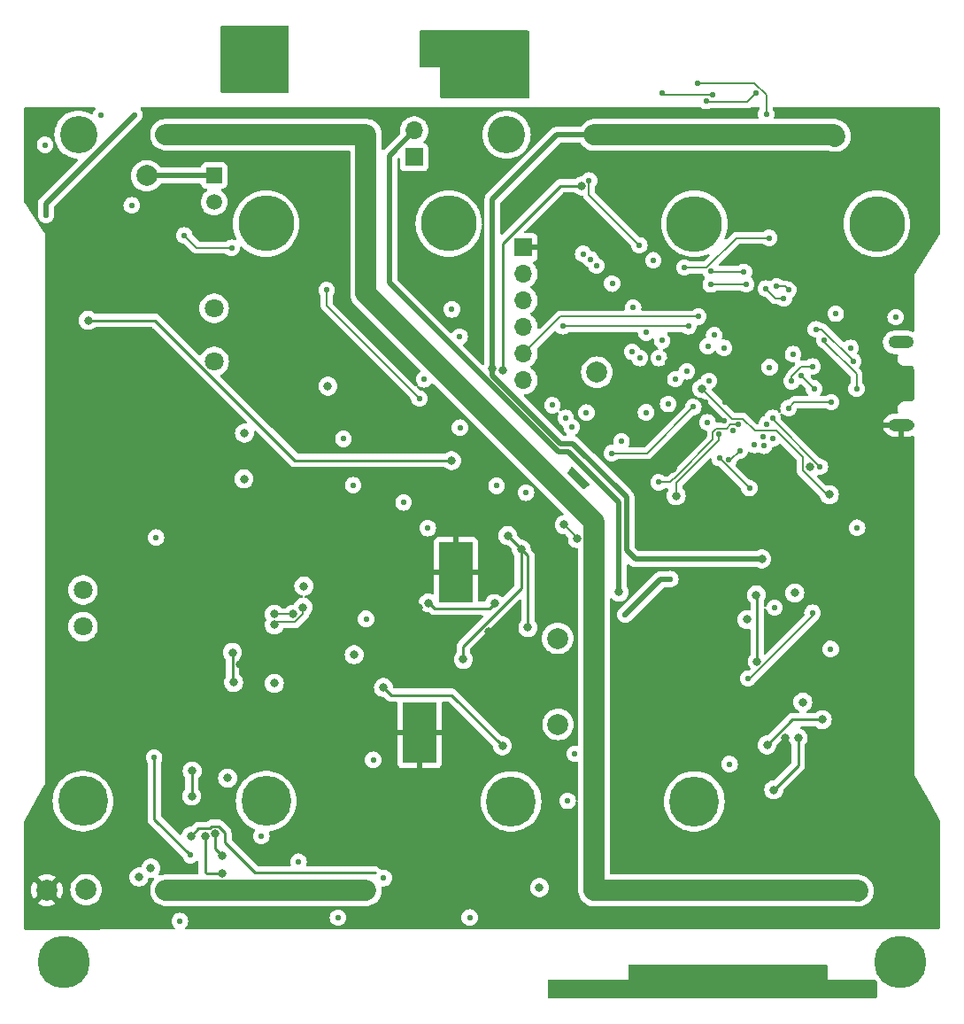
<source format=gbr>
%TF.GenerationSoftware,KiCad,Pcbnew,8.0.2-1*%
%TF.CreationDate,2024-06-05T23:36:57-07:00*%
%TF.ProjectId,Battery_Board_V3a,42617474-6572-4795-9f42-6f6172645f56,rev?*%
%TF.SameCoordinates,Original*%
%TF.FileFunction,Copper,L4,Bot*%
%TF.FilePolarity,Positive*%
%FSLAX46Y46*%
G04 Gerber Fmt 4.6, Leading zero omitted, Abs format (unit mm)*
G04 Created by KiCad (PCBNEW 8.0.2-1) date 2024-06-05 23:36:57*
%MOMM*%
%LPD*%
G01*
G04 APERTURE LIST*
%TA.AperFunction,ComponentPad*%
%ADD10C,5.000000*%
%TD*%
%TA.AperFunction,ComponentPad*%
%ADD11C,2.000000*%
%TD*%
%TA.AperFunction,ComponentPad*%
%ADD12R,1.700000X1.700000*%
%TD*%
%TA.AperFunction,ComponentPad*%
%ADD13O,1.700000X1.700000*%
%TD*%
%TA.AperFunction,ComponentPad*%
%ADD14C,1.800000*%
%TD*%
%TA.AperFunction,ComponentPad*%
%ADD15C,0.600000*%
%TD*%
%TA.AperFunction,SMDPad,CuDef*%
%ADD16R,3.200000X5.800000*%
%TD*%
%TA.AperFunction,ComponentPad*%
%ADD17O,2.416000X1.208000*%
%TD*%
%TA.AperFunction,ComponentPad*%
%ADD18R,1.508000X1.508000*%
%TD*%
%TA.AperFunction,ComponentPad*%
%ADD19C,1.508000*%
%TD*%
%TA.AperFunction,ComponentPad*%
%ADD20C,4.770000*%
%TD*%
%TA.AperFunction,ComponentPad*%
%ADD21C,5.325000*%
%TD*%
%TA.AperFunction,ComponentPad*%
%ADD22C,3.570000*%
%TD*%
%TA.AperFunction,ComponentPad*%
%ADD23C,1.980000*%
%TD*%
%TA.AperFunction,ViaPad*%
%ADD24C,0.560000*%
%TD*%
%TA.AperFunction,ViaPad*%
%ADD25C,0.800000*%
%TD*%
%TA.AperFunction,Conductor*%
%ADD26C,0.152400*%
%TD*%
%TA.AperFunction,Conductor*%
%ADD27C,0.127000*%
%TD*%
%TA.AperFunction,Conductor*%
%ADD28C,0.250000*%
%TD*%
%TA.AperFunction,Conductor*%
%ADD29C,0.500000*%
%TD*%
%TA.AperFunction,Conductor*%
%ADD30C,2.000000*%
%TD*%
%TA.AperFunction,Conductor*%
%ADD31C,0.152000*%
%TD*%
G04 APERTURE END LIST*
D10*
%TO.P,,1*%
%TO.N,Chassis Ground*%
X194500000Y-131530000D03*
%TD*%
D11*
%TO.P,TP6,1,1*%
%TO.N,VBUSP*%
X122428000Y-56388000D03*
%TD*%
%TO.P,TP1,1,1*%
%TO.N,+3V3*%
X161720000Y-100590000D03*
%TD*%
%TO.P,TP2,1,1*%
%TO.N,B-*%
X116620000Y-124620000D03*
%TD*%
D12*
%TO.P,J25,1,Pin_1*%
%TO.N,GND*%
X158440000Y-63220000D03*
D13*
%TO.P,J25,2,Pin_2*%
%TO.N,FC_RX*%
X158440000Y-65760000D03*
%TO.P,J25,3,Pin_3*%
%TO.N,FC_TX*%
X158440000Y-68300000D03*
%TO.P,J25,4,Pin_4*%
%TO.N,SCL1*%
X158440000Y-70840000D03*
%TO.P,J25,5,Pin_5*%
%TO.N,SDA1*%
X158440000Y-73380000D03*
%TO.P,J25,6,Pin_6*%
%TO.N,+3V3*%
X158440000Y-75920000D03*
%TD*%
D14*
%TO.P,J18,1,Pin_1*%
%TO.N,Net-(J18-Pin_1)*%
X116315001Y-99472500D03*
%TO.P,J18,2,Pin_2*%
%TO.N,Net-(J18-Pin_2)*%
X116315001Y-95972500D03*
%TD*%
D15*
%TO.P,U3,15,EPAD*%
%TO.N,GND*%
X150677500Y-91700000D03*
X150677500Y-93000000D03*
X150677500Y-94300000D03*
X150677500Y-95600000D03*
X150677500Y-96900000D03*
X151977500Y-91700000D03*
X151977500Y-93000000D03*
X151977500Y-94300000D03*
D16*
X151977500Y-94300000D03*
D15*
X151977500Y-95600000D03*
X151977500Y-96900000D03*
X153277500Y-91700000D03*
X153277500Y-93000000D03*
X153277500Y-94300000D03*
X153277500Y-95600000D03*
X153277500Y-96900000D03*
%TD*%
D12*
%TO.P,J1,1,Pin_1*%
%TO.N,VBUSP*%
X147990000Y-54600000D03*
D13*
%TO.P,J1,2,Pin_2*%
%TO.N,VBatt*%
X147990000Y-52060000D03*
%TD*%
D11*
%TO.P,TP9,1,1*%
%TO.N,+5V*%
X161760000Y-108820000D03*
%TD*%
%TO.P,TP8,1,1*%
%TO.N,/USBBOOT*%
X165470000Y-75160000D03*
%TD*%
%TO.P,TP5,1,1*%
%TO.N,PACK+*%
X188260000Y-52580000D03*
%TD*%
D17*
%TO.P,J24,SH1,Shield*%
%TO.N,GND*%
X194550000Y-80197500D03*
%TO.P,J24,SH6*%
%TO.N,N/C*%
X194550000Y-72297500D03*
%TD*%
D15*
%TO.P,U5,15,EPAD*%
%TO.N,GND*%
X147210000Y-107020000D03*
X147210000Y-108320000D03*
X147210000Y-109620000D03*
X147210000Y-110920000D03*
X147210000Y-112220000D03*
X148510000Y-107020000D03*
X148510000Y-108320000D03*
X148510000Y-109620000D03*
D16*
X148510000Y-109620000D03*
D15*
X148510000Y-110920000D03*
X148510000Y-112220000D03*
X149810000Y-107020000D03*
X149810000Y-108320000D03*
X149810000Y-109620000D03*
X149810000Y-110920000D03*
X149810000Y-112220000D03*
%TD*%
D18*
%TO.P,K1,C1*%
%TO.N,VBUSP*%
X128862500Y-56350000D03*
D19*
%TO.P,K1,C2*%
%TO.N,Net-(Q4-C)*%
X128862500Y-58890000D03*
D14*
%TO.P,K1,M*%
%TO.N,PACK+*%
X128862500Y-74130000D03*
%TO.P,K1,NO*%
%TO.N,Net-(K1-PadNO)*%
X128862500Y-69050000D03*
%TD*%
D10*
%TO.P,,1*%
%TO.N,Chassis Ground*%
X114500000Y-131530000D03*
%TD*%
D11*
%TO.P,TP4,1,1*%
%TO.N,GND*%
X112860000Y-124670000D03*
%TD*%
%TO.P,TP3,1,1*%
%TO.N,BM*%
X190450000Y-124720000D03*
%TD*%
D20*
%TO.P,U2,1,1*%
%TO.N,unconnected-(U2-Pad1)*%
X133828500Y-116160000D03*
%TO.P,U2,2,2*%
%TO.N,unconnected-(U2-Pad2)*%
X116298500Y-116160000D03*
D21*
%TO.P,U2,3,3*%
%TO.N,unconnected-(U2-Pad3)*%
X133828500Y-60960000D03*
%TO.P,U2,4,4*%
%TO.N,unconnected-(U2-Pad4)*%
X151298500Y-60960000D03*
D22*
%TO.P,U2,5,5*%
%TO.N,unconnected-(U2-Pad5)*%
X115878500Y-52450000D03*
D23*
%TO.P,U2,6,6*%
%TO.N,B-*%
X124248500Y-124670000D03*
%TO.P,U2,7,7*%
X143378500Y-124670000D03*
%TO.P,U2,8,8*%
%TO.N,BM*%
X124248500Y-52450000D03*
%TO.P,U2,9,9*%
X143378500Y-52450000D03*
%TD*%
D20*
%TO.P,U4,1,1*%
%TO.N,unconnected-(U4-Pad1)*%
X174790000Y-116180000D03*
%TO.P,U4,2,2*%
%TO.N,unconnected-(U4-Pad2)*%
X157260000Y-116180000D03*
D21*
%TO.P,U4,3,3*%
%TO.N,unconnected-(U4-Pad3)*%
X174790000Y-60980000D03*
%TO.P,U4,4,4*%
%TO.N,unconnected-(U4-Pad4)*%
X192260000Y-60980000D03*
D22*
%TO.P,U4,5,5*%
%TO.N,unconnected-(U4-Pad5)*%
X156840000Y-52470000D03*
D23*
%TO.P,U4,6,6*%
%TO.N,BM*%
X165210000Y-124690000D03*
%TO.P,U4,7,7*%
X184340000Y-124690000D03*
%TO.P,U4,8,8*%
%TO.N,PACK+*%
X165210000Y-52470000D03*
%TO.P,U4,9,9*%
X184340000Y-52470000D03*
%TD*%
D24*
%TO.N,+3V3*%
X175090000Y-47540000D03*
X180550000Y-82100000D03*
X136940000Y-121950000D03*
X176050000Y-79940000D03*
X167820000Y-81750000D03*
X181990000Y-74680000D03*
X183791911Y-78590089D03*
D25*
X137440000Y-95600000D03*
D24*
X170860000Y-64460000D03*
X153300000Y-127280000D03*
X125590000Y-127610000D03*
X140700000Y-127300000D03*
X174070000Y-75080000D03*
X177620000Y-72830000D03*
X181660000Y-50470000D03*
X146980000Y-87600000D03*
X145080000Y-123510000D03*
D25*
X134620000Y-104902000D03*
D24*
X187860000Y-78020000D03*
D25*
X159980000Y-124430000D03*
D24*
X141224000Y-81534000D03*
D25*
X185828207Y-84173793D03*
%TO.N,VBUSP*%
X151570000Y-83600000D03*
X158870000Y-99560000D03*
X116820000Y-70200000D03*
X158241250Y-92078750D03*
X156942500Y-90780000D03*
X152690000Y-102595000D03*
%TO.N,Net-(U1-V-)*%
X127980000Y-119480000D03*
X129630000Y-123060000D03*
%TO.N,/VDD*%
X129647359Y-121389500D03*
X128957916Y-119273398D03*
%TO.N,GND*%
X155540000Y-83090000D03*
D24*
X176180000Y-50570000D03*
D25*
X183500000Y-110080000D03*
X195640000Y-50680000D03*
X119550000Y-82870000D03*
D24*
X179470000Y-78000000D03*
X177660000Y-79810000D03*
D25*
X138610000Y-96480000D03*
D24*
X166630000Y-58030000D03*
X137030000Y-81440000D03*
D25*
X112880000Y-51200000D03*
D24*
X190410000Y-65350000D03*
X134110000Y-76710000D03*
D25*
X148430000Y-97630000D03*
D24*
X191110000Y-70380000D03*
X190320000Y-85510000D03*
X170700000Y-50380000D03*
D25*
X188160000Y-127570000D03*
D24*
X173070000Y-54500000D03*
X168040000Y-74580000D03*
D25*
X145410000Y-87760000D03*
D24*
X142420000Y-118630000D03*
X126170000Y-70390000D03*
X177690000Y-78030000D03*
D25*
X149600000Y-100680000D03*
X139230000Y-109560000D03*
X131340000Y-103117999D03*
X118900000Y-73080000D03*
D24*
X134460000Y-86570000D03*
D25*
X123840000Y-94557501D03*
D24*
X176520000Y-68100000D03*
X163680000Y-85370000D03*
X156030000Y-105990000D03*
X166580000Y-63120000D03*
D25*
X159910000Y-90830000D03*
D24*
X190630000Y-78230000D03*
D25*
X155120000Y-99950000D03*
D24*
X122410000Y-67560000D03*
D25*
X146990000Y-81690000D03*
X151880000Y-89530000D03*
D24*
X176210000Y-88000000D03*
D25*
X175110000Y-109910000D03*
D24*
X187820000Y-113470000D03*
X164830000Y-77770000D03*
D25*
X122910000Y-103082499D03*
D24*
X159190000Y-58750000D03*
X172200000Y-74250000D03*
X120930000Y-61410000D03*
D25*
X172761714Y-84361714D03*
D24*
X154080000Y-71640000D03*
X177660000Y-76150000D03*
D25*
X183160000Y-116130000D03*
D24*
X150670000Y-66940000D03*
X187590000Y-80180000D03*
X179290000Y-54530000D03*
X175850000Y-77980000D03*
X119280000Y-54350000D03*
X184912000Y-89916000D03*
X151940000Y-122680000D03*
X170080000Y-120000000D03*
X182830000Y-70630000D03*
D25*
%TO.N,VBatt*%
X167600000Y-96170000D03*
D24*
%TO.N,CANL*%
X176518928Y-48625500D03*
X171700000Y-48470000D03*
%TO.N,CANH*%
X180700000Y-48480000D03*
X175910000Y-49240000D03*
D25*
%TO.N,FC_RESET*%
X175514000Y-76711645D03*
X187706000Y-86868000D03*
D24*
%TO.N,5V_enable*%
X186090000Y-98150000D03*
X144070000Y-112210000D03*
X179920000Y-104430000D03*
X186810000Y-84200000D03*
X163350000Y-111630000D03*
X182270000Y-79530000D03*
%TO.N,BURN_RELAY_A*%
X148930000Y-75840000D03*
X170160000Y-79000000D03*
X162490000Y-79530000D03*
D25*
%TO.N,Net-(K1-PadNO)*%
X131760000Y-80990000D03*
X131712500Y-85350000D03*
%TO.N,PACK-*%
X130150000Y-113950000D03*
X122810000Y-122570000D03*
D24*
X162670000Y-116130000D03*
X133370000Y-119490000D03*
X187830000Y-101610000D03*
%TO.N,ENAB_HEATER*%
X155870000Y-86020000D03*
X171380000Y-85680000D03*
X179028959Y-80158959D03*
X142150000Y-85950000D03*
D25*
%TO.N,SCL0*%
X137357353Y-97635000D03*
X179832000Y-98806000D03*
X181750000Y-110780000D03*
X187020000Y-108370000D03*
X134620000Y-99314000D03*
D24*
X171704000Y-72136000D03*
D25*
X184404000Y-96266000D03*
D24*
%TO.N,SDA0*%
X170180000Y-71374000D03*
D25*
X182385500Y-115070000D03*
X134620000Y-98298000D03*
X184720000Y-110110000D03*
X185166000Y-106690000D03*
X136398000Y-98298000D03*
D24*
%TO.N,FC_RX*%
X176680000Y-71620000D03*
%TO.N,/NEOPIX*%
X181332211Y-81330492D03*
X188310000Y-69560000D03*
D25*
%TO.N,/3V3_EN*%
X155670000Y-97260000D03*
X149350000Y-97220000D03*
D24*
%TO.N,SDA1*%
X175170000Y-69840000D03*
X152340000Y-71770000D03*
%TO.N,SCL1*%
X174220000Y-70770000D03*
X151600000Y-69150000D03*
X162190000Y-70760000D03*
D25*
%TO.N,BM*%
X126627675Y-119502325D03*
D24*
%TO.N,PACK+*%
X126579499Y-121318079D03*
X112690000Y-53430000D03*
X123120000Y-111970000D03*
D25*
X155480000Y-74840000D03*
D24*
X123310000Y-90960000D03*
D25*
X121660000Y-123420000D03*
X180720000Y-96450000D03*
X181240000Y-93020000D03*
X180800000Y-102800000D03*
D24*
%TO.N,ENABLE_BURN*%
X176170000Y-76000000D03*
%TO.N,SPI0_MISO*%
X165410000Y-64980000D03*
X172968641Y-75821358D03*
%TO.N,SPI0_CS0*%
X171394995Y-73802805D03*
X166930000Y-66690000D03*
%TO.N,VBUS_RESET*%
X149290000Y-90060000D03*
X143390000Y-98730000D03*
X174700000Y-78480000D03*
X166910000Y-82900000D03*
%TO.N,SPI0_SCK*%
X169577360Y-73802640D03*
X164150000Y-63850000D03*
%TO.N,SPI0_MOSI*%
X164840000Y-64360000D03*
X168843959Y-73216041D03*
%TO.N,Net-(Q10-G)*%
X117990000Y-50630000D03*
X120980000Y-59210000D03*
%TO.N,Net-(Q10-D)*%
X121250000Y-50550000D03*
X112780000Y-60130000D03*
%TO.N,Jetson*%
X130520000Y-63260000D03*
X161210000Y-78310000D03*
X126010000Y-62080000D03*
X139620000Y-67310000D03*
X148490000Y-77670000D03*
X181715264Y-80107346D03*
D25*
%TO.N,SWDIO*%
X163610500Y-91073000D03*
X162353000Y-89747000D03*
%TO.N,/~{RESET}*%
X173046169Y-86963839D03*
D24*
X158690000Y-86670000D03*
X177106041Y-81103959D03*
%TO.N,ENAB_RF*%
X163060000Y-80390000D03*
X172284496Y-78195504D03*
X152370000Y-80460000D03*
%TO.N,CHRG'*%
X182460000Y-97660000D03*
X178160000Y-112610000D03*
X181460000Y-82190000D03*
%TO.N,SPI1_CS0*%
X180050000Y-86240000D03*
X177190000Y-83370000D03*
%TO.N,SPI1_MOSI*%
X178083959Y-83496041D03*
X179120000Y-82640000D03*
%TO.N,D0*%
X190360000Y-90030000D03*
X178453959Y-80733959D03*
%TO.N,/NEO_PWR*%
X182330000Y-81490000D03*
X194050000Y-69890000D03*
%TO.N,USB_D-*%
X184100000Y-76020000D03*
X186078104Y-74618440D03*
%TO.N,USB_D+*%
X186240000Y-76720000D03*
X184990000Y-75470000D03*
%TO.N,/QSPI_SCK*%
X183777858Y-67297858D03*
X182667364Y-66957367D03*
%TO.N,/QSPI_DATA[0]*%
X181640000Y-67160000D03*
X183350000Y-68090000D03*
%TO.N,/QSPI_DATA[2]*%
X179740000Y-66740000D03*
X176360000Y-66770000D03*
%TO.N,/QSPI_DATA[1]*%
X176360000Y-65530000D03*
X179530000Y-65570000D03*
D25*
%TO.N,+5V*%
X156430000Y-110870000D03*
X145060000Y-105300000D03*
X139738787Y-76502656D03*
X142250000Y-102170000D03*
X164007823Y-57346070D03*
D24*
X168190000Y-98310000D03*
X172500000Y-94930000D03*
D25*
X156464795Y-75010832D03*
D24*
%TO.N,VBUS*%
X189720000Y-72840000D03*
X184230000Y-73430000D03*
D25*
%TO.N,Net-(Q1-G)*%
X126760000Y-113280000D03*
X126720000Y-115670000D03*
D24*
%TO.N,Net-(D8-PadA)*%
X173850000Y-65150000D03*
X164470000Y-79010000D03*
X181930000Y-62320000D03*
X168930000Y-69000000D03*
%TO.N,TXCAN*%
X164720000Y-56830000D03*
X169530000Y-63020000D03*
%TO.N,D-*%
X189980000Y-74110000D03*
X186410000Y-71050000D03*
%TO.N,D+*%
X190300000Y-76740000D03*
X187227254Y-72082746D03*
D25*
%TO.N,Net-(U9-+Vs)*%
X130720000Y-104810000D03*
X130610000Y-101940000D03*
D24*
%TO.N,FC_TX*%
X176073000Y-72680000D03*
%TD*%
D26*
%TO.N,+3V3*%
X181660000Y-48653414D02*
X181660000Y-50470000D01*
D27*
X184362000Y-78020000D02*
X187860000Y-78020000D01*
D26*
X180546586Y-47540000D02*
X181660000Y-48653414D01*
X175090000Y-47540000D02*
X180546586Y-47540000D01*
D27*
X183791911Y-78590089D02*
X184362000Y-78020000D01*
D28*
%TO.N,VBUSP*%
X158870000Y-92707500D02*
X156942500Y-90780000D01*
X152690000Y-101354695D02*
X158241250Y-95803445D01*
X123200088Y-70200000D02*
X116820000Y-70200000D01*
X136600088Y-83600000D02*
X123200088Y-70200000D01*
X158870000Y-99560000D02*
X158870000Y-92707500D01*
X151570000Y-83600000D02*
X136600088Y-83600000D01*
X152690000Y-102595000D02*
X152690000Y-101354695D01*
D29*
X122270000Y-56350000D02*
X122170000Y-56450000D01*
X128862500Y-56350000D02*
X122270000Y-56350000D01*
D28*
X158241250Y-95803445D02*
X158241250Y-92078750D01*
D30*
%TO.N,B-*%
X124248500Y-124670000D02*
X143378500Y-124670000D01*
D28*
%TO.N,Net-(U1-V-)*%
X129630000Y-123060000D02*
X128127365Y-123060000D01*
X128127365Y-123060000D02*
X127980000Y-122912635D01*
X127980000Y-122912635D02*
X127980000Y-119480000D01*
%TO.N,/VDD*%
X128957916Y-119273398D02*
X128957916Y-120700057D01*
X128957916Y-120700057D02*
X129647359Y-121389500D01*
D29*
%TO.N,VBatt*%
X161761522Y-82780000D02*
X145600000Y-66618478D01*
X145600000Y-66618478D02*
X145600000Y-54450000D01*
X167600000Y-87610000D02*
X162770000Y-82780000D01*
X167600000Y-96170000D02*
X167600000Y-87610000D01*
X162770000Y-82780000D02*
X161761522Y-82780000D01*
X145600000Y-54450000D02*
X147990000Y-52060000D01*
D31*
%TO.N,CANL*%
X171860000Y-48630000D02*
X171700000Y-48470000D01*
X176514428Y-48630000D02*
X171860000Y-48630000D01*
X176518928Y-48625500D02*
X176514428Y-48630000D01*
%TO.N,CANH*%
X175910000Y-49240000D02*
X176020000Y-49350000D01*
X176020000Y-49350000D02*
X179830000Y-49350000D01*
X179830000Y-49350000D02*
X180700000Y-48480000D01*
D27*
%TO.N,FC_RESET*%
X178400297Y-79597942D02*
X179419942Y-79597942D01*
X175514000Y-76711645D02*
X178400297Y-79597942D01*
X182625999Y-80772000D02*
X185164707Y-83310708D01*
X179419942Y-79597942D02*
X180594000Y-80772000D01*
X187452000Y-86868000D02*
X187706000Y-86868000D01*
X185164707Y-83310708D02*
X185164707Y-84580707D01*
X185164707Y-84580707D02*
X187452000Y-86868000D01*
X180594000Y-80772000D02*
X182625999Y-80772000D01*
D26*
%TO.N,5V_enable*%
X182270000Y-79660000D02*
X186810000Y-84200000D01*
X186090000Y-98466292D02*
X180126292Y-104430000D01*
X186090000Y-98150000D02*
X186090000Y-98466292D01*
X180126292Y-104430000D02*
X179920000Y-104430000D01*
X182270000Y-79530000D02*
X182270000Y-79660000D01*
D27*
%TO.N,ENAB_HEATER*%
X172460000Y-85680000D02*
X171380000Y-85680000D01*
X179028959Y-80158959D02*
X178260333Y-80158959D01*
X177858833Y-80560459D02*
X176880915Y-80560459D01*
X176562541Y-80878833D02*
X176562541Y-81577459D01*
X176562541Y-81577459D02*
X173120000Y-85020000D01*
X173120000Y-85020000D02*
X172460000Y-85680000D01*
X178260333Y-80158959D02*
X177858833Y-80560459D01*
X176880915Y-80560459D02*
X176562541Y-80878833D01*
%TO.N,SCL0*%
X136574331Y-99060000D02*
X137357353Y-98276978D01*
X134620000Y-99060000D02*
X136574331Y-99060000D01*
D28*
X181750000Y-110780000D02*
X184160000Y-108370000D01*
X184160000Y-108370000D02*
X187020000Y-108370000D01*
D27*
X137357353Y-98276978D02*
X137357353Y-97635000D01*
%TO.N,SDA0*%
X134620000Y-98298000D02*
X136398000Y-98298000D01*
D28*
X184720000Y-110110000D02*
X184720000Y-112735500D01*
X184720000Y-112735500D02*
X182385500Y-115070000D01*
%TO.N,/3V3_EN*%
X155670000Y-97260000D02*
X155190000Y-97740000D01*
X149460000Y-97220000D02*
X149350000Y-97220000D01*
X149980000Y-97740000D02*
X149460000Y-97220000D01*
X155190000Y-97740000D02*
X149980000Y-97740000D01*
D27*
%TO.N,SDA1*%
X175170000Y-69840000D02*
X161980000Y-69840000D01*
X161980000Y-69840000D02*
X158440000Y-73380000D01*
%TO.N,SCL1*%
X174220000Y-70770000D02*
X162200000Y-70770000D01*
X162200000Y-70770000D02*
X162190000Y-70760000D01*
D30*
%TO.N,BM*%
X190420000Y-124690000D02*
X190450000Y-124720000D01*
X184340000Y-124690000D02*
X190420000Y-124690000D01*
D28*
X132790000Y-123010000D02*
X144250000Y-123010000D01*
X127375000Y-118755000D02*
X128435001Y-118755000D01*
D30*
X165210000Y-124690000D02*
X184340000Y-124690000D01*
X143378500Y-52450000D02*
X124248500Y-52450000D01*
D28*
X129900000Y-119190177D02*
X129900000Y-120120000D01*
X126627675Y-119502325D02*
X127375000Y-118755000D01*
X128435001Y-118755000D02*
X128641603Y-118548398D01*
X129258221Y-118548398D02*
X129900000Y-119190177D01*
D30*
X165210000Y-89480531D02*
X143378500Y-67649031D01*
D28*
X129900000Y-120120000D02*
X132790000Y-123010000D01*
D30*
X165210000Y-124690000D02*
X165210000Y-89480531D01*
X143378500Y-67649031D02*
X143378500Y-52450000D01*
D28*
X128641603Y-118548398D02*
X129258221Y-118548398D01*
D29*
%TO.N,PACK+*%
X169140000Y-93020000D02*
X181240000Y-93020000D01*
D30*
X184340000Y-52470000D02*
X188150000Y-52470000D01*
D28*
X180800000Y-102800000D02*
X180800000Y-96530000D01*
X123120000Y-117858580D02*
X123120000Y-111970000D01*
D29*
X161600000Y-52470000D02*
X165210000Y-52470000D01*
X155480000Y-75508528D02*
X161950736Y-81979264D01*
X168300000Y-92180000D02*
X169140000Y-93020000D01*
X155480000Y-58590000D02*
X161600000Y-52470000D01*
D30*
X188150000Y-52470000D02*
X188260000Y-52580000D01*
D28*
X180800000Y-96530000D02*
X180720000Y-96450000D01*
X126579499Y-121318079D02*
X123120000Y-117858580D01*
D29*
X161950736Y-81979264D02*
X163179264Y-81979264D01*
X168300000Y-87100000D02*
X168300000Y-92180000D01*
X155480000Y-74840000D02*
X155480000Y-58590000D01*
D30*
X165210000Y-52470000D02*
X184340000Y-52470000D01*
D29*
X155480000Y-74840000D02*
X155480000Y-75508528D01*
X163179264Y-81979264D02*
X168300000Y-87100000D01*
D27*
%TO.N,VBUS_RESET*%
X170280000Y-82900000D02*
X166910000Y-82900000D01*
X174700000Y-78480000D02*
X170280000Y-82900000D01*
D29*
%TO.N,Net-(Q10-D)*%
X112780000Y-59020000D02*
X121250000Y-50550000D01*
X112780000Y-60130000D02*
X112780000Y-59020000D01*
D27*
%TO.N,Jetson*%
X130520000Y-63260000D02*
X127190000Y-63260000D01*
X148490000Y-77670000D02*
X139620000Y-68800000D01*
X139620000Y-68800000D02*
X139620000Y-67310000D01*
X127190000Y-63260000D02*
X126010000Y-62080000D01*
%TO.N,SWDIO*%
X162353000Y-89747000D02*
X163610500Y-91004500D01*
X163610500Y-91004500D02*
X163610500Y-91073000D01*
%TO.N,/~{RESET}*%
X173046169Y-85743831D02*
X173046169Y-86963839D01*
X177106041Y-81683959D02*
X173046169Y-85743831D01*
X177106041Y-81103959D02*
X177106041Y-81683959D01*
%TO.N,SPI1_CS0*%
X180050000Y-86230000D02*
X180050000Y-86240000D01*
X177190000Y-83370000D02*
X180050000Y-86230000D01*
%TO.N,SPI1_MOSI*%
X178083959Y-83496041D02*
X178263959Y-83496041D01*
X178263959Y-83496041D02*
X179120000Y-82640000D01*
%TO.N,USB_D-*%
X186078104Y-74618440D02*
X185021560Y-74618440D01*
X184100000Y-75540000D02*
X184100000Y-76020000D01*
X185021560Y-74618440D02*
X184100000Y-75540000D01*
%TO.N,USB_D+*%
X184990000Y-75470000D02*
X186240000Y-76720000D01*
%TO.N,/QSPI_SCK*%
X183437367Y-66957367D02*
X183777858Y-67297858D01*
X182667364Y-66957367D02*
X183437367Y-66957367D01*
%TO.N,/QSPI_DATA[0]*%
X183350000Y-68090000D02*
X182570000Y-68090000D01*
X182570000Y-68090000D02*
X181640000Y-67160000D01*
%TO.N,/QSPI_DATA[2]*%
X179740000Y-66740000D02*
X179720000Y-66760000D01*
X179720000Y-66760000D02*
X176370000Y-66760000D01*
X176370000Y-66760000D02*
X176360000Y-66770000D01*
%TO.N,/QSPI_DATA[1]*%
X176400000Y-65570000D02*
X176360000Y-65530000D01*
X179530000Y-65570000D02*
X176400000Y-65570000D01*
D28*
%TO.N,+5V*%
X161963930Y-57346070D02*
X156464795Y-62845205D01*
X151590000Y-106030000D02*
X156430000Y-110870000D01*
X145790000Y-106030000D02*
X151590000Y-106030000D01*
D29*
X171570000Y-94930000D02*
X172500000Y-94930000D01*
D28*
X145060000Y-105300000D02*
X145790000Y-106030000D01*
X156464795Y-62845205D02*
X156464795Y-75010832D01*
D29*
X168190000Y-98310000D02*
X171570000Y-94930000D01*
D28*
X164007823Y-57346070D02*
X161963930Y-57346070D01*
%TO.N,Net-(Q1-G)*%
X126720000Y-115670000D02*
X126720000Y-113320000D01*
X126720000Y-113320000D02*
X126760000Y-113280000D01*
D27*
%TO.N,Net-(D8-PadA)*%
X175971374Y-65150000D02*
X178801374Y-62320000D01*
X173850000Y-65150000D02*
X175971374Y-65150000D01*
X178801374Y-62320000D02*
X181930000Y-62320000D01*
%TO.N,TXCAN*%
X169530000Y-63020000D02*
X164720000Y-58210000D01*
X164720000Y-58210000D02*
X164720000Y-56830000D01*
%TO.N,D-*%
X186410000Y-71050000D02*
X186980000Y-71050000D01*
X186980000Y-71050000D02*
X189980000Y-74050000D01*
X189980000Y-74050000D02*
X189980000Y-74110000D01*
%TO.N,D+*%
X187227254Y-72082746D02*
X187227254Y-72260254D01*
X190300000Y-75333000D02*
X190300000Y-76740000D01*
X187227254Y-72260254D02*
X190300000Y-75333000D01*
D28*
%TO.N,Net-(U9-+Vs)*%
X130610000Y-101940000D02*
X130610000Y-104700000D01*
X130610000Y-104700000D02*
X130720000Y-104810000D01*
%TD*%
%TA.AperFunction,Conductor*%
%TO.N,GND*%
G36*
X117464223Y-49824602D02*
G01*
X117510716Y-49878258D01*
X117520820Y-49948532D01*
X117491326Y-50013112D01*
X117485197Y-50019695D01*
X117369626Y-50135265D01*
X117369624Y-50135268D01*
X117275092Y-50285715D01*
X117232636Y-50407046D01*
X117191257Y-50464737D01*
X117125257Y-50490900D01*
X117055589Y-50477226D01*
X117043708Y-50470197D01*
X117027709Y-50459507D01*
X116758074Y-50326539D01*
X116758068Y-50326536D01*
X116758063Y-50326534D01*
X116758060Y-50326533D01*
X116473383Y-50229898D01*
X116473377Y-50229896D01*
X116473375Y-50229896D01*
X116374637Y-50210255D01*
X116178513Y-50171243D01*
X116178499Y-50171241D01*
X115878503Y-50151579D01*
X115878497Y-50151579D01*
X115578500Y-50171241D01*
X115578486Y-50171243D01*
X115332993Y-50220075D01*
X115283625Y-50229896D01*
X115283623Y-50229896D01*
X115283616Y-50229898D01*
X114998939Y-50326533D01*
X114998925Y-50326539D01*
X114729292Y-50459507D01*
X114479313Y-50626537D01*
X114253270Y-50824770D01*
X114055037Y-51050813D01*
X113888007Y-51300792D01*
X113755039Y-51570425D01*
X113755033Y-51570439D01*
X113658398Y-51855116D01*
X113658396Y-51855126D01*
X113599743Y-52149986D01*
X113599741Y-52150000D01*
X113580079Y-52449996D01*
X113580079Y-52450003D01*
X113599741Y-52749999D01*
X113599743Y-52750013D01*
X113636190Y-52933241D01*
X113648396Y-52994604D01*
X113658396Y-53044873D01*
X113658398Y-53044883D01*
X113684441Y-53121603D01*
X113685714Y-53152174D01*
X113696028Y-53162276D01*
X113705385Y-53183302D01*
X113723367Y-53236274D01*
X113755036Y-53329568D01*
X113755039Y-53329574D01*
X113888007Y-53599208D01*
X114055036Y-53849185D01*
X114055041Y-53849191D01*
X114253270Y-54075229D01*
X114479308Y-54273458D01*
X114479314Y-54273463D01*
X114602592Y-54355834D01*
X114729289Y-54440491D01*
X114998932Y-54573464D01*
X115283625Y-54670104D01*
X115578496Y-54728758D01*
X115695232Y-54736409D01*
X115761896Y-54760822D01*
X115804780Y-54817403D01*
X115810267Y-54888187D01*
X115776614Y-54950701D01*
X115776084Y-54951233D01*
X112190840Y-58536477D01*
X112190835Y-58536483D01*
X112107826Y-58660715D01*
X112053016Y-58793040D01*
X112050650Y-58798750D01*
X112050648Y-58798757D01*
X112021500Y-58945290D01*
X112021500Y-59888885D01*
X112014430Y-59930499D01*
X112006404Y-59953435D01*
X111986511Y-60130000D01*
X112006404Y-60306566D01*
X112065091Y-60474282D01*
X112065092Y-60474284D01*
X112159624Y-60624731D01*
X112159626Y-60624734D01*
X112285265Y-60750373D01*
X112285268Y-60750375D01*
X112435718Y-60844909D01*
X112603432Y-60903595D01*
X112603431Y-60903595D01*
X112621310Y-60905609D01*
X112780000Y-60923489D01*
X112956568Y-60903595D01*
X113124282Y-60844909D01*
X113274732Y-60750375D01*
X113400375Y-60624732D01*
X113494909Y-60474282D01*
X113553595Y-60306568D01*
X113573489Y-60130000D01*
X113553595Y-59953432D01*
X113545569Y-59930496D01*
X113538500Y-59888885D01*
X113538500Y-59386370D01*
X113558502Y-59318249D01*
X113575400Y-59297280D01*
X113662680Y-59210000D01*
X120186511Y-59210000D01*
X120206404Y-59386566D01*
X120265091Y-59554282D01*
X120265092Y-59554284D01*
X120359624Y-59704731D01*
X120359626Y-59704734D01*
X120485265Y-59830373D01*
X120485268Y-59830375D01*
X120635718Y-59924909D01*
X120803432Y-59983595D01*
X120803431Y-59983595D01*
X120821310Y-59985609D01*
X120980000Y-60003489D01*
X121156568Y-59983595D01*
X121324282Y-59924909D01*
X121474732Y-59830375D01*
X121600375Y-59704732D01*
X121694909Y-59554282D01*
X121753595Y-59386568D01*
X121773489Y-59210000D01*
X121753595Y-59033432D01*
X121694909Y-58865718D01*
X121600375Y-58715268D01*
X121600373Y-58715265D01*
X121474734Y-58589626D01*
X121474731Y-58589624D01*
X121324284Y-58495092D01*
X121324282Y-58495091D01*
X121156568Y-58436405D01*
X121156566Y-58436404D01*
X121156568Y-58436404D01*
X120980000Y-58416511D01*
X120803433Y-58436404D01*
X120635717Y-58495091D01*
X120635715Y-58495092D01*
X120485268Y-58589624D01*
X120485265Y-58589626D01*
X120359626Y-58715265D01*
X120359624Y-58715268D01*
X120265092Y-58865715D01*
X120265091Y-58865717D01*
X120206404Y-59033433D01*
X120186511Y-59210000D01*
X113662680Y-59210000D01*
X116484680Y-56388000D01*
X120914835Y-56388000D01*
X120933465Y-56624711D01*
X120943667Y-56667204D01*
X120988894Y-56855592D01*
X120988895Y-56855594D01*
X121079760Y-57074963D01*
X121159926Y-57205782D01*
X121203825Y-57277417D01*
X121203826Y-57277419D01*
X121358030Y-57457969D01*
X121531341Y-57605990D01*
X121538584Y-57612176D01*
X121741037Y-57736240D01*
X121960406Y-57827105D01*
X122191289Y-57882535D01*
X122428000Y-57901165D01*
X122664711Y-57882535D01*
X122895594Y-57827105D01*
X123114963Y-57736240D01*
X123317416Y-57612176D01*
X123497969Y-57457969D01*
X123652176Y-57277416D01*
X123652181Y-57277408D01*
X123718820Y-57168665D01*
X123771467Y-57121034D01*
X123826252Y-57108500D01*
X127482074Y-57108500D01*
X127550195Y-57128502D01*
X127596688Y-57182158D01*
X127603613Y-57205782D01*
X127604697Y-57205526D01*
X127606511Y-57213204D01*
X127657610Y-57350202D01*
X127657612Y-57350207D01*
X127745238Y-57467261D01*
X127862292Y-57554887D01*
X127862294Y-57554888D01*
X127862296Y-57554889D01*
X127921375Y-57576924D01*
X127999295Y-57605988D01*
X127999303Y-57605990D01*
X128059850Y-57612499D01*
X128059855Y-57612499D01*
X128059862Y-57612500D01*
X128059868Y-57612500D01*
X128086235Y-57612500D01*
X128154356Y-57632502D01*
X128200849Y-57686158D01*
X128210953Y-57756432D01*
X128181459Y-57821012D01*
X128158505Y-57841713D01*
X128047884Y-57919169D01*
X128047874Y-57919178D01*
X127891678Y-58075374D01*
X127891669Y-58075384D01*
X127764967Y-58256335D01*
X127671607Y-58456547D01*
X127671605Y-58456552D01*
X127655865Y-58515294D01*
X127614430Y-58669932D01*
X127595177Y-58890000D01*
X127614430Y-59110068D01*
X127660390Y-59281593D01*
X127671605Y-59323447D01*
X127671607Y-59323453D01*
X127764966Y-59523662D01*
X127819800Y-59601974D01*
X127891674Y-59704620D01*
X128047880Y-59860826D01*
X128228838Y-59987534D01*
X128429050Y-60080894D01*
X128642432Y-60138070D01*
X128862500Y-60157323D01*
X129082568Y-60138070D01*
X129295950Y-60080894D01*
X129496162Y-59987534D01*
X129677120Y-59860826D01*
X129833326Y-59704620D01*
X129960034Y-59523662D01*
X130053394Y-59323450D01*
X130110570Y-59110068D01*
X130129823Y-58890000D01*
X130110570Y-58669932D01*
X130053394Y-58456550D01*
X129960034Y-58256339D01*
X129960033Y-58256338D01*
X129960032Y-58256335D01*
X129833330Y-58075384D01*
X129833327Y-58075381D01*
X129757518Y-57999572D01*
X129677120Y-57919174D01*
X129677116Y-57919171D01*
X129677111Y-57919167D01*
X129566495Y-57841713D01*
X129522166Y-57786256D01*
X129514857Y-57715637D01*
X129546887Y-57652276D01*
X129608089Y-57616291D01*
X129638765Y-57612500D01*
X129665132Y-57612500D01*
X129665138Y-57612500D01*
X129665145Y-57612499D01*
X129665149Y-57612499D01*
X129725696Y-57605990D01*
X129725699Y-57605989D01*
X129725701Y-57605989D01*
X129862704Y-57554889D01*
X129979761Y-57467261D01*
X130067389Y-57350204D01*
X130118489Y-57213201D01*
X130119315Y-57205526D01*
X130124999Y-57152649D01*
X130125000Y-57152632D01*
X130125000Y-55547367D01*
X130124999Y-55547350D01*
X130118490Y-55486803D01*
X130118488Y-55486795D01*
X130067389Y-55349797D01*
X130067387Y-55349792D01*
X129979761Y-55232738D01*
X129862707Y-55145112D01*
X129862702Y-55145110D01*
X129725704Y-55094011D01*
X129725696Y-55094009D01*
X129665149Y-55087500D01*
X129665138Y-55087500D01*
X128059862Y-55087500D01*
X128059850Y-55087500D01*
X127999303Y-55094009D01*
X127999295Y-55094011D01*
X127862297Y-55145110D01*
X127862292Y-55145112D01*
X127745238Y-55232738D01*
X127657612Y-55349792D01*
X127657610Y-55349797D01*
X127606511Y-55486795D01*
X127604697Y-55494474D01*
X127602014Y-55493840D01*
X127577373Y-55547926D01*
X127517681Y-55586364D01*
X127482074Y-55591500D01*
X123779679Y-55591500D01*
X123711558Y-55571498D01*
X123672247Y-55531336D01*
X123652177Y-55498586D01*
X123652173Y-55498580D01*
X123497969Y-55318030D01*
X123317419Y-55163826D01*
X123317417Y-55163825D01*
X123317416Y-55163824D01*
X123114963Y-55039760D01*
X122901239Y-54951233D01*
X122895592Y-54948894D01*
X122737651Y-54910976D01*
X122664711Y-54893465D01*
X122428000Y-54874835D01*
X122191289Y-54893465D01*
X121960407Y-54948894D01*
X121741038Y-55039759D01*
X121538582Y-55163825D01*
X121538580Y-55163826D01*
X121358030Y-55318030D01*
X121203826Y-55498580D01*
X121203825Y-55498582D01*
X121079759Y-55701038D01*
X120988894Y-55920407D01*
X120942155Y-56115091D01*
X120933465Y-56151289D01*
X120914835Y-56388000D01*
X116484680Y-56388000D01*
X121620539Y-51252140D01*
X121642595Y-51234551D01*
X121661410Y-51222729D01*
X121744732Y-51170375D01*
X121870375Y-51044732D01*
X121964909Y-50894282D01*
X122023595Y-50726568D01*
X122043489Y-50550000D01*
X122023595Y-50373432D01*
X121964909Y-50205718D01*
X121870375Y-50055268D01*
X121870373Y-50055265D01*
X121834803Y-50019695D01*
X121800777Y-49957383D01*
X121805842Y-49886568D01*
X121848389Y-49829732D01*
X121914909Y-49804921D01*
X121923898Y-49804600D01*
X175307302Y-49804600D01*
X175375423Y-49824602D01*
X175396397Y-49841505D01*
X175415265Y-49860373D01*
X175415268Y-49860375D01*
X175565718Y-49954909D01*
X175733432Y-50013595D01*
X175733431Y-50013595D01*
X175751310Y-50015609D01*
X175910000Y-50033489D01*
X176086568Y-50013595D01*
X176254282Y-49954909D01*
X176256025Y-49953813D01*
X176257347Y-49953432D01*
X176260657Y-49951839D01*
X176260927Y-49952401D01*
X176323062Y-49934500D01*
X179745315Y-49934500D01*
X179745331Y-49934501D01*
X179753049Y-49934501D01*
X179906949Y-49934501D01*
X179906951Y-49934501D01*
X180055609Y-49894668D01*
X180084780Y-49877826D01*
X180156340Y-49836511D01*
X180182373Y-49821481D01*
X180245373Y-49804600D01*
X180918883Y-49804600D01*
X180987004Y-49824602D01*
X181033497Y-49878258D01*
X181043601Y-49948532D01*
X181025570Y-49997636D01*
X180945092Y-50125715D01*
X180945091Y-50125717D01*
X180886404Y-50293433D01*
X180866511Y-50470000D01*
X180886404Y-50646566D01*
X180937954Y-50793885D01*
X180941574Y-50864789D01*
X180906285Y-50926394D01*
X180843292Y-50959141D01*
X180819025Y-50961500D01*
X165091278Y-50961500D01*
X164856759Y-50998644D01*
X164856753Y-50998645D01*
X164630941Y-51072016D01*
X164630935Y-51072019D01*
X164419369Y-51179817D01*
X164227275Y-51319382D01*
X164227272Y-51319384D01*
X164059384Y-51487272D01*
X164059382Y-51487275D01*
X164059380Y-51487278D01*
X163934208Y-51659562D01*
X163877988Y-51702915D01*
X163832274Y-51711500D01*
X161525290Y-51711500D01*
X161496834Y-51717160D01*
X161496835Y-51717161D01*
X161378752Y-51740649D01*
X161378747Y-51740651D01*
X161240716Y-51797826D01*
X161116486Y-51880833D01*
X161116480Y-51880838D01*
X154890838Y-58106480D01*
X154890833Y-58106486D01*
X154807827Y-58230714D01*
X154750650Y-58368750D01*
X154738310Y-58430785D01*
X154721500Y-58515290D01*
X154721500Y-60867500D01*
X154701498Y-60935621D01*
X154675616Y-60958047D01*
X154683222Y-60962051D01*
X154718196Y-61023835D01*
X154721500Y-61052499D01*
X154721500Y-74302999D01*
X154704619Y-74365999D01*
X154682618Y-74404106D01*
X154631236Y-74453099D01*
X154561522Y-74466535D01*
X154495611Y-74440149D01*
X154484404Y-74430201D01*
X152706852Y-72652649D01*
X152672826Y-72590337D01*
X152677891Y-72519522D01*
X152720438Y-72462686D01*
X152728911Y-72456867D01*
X152834732Y-72390375D01*
X152960373Y-72264734D01*
X152960375Y-72264732D01*
X153054909Y-72114282D01*
X153113595Y-71946568D01*
X153133489Y-71770000D01*
X153113595Y-71593432D01*
X153054909Y-71425718D01*
X152960375Y-71275268D01*
X152960373Y-71275265D01*
X152834734Y-71149626D01*
X152834731Y-71149624D01*
X152684284Y-71055092D01*
X152684282Y-71055091D01*
X152669733Y-71050000D01*
X152516568Y-70996405D01*
X152516566Y-70996404D01*
X152516568Y-70996404D01*
X152340000Y-70976511D01*
X152163433Y-70996404D01*
X151995717Y-71055091D01*
X151995715Y-71055092D01*
X151845268Y-71149624D01*
X151845265Y-71149626D01*
X151719627Y-71275264D01*
X151653132Y-71381089D01*
X151599953Y-71428126D01*
X151529785Y-71438946D01*
X151464907Y-71410112D01*
X151457350Y-71403147D01*
X149204203Y-69150000D01*
X150806511Y-69150000D01*
X150826404Y-69326566D01*
X150885091Y-69494282D01*
X150885092Y-69494284D01*
X150979624Y-69644731D01*
X150979626Y-69644734D01*
X151105265Y-69770373D01*
X151105268Y-69770375D01*
X151255718Y-69864909D01*
X151423432Y-69923595D01*
X151423431Y-69923595D01*
X151441310Y-69925609D01*
X151600000Y-69943489D01*
X151776568Y-69923595D01*
X151944282Y-69864909D01*
X152094732Y-69770375D01*
X152220375Y-69644732D01*
X152314909Y-69494282D01*
X152373595Y-69326568D01*
X152393489Y-69150000D01*
X152373595Y-68973432D01*
X152314909Y-68805718D01*
X152220375Y-68655268D01*
X152220373Y-68655265D01*
X152094734Y-68529626D01*
X152094731Y-68529624D01*
X151944284Y-68435092D01*
X151944282Y-68435091D01*
X151941970Y-68434282D01*
X151776568Y-68376405D01*
X151776566Y-68376404D01*
X151776568Y-68376404D01*
X151600000Y-68356511D01*
X151423433Y-68376404D01*
X151255717Y-68435091D01*
X151255715Y-68435092D01*
X151105268Y-68529624D01*
X151105265Y-68529626D01*
X150979626Y-68655265D01*
X150979624Y-68655268D01*
X150885092Y-68805715D01*
X150885091Y-68805717D01*
X150826404Y-68973433D01*
X150806511Y-69150000D01*
X149204203Y-69150000D01*
X146395405Y-66341202D01*
X146361379Y-66278890D01*
X146358500Y-66252107D01*
X146358500Y-60960000D01*
X148122504Y-60960000D01*
X148142473Y-61315595D01*
X148202131Y-61666719D01*
X148300731Y-62008969D01*
X148430150Y-62321414D01*
X148437026Y-62338013D01*
X148471077Y-62399624D01*
X148609300Y-62649721D01*
X148609304Y-62649728D01*
X148815400Y-62940194D01*
X148815401Y-62940195D01*
X148815406Y-62940201D01*
X149052732Y-63205768D01*
X149318299Y-63443094D01*
X149318304Y-63443097D01*
X149318305Y-63443099D01*
X149436563Y-63527007D01*
X149596337Y-63640373D01*
X149608771Y-63649195D01*
X149608778Y-63649199D01*
X149676096Y-63686404D01*
X149920487Y-63821474D01*
X150249535Y-63957770D01*
X150591774Y-64056367D01*
X150942901Y-64116026D01*
X151298500Y-64135996D01*
X151654099Y-64116026D01*
X152005226Y-64056367D01*
X152347465Y-63957770D01*
X152676513Y-63821474D01*
X152988232Y-63649193D01*
X153278701Y-63443094D01*
X153544268Y-63205768D01*
X153781594Y-62940201D01*
X153987693Y-62649732D01*
X154159974Y-62338013D01*
X154296270Y-62008965D01*
X154394867Y-61666726D01*
X154454526Y-61315599D01*
X154469698Y-61045433D01*
X154493488Y-60978542D01*
X154513597Y-60963002D01*
X154512988Y-60962724D01*
X154474604Y-60902998D01*
X154469698Y-60874565D01*
X154468033Y-60844909D01*
X154454526Y-60604401D01*
X154394867Y-60253274D01*
X154296270Y-59911035D01*
X154159974Y-59581987D01*
X154050970Y-59384760D01*
X153987699Y-59270278D01*
X153987695Y-59270271D01*
X153781599Y-58979805D01*
X153781597Y-58979804D01*
X153781594Y-58979799D01*
X153544268Y-58714232D01*
X153278701Y-58476906D01*
X153278695Y-58476901D01*
X153278694Y-58476900D01*
X152988228Y-58270804D01*
X152988221Y-58270800D01*
X152765516Y-58147716D01*
X152676513Y-58098526D01*
X152676506Y-58098523D01*
X152676502Y-58098521D01*
X152347469Y-57962231D01*
X152005219Y-57863631D01*
X151654095Y-57803973D01*
X151298500Y-57784004D01*
X150942904Y-57803973D01*
X150591780Y-57863631D01*
X150249530Y-57962231D01*
X149920497Y-58098521D01*
X149920474Y-58098533D01*
X149608778Y-58270800D01*
X149608771Y-58270804D01*
X149318305Y-58476900D01*
X149318302Y-58476903D01*
X149318299Y-58476906D01*
X149052732Y-58714232D01*
X148815406Y-58979799D01*
X148815403Y-58979802D01*
X148815403Y-58979803D01*
X148815400Y-58979805D01*
X148609304Y-59270271D01*
X148609300Y-59270278D01*
X148437033Y-59581974D01*
X148437021Y-59581997D01*
X148300731Y-59911030D01*
X148202131Y-60253280D01*
X148142473Y-60604404D01*
X148122504Y-60960000D01*
X146358500Y-60960000D01*
X146358500Y-54816371D01*
X146378502Y-54748250D01*
X146395405Y-54727276D01*
X146416405Y-54706276D01*
X146478717Y-54672250D01*
X146549532Y-54677315D01*
X146606368Y-54719862D01*
X146631179Y-54786382D01*
X146631500Y-54795371D01*
X146631500Y-55498649D01*
X146638009Y-55559196D01*
X146638011Y-55559204D01*
X146689110Y-55696202D01*
X146689112Y-55696207D01*
X146776738Y-55813261D01*
X146893792Y-55900887D01*
X146893794Y-55900888D01*
X146893796Y-55900889D01*
X146946123Y-55920406D01*
X147030795Y-55951988D01*
X147030803Y-55951990D01*
X147091350Y-55958499D01*
X147091355Y-55958499D01*
X147091362Y-55958500D01*
X147091368Y-55958500D01*
X148888632Y-55958500D01*
X148888638Y-55958500D01*
X148888645Y-55958499D01*
X148888649Y-55958499D01*
X148949196Y-55951990D01*
X148949199Y-55951989D01*
X148949201Y-55951989D01*
X149086204Y-55900889D01*
X149203261Y-55813261D01*
X149290887Y-55696207D01*
X149290887Y-55696206D01*
X149290889Y-55696204D01*
X149341989Y-55559201D01*
X149343202Y-55547926D01*
X149348499Y-55498649D01*
X149348500Y-55498632D01*
X149348500Y-53701367D01*
X149348499Y-53701350D01*
X149341990Y-53640803D01*
X149341988Y-53640795D01*
X149294930Y-53514631D01*
X149290889Y-53503796D01*
X149290888Y-53503794D01*
X149290887Y-53503792D01*
X149203261Y-53386738D01*
X149086207Y-53299112D01*
X149086203Y-53299110D01*
X148971192Y-53256213D01*
X148914356Y-53213667D01*
X148889546Y-53147146D01*
X148904638Y-53077772D01*
X148922525Y-53052820D01*
X149065714Y-52897277D01*
X149065724Y-52897265D01*
X149122982Y-52809625D01*
X149188860Y-52708791D01*
X149279296Y-52502616D01*
X149287557Y-52469996D01*
X154541579Y-52469996D01*
X154541579Y-52470003D01*
X154561241Y-52769999D01*
X154561243Y-52770013D01*
X154594115Y-52935265D01*
X154619504Y-53062906D01*
X154619896Y-53064873D01*
X154619898Y-53064883D01*
X154716533Y-53349560D01*
X154716539Y-53349574D01*
X154849507Y-53619208D01*
X155016536Y-53869185D01*
X155016541Y-53869191D01*
X155214770Y-54095229D01*
X155361022Y-54223488D01*
X155440810Y-54293460D01*
X155690789Y-54460491D01*
X155960432Y-54593464D01*
X156245125Y-54690104D01*
X156539996Y-54748758D01*
X156711426Y-54759994D01*
X156839997Y-54768421D01*
X156840000Y-54768421D01*
X156840003Y-54768421D01*
X156955940Y-54760822D01*
X157140004Y-54748758D01*
X157434875Y-54690104D01*
X157719568Y-54593464D01*
X157989211Y-54460491D01*
X158239190Y-54293460D01*
X158465229Y-54095229D01*
X158663460Y-53869190D01*
X158830491Y-53619211D01*
X158963464Y-53349568D01*
X159060104Y-53064875D01*
X159118758Y-52770004D01*
X159136283Y-52502616D01*
X159138421Y-52470003D01*
X159138421Y-52469996D01*
X159118758Y-52170000D01*
X159118758Y-52169996D01*
X159060104Y-51875125D01*
X158963464Y-51590432D01*
X158830491Y-51320790D01*
X158663460Y-51070810D01*
X158550058Y-50941500D01*
X158465229Y-50844770D01*
X158239191Y-50646541D01*
X158239185Y-50646536D01*
X157989208Y-50479507D01*
X157719574Y-50346539D01*
X157719568Y-50346536D01*
X157719563Y-50346534D01*
X157719560Y-50346533D01*
X157434883Y-50249898D01*
X157434877Y-50249896D01*
X157434875Y-50249896D01*
X157334329Y-50229896D01*
X157140013Y-50191243D01*
X157139999Y-50191241D01*
X156840003Y-50171579D01*
X156839997Y-50171579D01*
X156540000Y-50191241D01*
X156539986Y-50191243D01*
X156294493Y-50240075D01*
X156245125Y-50249896D01*
X156245123Y-50249896D01*
X156245116Y-50249898D01*
X155960439Y-50346533D01*
X155960425Y-50346539D01*
X155690792Y-50479507D01*
X155440813Y-50646537D01*
X155214770Y-50844770D01*
X155016537Y-51070813D01*
X154849507Y-51320792D01*
X154716539Y-51590425D01*
X154716533Y-51590439D01*
X154619898Y-51875116D01*
X154619896Y-51875123D01*
X154619896Y-51875125D01*
X154618760Y-51880838D01*
X154561243Y-52169986D01*
X154561241Y-52170000D01*
X154541579Y-52469996D01*
X149287557Y-52469996D01*
X149334564Y-52284368D01*
X149353156Y-52060000D01*
X149334564Y-51835632D01*
X149304563Y-51717160D01*
X149279297Y-51617387D01*
X149279296Y-51617386D01*
X149279296Y-51617384D01*
X149188860Y-51411209D01*
X149145544Y-51344909D01*
X149065724Y-51222734D01*
X149065720Y-51222729D01*
X148949570Y-51096559D01*
X148913240Y-51057094D01*
X148913239Y-51057093D01*
X148913237Y-51057091D01*
X148812450Y-50978645D01*
X148735576Y-50918811D01*
X148537574Y-50811658D01*
X148537572Y-50811657D01*
X148537571Y-50811656D01*
X148324639Y-50738557D01*
X148324630Y-50738555D01*
X148252782Y-50726566D01*
X148102569Y-50701500D01*
X147877431Y-50701500D01*
X147729211Y-50726233D01*
X147655369Y-50738555D01*
X147655360Y-50738557D01*
X147442428Y-50811656D01*
X147442426Y-50811658D01*
X147244426Y-50918810D01*
X147244424Y-50918811D01*
X147066762Y-51057091D01*
X146914279Y-51222729D01*
X146914275Y-51222734D01*
X146791141Y-51411206D01*
X146700703Y-51617386D01*
X146700702Y-51617387D01*
X146645437Y-51835624D01*
X146645436Y-51835630D01*
X146645436Y-51835632D01*
X146626844Y-52060000D01*
X146629889Y-52096753D01*
X146644249Y-52270043D01*
X146629940Y-52339583D01*
X146607774Y-52369543D01*
X145102095Y-53875223D01*
X145039783Y-53909248D01*
X144968968Y-53904184D01*
X144912132Y-53861637D01*
X144887321Y-53795117D01*
X144887000Y-53786128D01*
X144887000Y-52331281D01*
X144885575Y-52322281D01*
X144849856Y-52096759D01*
X144776482Y-51870937D01*
X144668685Y-51659373D01*
X144529120Y-51467278D01*
X144529117Y-51467275D01*
X144529115Y-51467272D01*
X144361227Y-51299384D01*
X144361224Y-51299382D01*
X144361222Y-51299380D01*
X144216621Y-51194322D01*
X144169130Y-51159817D01*
X144169129Y-51159816D01*
X144169127Y-51159815D01*
X143957563Y-51052018D01*
X143957560Y-51052017D01*
X143957558Y-51052016D01*
X143731746Y-50978645D01*
X143731742Y-50978644D01*
X143731741Y-50978644D01*
X143497222Y-50941500D01*
X124129778Y-50941500D01*
X123895259Y-50978644D01*
X123895253Y-50978645D01*
X123669441Y-51052016D01*
X123669435Y-51052019D01*
X123457869Y-51159817D01*
X123265775Y-51299382D01*
X123265772Y-51299384D01*
X123097884Y-51467272D01*
X123097882Y-51467275D01*
X122958317Y-51659369D01*
X122850519Y-51870935D01*
X122850516Y-51870941D01*
X122777145Y-52096753D01*
X122777144Y-52096758D01*
X122777144Y-52096759D01*
X122740000Y-52331278D01*
X122740000Y-52568722D01*
X122771879Y-52769999D01*
X122777145Y-52803246D01*
X122850516Y-53029058D01*
X122850518Y-53029063D01*
X122958315Y-53240627D01*
X122958317Y-53240630D01*
X122969639Y-53256213D01*
X123097880Y-53432722D01*
X123097882Y-53432724D01*
X123097884Y-53432727D01*
X123265772Y-53600615D01*
X123265775Y-53600617D01*
X123265778Y-53600620D01*
X123457873Y-53740185D01*
X123669437Y-53847982D01*
X123895259Y-53921356D01*
X124129778Y-53958500D01*
X141744000Y-53958500D01*
X141812121Y-53978502D01*
X141858614Y-54032158D01*
X141870000Y-54084500D01*
X141870000Y-67525822D01*
X141869999Y-67525852D01*
X141869999Y-67530309D01*
X141869999Y-67767753D01*
X141896267Y-67933595D01*
X141899872Y-67956357D01*
X141907145Y-68002278D01*
X141965514Y-68181917D01*
X141980518Y-68228094D01*
X142088315Y-68439658D01*
X142227880Y-68631753D01*
X142227882Y-68631755D01*
X142227884Y-68631758D01*
X142400167Y-68804041D01*
X142400189Y-68804061D01*
X148557209Y-74961081D01*
X148591235Y-75023393D01*
X148586170Y-75094208D01*
X148543623Y-75151044D01*
X148535151Y-75156863D01*
X148435264Y-75219627D01*
X148309626Y-75345265D01*
X148309624Y-75345268D01*
X148215092Y-75495715D01*
X148215091Y-75495717D01*
X148156404Y-75663433D01*
X148136511Y-75840000D01*
X148156404Y-76016566D01*
X148215091Y-76184282D01*
X148215092Y-76184285D01*
X148299562Y-76318718D01*
X148318868Y-76387039D01*
X148298173Y-76454952D01*
X148244045Y-76500896D01*
X148173672Y-76510282D01*
X148109396Y-76480132D01*
X148103780Y-76474849D01*
X140228905Y-68599974D01*
X140194879Y-68537662D01*
X140192000Y-68510879D01*
X140192000Y-67905297D01*
X140212002Y-67837176D01*
X140228902Y-67816204D01*
X140240375Y-67804732D01*
X140334909Y-67654282D01*
X140393595Y-67486568D01*
X140413489Y-67310000D01*
X140393595Y-67133432D01*
X140334909Y-66965718D01*
X140240375Y-66815268D01*
X140240373Y-66815265D01*
X140114734Y-66689626D01*
X140114731Y-66689624D01*
X139964284Y-66595092D01*
X139964282Y-66595091D01*
X139873806Y-66563432D01*
X139796568Y-66536405D01*
X139796566Y-66536404D01*
X139796568Y-66536404D01*
X139620000Y-66516511D01*
X139443433Y-66536404D01*
X139275717Y-66595091D01*
X139275715Y-66595092D01*
X139125268Y-66689624D01*
X139125265Y-66689626D01*
X138999626Y-66815265D01*
X138999624Y-66815268D01*
X138905092Y-66965715D01*
X138905091Y-66965717D01*
X138846404Y-67133433D01*
X138826511Y-67310000D01*
X138846404Y-67486566D01*
X138905091Y-67654282D01*
X138905092Y-67654284D01*
X138999623Y-67804730D01*
X138999624Y-67804731D01*
X138999625Y-67804732D01*
X139011094Y-67816201D01*
X139045120Y-67878510D01*
X139048000Y-67905297D01*
X139048000Y-68875305D01*
X139050193Y-68883488D01*
X139086980Y-69020781D01*
X139086983Y-69020788D01*
X139130702Y-69096511D01*
X139162283Y-69151212D01*
X139162291Y-69151222D01*
X147667294Y-77656225D01*
X147701320Y-77718537D01*
X147703407Y-77731211D01*
X147716405Y-77846568D01*
X147716405Y-77846570D01*
X147716406Y-77846571D01*
X147775091Y-78014282D01*
X147775092Y-78014284D01*
X147869624Y-78164731D01*
X147869626Y-78164734D01*
X147995265Y-78290373D01*
X147995268Y-78290375D01*
X148145718Y-78384909D01*
X148313432Y-78443595D01*
X148313431Y-78443595D01*
X148331310Y-78445609D01*
X148490000Y-78463489D01*
X148666568Y-78443595D01*
X148834282Y-78384909D01*
X148984732Y-78290375D01*
X149110375Y-78164732D01*
X149204909Y-78014282D01*
X149263595Y-77846568D01*
X149283489Y-77670000D01*
X149263595Y-77493432D01*
X149204909Y-77325718D01*
X149110375Y-77175268D01*
X149110373Y-77175265D01*
X148984734Y-77049626D01*
X148984731Y-77049624D01*
X148834284Y-76955092D01*
X148834282Y-76955091D01*
X148666571Y-76896406D01*
X148666570Y-76896405D01*
X148666568Y-76896405D01*
X148574901Y-76886076D01*
X148551211Y-76883407D01*
X148485759Y-76855903D01*
X148476225Y-76847294D01*
X148295150Y-76666219D01*
X148261124Y-76603907D01*
X148266189Y-76533092D01*
X148308736Y-76476256D01*
X148375256Y-76451445D01*
X148444630Y-76466536D01*
X148451281Y-76470437D01*
X148521780Y-76514734D01*
X148585718Y-76554909D01*
X148753432Y-76613595D01*
X148753431Y-76613595D01*
X148764535Y-76614846D01*
X148930000Y-76633489D01*
X149106568Y-76613595D01*
X149274282Y-76554909D01*
X149424732Y-76460375D01*
X149550375Y-76334732D01*
X149613137Y-76234845D01*
X149666312Y-76187811D01*
X149736479Y-76176990D01*
X149801358Y-76205822D01*
X149808917Y-76212789D01*
X162239487Y-88643359D01*
X162273513Y-88705671D01*
X162268448Y-88776486D01*
X162225901Y-88833322D01*
X162176589Y-88855701D01*
X162070711Y-88878206D01*
X161896247Y-88955882D01*
X161741744Y-89068135D01*
X161613965Y-89210048D01*
X161613958Y-89210058D01*
X161518476Y-89375438D01*
X161518473Y-89375445D01*
X161459457Y-89557072D01*
X161439496Y-89747000D01*
X161459457Y-89936927D01*
X161476339Y-89988882D01*
X161518473Y-90118556D01*
X161518476Y-90118561D01*
X161613958Y-90283941D01*
X161613965Y-90283951D01*
X161741744Y-90425864D01*
X161741747Y-90425866D01*
X161896248Y-90538118D01*
X162070712Y-90615794D01*
X162257513Y-90655500D01*
X162400380Y-90655500D01*
X162468501Y-90675502D01*
X162489475Y-90692405D01*
X162670959Y-90873889D01*
X162704985Y-90936201D01*
X162707174Y-90976153D01*
X162696996Y-91072999D01*
X162716957Y-91262927D01*
X162730395Y-91304284D01*
X162775973Y-91444556D01*
X162775976Y-91444561D01*
X162871458Y-91609941D01*
X162871465Y-91609951D01*
X162999244Y-91751864D01*
X162999247Y-91751866D01*
X163153748Y-91864118D01*
X163328212Y-91941794D01*
X163515013Y-91981500D01*
X163575500Y-91981500D01*
X163643621Y-92001502D01*
X163690114Y-92055158D01*
X163701500Y-92107500D01*
X163701500Y-110740036D01*
X163681498Y-110808157D01*
X163627842Y-110854650D01*
X163557568Y-110864754D01*
X163533888Y-110858966D01*
X163526566Y-110856404D01*
X163526568Y-110856404D01*
X163350000Y-110836511D01*
X163173433Y-110856404D01*
X163005717Y-110915091D01*
X163005715Y-110915092D01*
X162855268Y-111009624D01*
X162855265Y-111009626D01*
X162729626Y-111135265D01*
X162729624Y-111135268D01*
X162635092Y-111285715D01*
X162635091Y-111285717D01*
X162576404Y-111453433D01*
X162556511Y-111630000D01*
X162576404Y-111806566D01*
X162635091Y-111974282D01*
X162635092Y-111974284D01*
X162729624Y-112124731D01*
X162729626Y-112124734D01*
X162855265Y-112250373D01*
X162855268Y-112250375D01*
X163005718Y-112344909D01*
X163173432Y-112403595D01*
X163173431Y-112403595D01*
X163191310Y-112405609D01*
X163350000Y-112423489D01*
X163526568Y-112403595D01*
X163533884Y-112401034D01*
X163604785Y-112397413D01*
X163666391Y-112432700D01*
X163699140Y-112495692D01*
X163701500Y-112519963D01*
X163701500Y-115998762D01*
X163681498Y-116066883D01*
X163627842Y-116113376D01*
X163557568Y-116123480D01*
X163492988Y-116093986D01*
X163454604Y-116034260D01*
X163450292Y-116012869D01*
X163443595Y-115953433D01*
X163438473Y-115938794D01*
X163384909Y-115785718D01*
X163290375Y-115635268D01*
X163290373Y-115635265D01*
X163164734Y-115509626D01*
X163164731Y-115509624D01*
X163014284Y-115415092D01*
X163014282Y-115415091D01*
X162846568Y-115356405D01*
X162846566Y-115356404D01*
X162846568Y-115356404D01*
X162670000Y-115336511D01*
X162493433Y-115356404D01*
X162325717Y-115415091D01*
X162325715Y-115415092D01*
X162175268Y-115509624D01*
X162175265Y-115509626D01*
X162049626Y-115635265D01*
X162049624Y-115635268D01*
X161955092Y-115785715D01*
X161955091Y-115785717D01*
X161896404Y-115953433D01*
X161876511Y-116130000D01*
X161896404Y-116306566D01*
X161955091Y-116474282D01*
X161955092Y-116474284D01*
X162049624Y-116624731D01*
X162049626Y-116624734D01*
X162175265Y-116750373D01*
X162175268Y-116750375D01*
X162325718Y-116844909D01*
X162493432Y-116903595D01*
X162493431Y-116903595D01*
X162511310Y-116905609D01*
X162670000Y-116923489D01*
X162846568Y-116903595D01*
X163014282Y-116844909D01*
X163164732Y-116750375D01*
X163290375Y-116624732D01*
X163384909Y-116474282D01*
X163443595Y-116306568D01*
X163450292Y-116247130D01*
X163477795Y-116181677D01*
X163536319Y-116141484D01*
X163607282Y-116139311D01*
X163668155Y-116175849D01*
X163699610Y-116239497D01*
X163701500Y-116261237D01*
X163701500Y-124808722D01*
X163735477Y-125023246D01*
X163738645Y-125043246D01*
X163805520Y-125249064D01*
X163812018Y-125269063D01*
X163919815Y-125480627D01*
X163919817Y-125480630D01*
X163941613Y-125510630D01*
X164059380Y-125672722D01*
X164059382Y-125672724D01*
X164059384Y-125672727D01*
X164227272Y-125840615D01*
X164227275Y-125840617D01*
X164227278Y-125840620D01*
X164419373Y-125980185D01*
X164630937Y-126087982D01*
X164856759Y-126161356D01*
X165091278Y-126198500D01*
X165328722Y-126198500D01*
X184221278Y-126198500D01*
X190131589Y-126198500D01*
X190161002Y-126201981D01*
X190213289Y-126214535D01*
X190267629Y-126218811D01*
X190277439Y-126219972D01*
X190331278Y-126228500D01*
X190385771Y-126228500D01*
X190395656Y-126228888D01*
X190399203Y-126229167D01*
X190450000Y-126233165D01*
X190500796Y-126229167D01*
X190504344Y-126228888D01*
X190514229Y-126228500D01*
X190568718Y-126228500D01*
X190568722Y-126228500D01*
X190622565Y-126219971D01*
X190632366Y-126218811D01*
X190686711Y-126214535D01*
X190739723Y-126201807D01*
X190749389Y-126199884D01*
X190803241Y-126191356D01*
X190855082Y-126174511D01*
X190864604Y-126171826D01*
X190917594Y-126159105D01*
X190967965Y-126138240D01*
X190977214Y-126134828D01*
X191029063Y-126117982D01*
X191077643Y-126093227D01*
X191086595Y-126089101D01*
X191110017Y-126079400D01*
X191136959Y-126068242D01*
X191136960Y-126068240D01*
X191136963Y-126068240D01*
X191183452Y-126039750D01*
X191192047Y-126034936D01*
X191240626Y-126010185D01*
X191284727Y-125978142D01*
X191292924Y-125972665D01*
X191339416Y-125944176D01*
X191380877Y-125908763D01*
X191388617Y-125902662D01*
X191432721Y-125870619D01*
X191471265Y-125832073D01*
X191478491Y-125825393D01*
X191519969Y-125789969D01*
X191555393Y-125748491D01*
X191562073Y-125741265D01*
X191600619Y-125702721D01*
X191632662Y-125658617D01*
X191638763Y-125650877D01*
X191674176Y-125609416D01*
X191702665Y-125562924D01*
X191708142Y-125554727D01*
X191740185Y-125510626D01*
X191764936Y-125462047D01*
X191769750Y-125453452D01*
X191798240Y-125406963D01*
X191819101Y-125356595D01*
X191823227Y-125347643D01*
X191847982Y-125299063D01*
X191864828Y-125247214D01*
X191868240Y-125237965D01*
X191889105Y-125187594D01*
X191901826Y-125134601D01*
X191904512Y-125125079D01*
X191909780Y-125108866D01*
X191921356Y-125073241D01*
X191929884Y-125019389D01*
X191931807Y-125009723D01*
X191944535Y-124956711D01*
X191948811Y-124902366D01*
X191949971Y-124892565D01*
X191958500Y-124838722D01*
X191958500Y-124784228D01*
X191958888Y-124774343D01*
X191961919Y-124735826D01*
X191963165Y-124720000D01*
X191958888Y-124665655D01*
X191958500Y-124655770D01*
X191958500Y-124601280D01*
X191949973Y-124547445D01*
X191948810Y-124537619D01*
X191944535Y-124483289D01*
X191931806Y-124430271D01*
X191929884Y-124420609D01*
X191921356Y-124366759D01*
X191921354Y-124366755D01*
X191921354Y-124366751D01*
X191904513Y-124314923D01*
X191901829Y-124305410D01*
X191889105Y-124252406D01*
X191872003Y-124211118D01*
X191868246Y-124202047D01*
X191864822Y-124192766D01*
X191847983Y-124140941D01*
X191847982Y-124140937D01*
X191823234Y-124092366D01*
X191819102Y-124083404D01*
X191798240Y-124033037D01*
X191769754Y-123986553D01*
X191764925Y-123977929D01*
X191740185Y-123929373D01*
X191708135Y-123885260D01*
X191702664Y-123877071D01*
X191674176Y-123830584D01*
X191638765Y-123789124D01*
X191632655Y-123781372D01*
X191610686Y-123751135D01*
X191600619Y-123737278D01*
X191575021Y-123711680D01*
X191575012Y-123711670D01*
X191570620Y-123707278D01*
X191562067Y-123698725D01*
X191555360Y-123691469D01*
X191551174Y-123686568D01*
X191519969Y-123650031D01*
X191511512Y-123642808D01*
X191478520Y-123614629D01*
X191471257Y-123607914D01*
X191402727Y-123539384D01*
X191402724Y-123539382D01*
X191402722Y-123539380D01*
X191210627Y-123399815D01*
X190999063Y-123292018D01*
X190999060Y-123292017D01*
X190999058Y-123292016D01*
X190773245Y-123218645D01*
X190773243Y-123218644D01*
X190773241Y-123218644D01*
X190538722Y-123181499D01*
X190301278Y-123181499D01*
X190296085Y-123181499D01*
X190296061Y-123181500D01*
X166844500Y-123181500D01*
X166776379Y-123161498D01*
X166729886Y-123107842D01*
X166718500Y-123055500D01*
X166718500Y-116180000D01*
X171891596Y-116180000D01*
X171911193Y-116516473D01*
X171911193Y-116516479D01*
X171911194Y-116516484D01*
X171969723Y-116848418D01*
X172066391Y-117171313D01*
X172066393Y-117171319D01*
X172066394Y-117171320D01*
X172191264Y-117460801D01*
X172199892Y-117480801D01*
X172368419Y-117772699D01*
X172368428Y-117772711D01*
X172368430Y-117772714D01*
X172569694Y-118043059D01*
X172777130Y-118262929D01*
X172800994Y-118288223D01*
X173059193Y-118504877D01*
X173340798Y-118690091D01*
X173642001Y-118841361D01*
X173775915Y-118890102D01*
X173958722Y-118956639D01*
X173958723Y-118956639D01*
X173958728Y-118956641D01*
X174286697Y-119034371D01*
X174477997Y-119056730D01*
X174621470Y-119073500D01*
X174621473Y-119073500D01*
X174958530Y-119073500D01*
X175084068Y-119058826D01*
X175293303Y-119034371D01*
X175621272Y-118956641D01*
X175937999Y-118841361D01*
X176239202Y-118690091D01*
X176520807Y-118504877D01*
X176779006Y-118288223D01*
X177010306Y-118043058D01*
X177211581Y-117772699D01*
X177380108Y-117480801D01*
X177513609Y-117171313D01*
X177610277Y-116848418D01*
X177668806Y-116516484D01*
X177688404Y-116180000D01*
X177668806Y-115843516D01*
X177610277Y-115511582D01*
X177513609Y-115188687D01*
X177380108Y-114879199D01*
X177211581Y-114587301D01*
X177129975Y-114477685D01*
X177010305Y-114316940D01*
X176779009Y-114071780D01*
X176779008Y-114071779D01*
X176779006Y-114071777D01*
X176520807Y-113855123D01*
X176239202Y-113669909D01*
X175937999Y-113518639D01*
X175937998Y-113518638D01*
X175937997Y-113518638D01*
X175621277Y-113403360D01*
X175293304Y-113325629D01*
X175293298Y-113325628D01*
X174958530Y-113286500D01*
X174958527Y-113286500D01*
X174621473Y-113286500D01*
X174621470Y-113286500D01*
X174286701Y-113325628D01*
X174286695Y-113325629D01*
X173958722Y-113403360D01*
X173642002Y-113518638D01*
X173340796Y-113669910D01*
X173059191Y-113855124D01*
X172800996Y-114071775D01*
X172800990Y-114071780D01*
X172569694Y-114316940D01*
X172368430Y-114587285D01*
X172368412Y-114587312D01*
X172199895Y-114879193D01*
X172199886Y-114879211D01*
X172066394Y-115188679D01*
X172066392Y-115188685D01*
X171969723Y-115511581D01*
X171911193Y-115843520D01*
X171911193Y-115843526D01*
X171891596Y-116180000D01*
X166718500Y-116180000D01*
X166718500Y-112610000D01*
X177366511Y-112610000D01*
X177386404Y-112786566D01*
X177445091Y-112954282D01*
X177445092Y-112954284D01*
X177539624Y-113104731D01*
X177539626Y-113104734D01*
X177665265Y-113230373D01*
X177665268Y-113230375D01*
X177815718Y-113324909D01*
X177983432Y-113383595D01*
X177983431Y-113383595D01*
X178001310Y-113385609D01*
X178160000Y-113403489D01*
X178336568Y-113383595D01*
X178504282Y-113324909D01*
X178654732Y-113230375D01*
X178780375Y-113104732D01*
X178874909Y-112954282D01*
X178933595Y-112786568D01*
X178953489Y-112610000D01*
X178933595Y-112433432D01*
X178874909Y-112265718D01*
X178780375Y-112115268D01*
X178780373Y-112115265D01*
X178654734Y-111989626D01*
X178654731Y-111989624D01*
X178504284Y-111895092D01*
X178504282Y-111895091D01*
X178420336Y-111865717D01*
X178336568Y-111836405D01*
X178336566Y-111836404D01*
X178336568Y-111836404D01*
X178160000Y-111816511D01*
X177983433Y-111836404D01*
X177815717Y-111895091D01*
X177815715Y-111895092D01*
X177665268Y-111989624D01*
X177665265Y-111989626D01*
X177539626Y-112115265D01*
X177539624Y-112115268D01*
X177445092Y-112265715D01*
X177445091Y-112265717D01*
X177386404Y-112433433D01*
X177366511Y-112610000D01*
X166718500Y-112610000D01*
X166718500Y-110780000D01*
X180836496Y-110780000D01*
X180856457Y-110969927D01*
X180881554Y-111047164D01*
X180915473Y-111151556D01*
X180915476Y-111151561D01*
X181010958Y-111316941D01*
X181010965Y-111316951D01*
X181138744Y-111458864D01*
X181138747Y-111458866D01*
X181293248Y-111571118D01*
X181467712Y-111648794D01*
X181654513Y-111688500D01*
X181845487Y-111688500D01*
X182032288Y-111648794D01*
X182206752Y-111571118D01*
X182361253Y-111458866D01*
X182399390Y-111416511D01*
X182489034Y-111316951D01*
X182489035Y-111316949D01*
X182489040Y-111316944D01*
X182584527Y-111151556D01*
X182643542Y-110969928D01*
X182660907Y-110804704D01*
X182687920Y-110739049D01*
X182697104Y-110728799D01*
X183612520Y-109813384D01*
X183674829Y-109779361D01*
X183745645Y-109784426D01*
X183802480Y-109826973D01*
X183827291Y-109893493D01*
X183826922Y-109915652D01*
X183806496Y-110109999D01*
X183826457Y-110299927D01*
X183837257Y-110333164D01*
X183885473Y-110481556D01*
X183980960Y-110646944D01*
X184054137Y-110728215D01*
X184084853Y-110792220D01*
X184086500Y-110812524D01*
X184086500Y-112420905D01*
X184066498Y-112489026D01*
X184049595Y-112510000D01*
X182435001Y-114124595D01*
X182372689Y-114158620D01*
X182345906Y-114161500D01*
X182290013Y-114161500D01*
X182103211Y-114201206D01*
X181928747Y-114278882D01*
X181774244Y-114391135D01*
X181646465Y-114533048D01*
X181646458Y-114533058D01*
X181550976Y-114698438D01*
X181550973Y-114698445D01*
X181491957Y-114880072D01*
X181471996Y-115070000D01*
X181491957Y-115259927D01*
X181522026Y-115352470D01*
X181550973Y-115441556D01*
X181550976Y-115441561D01*
X181646458Y-115606941D01*
X181646465Y-115606951D01*
X181774244Y-115748864D01*
X181774247Y-115748866D01*
X181928748Y-115861118D01*
X182103212Y-115938794D01*
X182290013Y-115978500D01*
X182480987Y-115978500D01*
X182667788Y-115938794D01*
X182842252Y-115861118D01*
X182996753Y-115748866D01*
X183124540Y-115606944D01*
X183220027Y-115441556D01*
X183279042Y-115259928D01*
X183296407Y-115094704D01*
X183323420Y-115029049D01*
X183332604Y-115018799D01*
X185212072Y-113139333D01*
X185281401Y-113035575D01*
X185317540Y-112948325D01*
X185329155Y-112920285D01*
X185353500Y-112797894D01*
X185353500Y-110812524D01*
X185373502Y-110744403D01*
X185385858Y-110728220D01*
X185459040Y-110646944D01*
X185554527Y-110481556D01*
X185613542Y-110299928D01*
X185633504Y-110110000D01*
X185613542Y-109920072D01*
X185554527Y-109738444D01*
X185459040Y-109573056D01*
X185459038Y-109573054D01*
X185459034Y-109573048D01*
X185331255Y-109431135D01*
X185176752Y-109318882D01*
X185009927Y-109244607D01*
X184955831Y-109198627D01*
X184935182Y-109130699D01*
X184954534Y-109062391D01*
X185007745Y-109015390D01*
X185061176Y-109003500D01*
X186311800Y-109003500D01*
X186379921Y-109023502D01*
X186405437Y-109045190D01*
X186408747Y-109048866D01*
X186563248Y-109161118D01*
X186737712Y-109238794D01*
X186924513Y-109278500D01*
X187115487Y-109278500D01*
X187302288Y-109238794D01*
X187476752Y-109161118D01*
X187631253Y-109048866D01*
X187759040Y-108906944D01*
X187854527Y-108741556D01*
X187913542Y-108559928D01*
X187933504Y-108370000D01*
X187913542Y-108180072D01*
X187854527Y-107998444D01*
X187759040Y-107833056D01*
X187759038Y-107833054D01*
X187759034Y-107833048D01*
X187631255Y-107691135D01*
X187476752Y-107578882D01*
X187302288Y-107501206D01*
X187115487Y-107461500D01*
X186924513Y-107461500D01*
X186737711Y-107501206D01*
X186563247Y-107578882D01*
X186408747Y-107691133D01*
X186405437Y-107694810D01*
X186344991Y-107732050D01*
X186311800Y-107736500D01*
X185641938Y-107736500D01*
X185573817Y-107716498D01*
X185527324Y-107662842D01*
X185517220Y-107592568D01*
X185546714Y-107527988D01*
X185590687Y-107495393D01*
X185622752Y-107481118D01*
X185777253Y-107368866D01*
X185777255Y-107368864D01*
X185905034Y-107226951D01*
X185905035Y-107226949D01*
X185905040Y-107226944D01*
X186000527Y-107061556D01*
X186059542Y-106879928D01*
X186079504Y-106690000D01*
X186059542Y-106500072D01*
X186000527Y-106318444D01*
X185905040Y-106153056D01*
X185905038Y-106153054D01*
X185905034Y-106153048D01*
X185777255Y-106011135D01*
X185622752Y-105898882D01*
X185448288Y-105821206D01*
X185261487Y-105781500D01*
X185070513Y-105781500D01*
X184883711Y-105821206D01*
X184709247Y-105898882D01*
X184554744Y-106011135D01*
X184426965Y-106153048D01*
X184426958Y-106153058D01*
X184331476Y-106318438D01*
X184331473Y-106318445D01*
X184272457Y-106500072D01*
X184252496Y-106690000D01*
X184272457Y-106879927D01*
X184300925Y-106967541D01*
X184331473Y-107061556D01*
X184331476Y-107061561D01*
X184426958Y-107226941D01*
X184426965Y-107226951D01*
X184554744Y-107368864D01*
X184554747Y-107368866D01*
X184709248Y-107481118D01*
X184741311Y-107495393D01*
X184795407Y-107541373D01*
X184816056Y-107609301D01*
X184796704Y-107677609D01*
X184743493Y-107724610D01*
X184690062Y-107736500D01*
X184097600Y-107736500D01*
X183975217Y-107760844D01*
X183975209Y-107760846D01*
X183941447Y-107774830D01*
X183941447Y-107774831D01*
X183859925Y-107808599D01*
X183756167Y-107877927D01*
X183756161Y-107877932D01*
X181799501Y-109834595D01*
X181737189Y-109868620D01*
X181710406Y-109871500D01*
X181654513Y-109871500D01*
X181467711Y-109911206D01*
X181293247Y-109988882D01*
X181138744Y-110101135D01*
X181010965Y-110243048D01*
X181010958Y-110243058D01*
X180915476Y-110408438D01*
X180915473Y-110408445D01*
X180856457Y-110590072D01*
X180836496Y-110780000D01*
X166718500Y-110780000D01*
X166718500Y-98310000D01*
X167396511Y-98310000D01*
X167416404Y-98486566D01*
X167475091Y-98654282D01*
X167475092Y-98654284D01*
X167569624Y-98804731D01*
X167569626Y-98804734D01*
X167695265Y-98930373D01*
X167695268Y-98930375D01*
X167845718Y-99024909D01*
X168013432Y-99083595D01*
X168013431Y-99083595D01*
X168031310Y-99085609D01*
X168190000Y-99103489D01*
X168366568Y-99083595D01*
X168534282Y-99024909D01*
X168684732Y-98930375D01*
X168809107Y-98806000D01*
X178918496Y-98806000D01*
X178938457Y-98995927D01*
X178963917Y-99074282D01*
X178997473Y-99177556D01*
X178997476Y-99177561D01*
X179092958Y-99342941D01*
X179092965Y-99342951D01*
X179220744Y-99484864D01*
X179220747Y-99484866D01*
X179375248Y-99597118D01*
X179549712Y-99674794D01*
X179736513Y-99714500D01*
X179927491Y-99714500D01*
X180014302Y-99696047D01*
X180085093Y-99701448D01*
X180141726Y-99744264D01*
X180166220Y-99810902D01*
X180166500Y-99819293D01*
X180166500Y-102097474D01*
X180146498Y-102165595D01*
X180134137Y-102181784D01*
X180060957Y-102263059D01*
X179965476Y-102428438D01*
X179965473Y-102428445D01*
X179906457Y-102610072D01*
X179886496Y-102800000D01*
X179906457Y-102989927D01*
X179935237Y-103078500D01*
X179965473Y-103171556D01*
X179965476Y-103171561D01*
X180060958Y-103336941D01*
X180060965Y-103336951D01*
X180138014Y-103422522D01*
X180168732Y-103486529D01*
X180159967Y-103556983D01*
X180133473Y-103595927D01*
X180118289Y-103611111D01*
X180055977Y-103645137D01*
X180015088Y-103647224D01*
X179920000Y-103636511D01*
X179743433Y-103656404D01*
X179575717Y-103715091D01*
X179575715Y-103715092D01*
X179425268Y-103809624D01*
X179425265Y-103809626D01*
X179299626Y-103935265D01*
X179299624Y-103935268D01*
X179205092Y-104085715D01*
X179205091Y-104085717D01*
X179146404Y-104253433D01*
X179126511Y-104430000D01*
X179146404Y-104606566D01*
X179205091Y-104774282D01*
X179205092Y-104774284D01*
X179299624Y-104924731D01*
X179299626Y-104924734D01*
X179425265Y-105050373D01*
X179425268Y-105050375D01*
X179575718Y-105144909D01*
X179743432Y-105203595D01*
X179743431Y-105203595D01*
X179761310Y-105205609D01*
X179920000Y-105223489D01*
X180096568Y-105203595D01*
X180264282Y-105144909D01*
X180414732Y-105050375D01*
X180540375Y-104924732D01*
X180634909Y-104774282D01*
X180639409Y-104761420D01*
X180669243Y-104713937D01*
X183773181Y-101610000D01*
X187036511Y-101610000D01*
X187056404Y-101786566D01*
X187115091Y-101954282D01*
X187115092Y-101954284D01*
X187209624Y-102104731D01*
X187209626Y-102104734D01*
X187335265Y-102230373D01*
X187335268Y-102230375D01*
X187485718Y-102324909D01*
X187653432Y-102383595D01*
X187653431Y-102383595D01*
X187671310Y-102385609D01*
X187830000Y-102403489D01*
X188006568Y-102383595D01*
X188174282Y-102324909D01*
X188324732Y-102230375D01*
X188450375Y-102104732D01*
X188544909Y-101954282D01*
X188603595Y-101786568D01*
X188623489Y-101610000D01*
X188603595Y-101433432D01*
X188544909Y-101265718D01*
X188450375Y-101115268D01*
X188450373Y-101115265D01*
X188324734Y-100989626D01*
X188324731Y-100989624D01*
X188174284Y-100895092D01*
X188174282Y-100895091D01*
X188081497Y-100862624D01*
X188006568Y-100836405D01*
X188006566Y-100836404D01*
X188006568Y-100836404D01*
X187830000Y-100816511D01*
X187653433Y-100836404D01*
X187485717Y-100895091D01*
X187485715Y-100895092D01*
X187335268Y-100989624D01*
X187335265Y-100989626D01*
X187209626Y-101115265D01*
X187209624Y-101115268D01*
X187115092Y-101265715D01*
X187115091Y-101265717D01*
X187056404Y-101433433D01*
X187036511Y-101610000D01*
X183773181Y-101610000D01*
X186557876Y-98825306D01*
X186587935Y-98773240D01*
X186607953Y-98747152D01*
X186710375Y-98644732D01*
X186804909Y-98494282D01*
X186863595Y-98326568D01*
X186883489Y-98150000D01*
X186863595Y-97973432D01*
X186804909Y-97805718D01*
X186710375Y-97655268D01*
X186710373Y-97655265D01*
X186584734Y-97529626D01*
X186584731Y-97529624D01*
X186434284Y-97435092D01*
X186434282Y-97435091D01*
X186417464Y-97429206D01*
X186266568Y-97376405D01*
X186266566Y-97376404D01*
X186266568Y-97376404D01*
X186090000Y-97356511D01*
X185913433Y-97376404D01*
X185745717Y-97435091D01*
X185745715Y-97435092D01*
X185595268Y-97529624D01*
X185595265Y-97529626D01*
X185469626Y-97655265D01*
X185469624Y-97655268D01*
X185375092Y-97805715D01*
X185375091Y-97805717D01*
X185316404Y-97973433D01*
X185296511Y-98150000D01*
X185316404Y-98326564D01*
X185316969Y-98329038D01*
X185316868Y-98330682D01*
X185317197Y-98333600D01*
X185316686Y-98333657D01*
X185312630Y-98399902D01*
X185283224Y-98446176D01*
X181648595Y-102080806D01*
X181586283Y-102114832D01*
X181515468Y-102109767D01*
X181458632Y-102067220D01*
X181433821Y-102000700D01*
X181433500Y-101991711D01*
X181433500Y-97835615D01*
X181453502Y-97767494D01*
X181507158Y-97721001D01*
X181577432Y-97710897D01*
X181642012Y-97740391D01*
X181680396Y-97800117D01*
X181684708Y-97821508D01*
X181686404Y-97836566D01*
X181745091Y-98004282D01*
X181745092Y-98004284D01*
X181839624Y-98154731D01*
X181839626Y-98154734D01*
X181965265Y-98280373D01*
X181965268Y-98280375D01*
X182115718Y-98374909D01*
X182283432Y-98433595D01*
X182283431Y-98433595D01*
X182290967Y-98434444D01*
X182460000Y-98453489D01*
X182636568Y-98433595D01*
X182804282Y-98374909D01*
X182954732Y-98280375D01*
X183080375Y-98154732D01*
X183174909Y-98004282D01*
X183233595Y-97836568D01*
X183253489Y-97660000D01*
X183233595Y-97483432D01*
X183174909Y-97315718D01*
X183080375Y-97165268D01*
X183080373Y-97165265D01*
X182954734Y-97039626D01*
X182954731Y-97039624D01*
X182804284Y-96945092D01*
X182804282Y-96945091D01*
X182730273Y-96919194D01*
X182636568Y-96886405D01*
X182636566Y-96886404D01*
X182636568Y-96886404D01*
X182460000Y-96866511D01*
X182283433Y-96886404D01*
X182115717Y-96945091D01*
X182115715Y-96945092D01*
X181965268Y-97039624D01*
X181965265Y-97039626D01*
X181839626Y-97165265D01*
X181839624Y-97165268D01*
X181745092Y-97315715D01*
X181745091Y-97315717D01*
X181686404Y-97483433D01*
X181684708Y-97498491D01*
X181657205Y-97563944D01*
X181598681Y-97604137D01*
X181527717Y-97606310D01*
X181466845Y-97569771D01*
X181435390Y-97506123D01*
X181433500Y-97484384D01*
X181433500Y-97063036D01*
X181453502Y-96994915D01*
X181457565Y-96988973D01*
X181459031Y-96986953D01*
X181459040Y-96986944D01*
X181554527Y-96821556D01*
X181613542Y-96639928D01*
X181633504Y-96450000D01*
X181614165Y-96266000D01*
X183490496Y-96266000D01*
X183510457Y-96455927D01*
X183533153Y-96525775D01*
X183569473Y-96637556D01*
X183586423Y-96666914D01*
X183664958Y-96802941D01*
X183664965Y-96802951D01*
X183792744Y-96944864D01*
X183793058Y-96945092D01*
X183947248Y-97057118D01*
X184121712Y-97134794D01*
X184308513Y-97174500D01*
X184499487Y-97174500D01*
X184686288Y-97134794D01*
X184860752Y-97057118D01*
X185015253Y-96944866D01*
X185038368Y-96919194D01*
X185143034Y-96802951D01*
X185143035Y-96802949D01*
X185143040Y-96802944D01*
X185238527Y-96637556D01*
X185297542Y-96455928D01*
X185317504Y-96266000D01*
X185297542Y-96076072D01*
X185238527Y-95894444D01*
X185143040Y-95729056D01*
X185143038Y-95729054D01*
X185143034Y-95729048D01*
X185015255Y-95587135D01*
X184860752Y-95474882D01*
X184686288Y-95397206D01*
X184499487Y-95357500D01*
X184308513Y-95357500D01*
X184121711Y-95397206D01*
X183947247Y-95474882D01*
X183792744Y-95587135D01*
X183664965Y-95729048D01*
X183664958Y-95729058D01*
X183569476Y-95894438D01*
X183569473Y-95894445D01*
X183510457Y-96076072D01*
X183490496Y-96266000D01*
X181614165Y-96266000D01*
X181613542Y-96260072D01*
X181554527Y-96078444D01*
X181459040Y-95913056D01*
X181459038Y-95913054D01*
X181459034Y-95913048D01*
X181331255Y-95771135D01*
X181176752Y-95658882D01*
X181002288Y-95581206D01*
X180815487Y-95541500D01*
X180624513Y-95541500D01*
X180437711Y-95581206D01*
X180263247Y-95658882D01*
X180108744Y-95771135D01*
X179980965Y-95913048D01*
X179980958Y-95913058D01*
X179885476Y-96078438D01*
X179885473Y-96078445D01*
X179826457Y-96260072D01*
X179806496Y-96450000D01*
X179826457Y-96639927D01*
X179853468Y-96723056D01*
X179885473Y-96821556D01*
X179908620Y-96861647D01*
X179980958Y-96986941D01*
X179980965Y-96986951D01*
X180108744Y-97128864D01*
X180108745Y-97128865D01*
X180114559Y-97133089D01*
X180157914Y-97189310D01*
X180166500Y-97235026D01*
X180166500Y-97792706D01*
X180146498Y-97860827D01*
X180092842Y-97907320D01*
X180022568Y-97917424D01*
X180014303Y-97915953D01*
X179927488Y-97897500D01*
X179927487Y-97897500D01*
X179736513Y-97897500D01*
X179549711Y-97937206D01*
X179375247Y-98014882D01*
X179220744Y-98127135D01*
X179092965Y-98269048D01*
X179092958Y-98269058D01*
X178997476Y-98434438D01*
X178997473Y-98434445D01*
X178938457Y-98616072D01*
X178918496Y-98806000D01*
X168809107Y-98806000D01*
X168810375Y-98804732D01*
X168874552Y-98702593D01*
X168892140Y-98680539D01*
X171847276Y-95725405D01*
X171909588Y-95691379D01*
X171936371Y-95688500D01*
X172258886Y-95688500D01*
X172300500Y-95695570D01*
X172323432Y-95703595D01*
X172323431Y-95703595D01*
X172341310Y-95705609D01*
X172500000Y-95723489D01*
X172676568Y-95703595D01*
X172844282Y-95644909D01*
X172994732Y-95550375D01*
X173120375Y-95424732D01*
X173214909Y-95274282D01*
X173273595Y-95106568D01*
X173293489Y-94930000D01*
X173273595Y-94753432D01*
X173214909Y-94585718D01*
X173120375Y-94435268D01*
X173120373Y-94435265D01*
X172994734Y-94309626D01*
X172994731Y-94309624D01*
X172844284Y-94215092D01*
X172844282Y-94215091D01*
X172803009Y-94200649D01*
X172676568Y-94156405D01*
X172676566Y-94156404D01*
X172676568Y-94156404D01*
X172500000Y-94136511D01*
X172323433Y-94156404D01*
X172300501Y-94164429D01*
X172258886Y-94171500D01*
X171495288Y-94171500D01*
X171422024Y-94186073D01*
X171422024Y-94186074D01*
X171348753Y-94200649D01*
X171348751Y-94200649D01*
X171348750Y-94200650D01*
X171210714Y-94257827D01*
X171086483Y-94340835D01*
X171086477Y-94340840D01*
X167819462Y-97607855D01*
X167797405Y-97625446D01*
X167695266Y-97689625D01*
X167569626Y-97815265D01*
X167569624Y-97815268D01*
X167475092Y-97965715D01*
X167475091Y-97965717D01*
X167416404Y-98133433D01*
X167396511Y-98310000D01*
X166718500Y-98310000D01*
X166718500Y-96876967D01*
X166738502Y-96808846D01*
X166792158Y-96762353D01*
X166862432Y-96752249D01*
X166927012Y-96781743D01*
X166938130Y-96792650D01*
X166988747Y-96848866D01*
X167143248Y-96961118D01*
X167317712Y-97038794D01*
X167504513Y-97078500D01*
X167695487Y-97078500D01*
X167882288Y-97038794D01*
X168056752Y-96961118D01*
X168211253Y-96848866D01*
X168211633Y-96848444D01*
X168339034Y-96706951D01*
X168339035Y-96706949D01*
X168339040Y-96706944D01*
X168434527Y-96541556D01*
X168493542Y-96359928D01*
X168513504Y-96170000D01*
X168493542Y-95980072D01*
X168434527Y-95798444D01*
X168375381Y-95695999D01*
X168358500Y-95632999D01*
X168358500Y-93615371D01*
X168378502Y-93547250D01*
X168432158Y-93500757D01*
X168502432Y-93490653D01*
X168567012Y-93520147D01*
X168573595Y-93526276D01*
X168656484Y-93609165D01*
X168780716Y-93692174D01*
X168861576Y-93725667D01*
X168918753Y-93749351D01*
X168992022Y-93763924D01*
X168992023Y-93763925D01*
X169006598Y-93766824D01*
X169065294Y-93778500D01*
X169065295Y-93778500D01*
X169214705Y-93778500D01*
X180697413Y-93778500D01*
X180765534Y-93798502D01*
X180771471Y-93802562D01*
X180783248Y-93811118D01*
X180957712Y-93888794D01*
X181144513Y-93928500D01*
X181335487Y-93928500D01*
X181522288Y-93888794D01*
X181696752Y-93811118D01*
X181851253Y-93698866D01*
X181851255Y-93698864D01*
X181979034Y-93556951D01*
X181979035Y-93556949D01*
X181979040Y-93556944D01*
X182074527Y-93391556D01*
X182133542Y-93209928D01*
X182153504Y-93020000D01*
X182133542Y-92830072D01*
X182074527Y-92648444D01*
X181979040Y-92483056D01*
X181979038Y-92483054D01*
X181979034Y-92483048D01*
X181851255Y-92341135D01*
X181696752Y-92228882D01*
X181522288Y-92151206D01*
X181335487Y-92111500D01*
X181144513Y-92111500D01*
X180957711Y-92151206D01*
X180783245Y-92228883D01*
X180771476Y-92237435D01*
X180704609Y-92261294D01*
X180697413Y-92261500D01*
X169506371Y-92261500D01*
X169438250Y-92241498D01*
X169417276Y-92224595D01*
X169095405Y-91902724D01*
X169061379Y-91840412D01*
X169058500Y-91813629D01*
X169058500Y-90030000D01*
X189566511Y-90030000D01*
X189586404Y-90206566D01*
X189645091Y-90374282D01*
X189645092Y-90374284D01*
X189739624Y-90524731D01*
X189739626Y-90524734D01*
X189865265Y-90650373D01*
X189865268Y-90650375D01*
X190015718Y-90744909D01*
X190183432Y-90803595D01*
X190183431Y-90803595D01*
X190201310Y-90805609D01*
X190360000Y-90823489D01*
X190536568Y-90803595D01*
X190704282Y-90744909D01*
X190854732Y-90650375D01*
X190980375Y-90524732D01*
X191074909Y-90374282D01*
X191133595Y-90206568D01*
X191153489Y-90030000D01*
X191133595Y-89853432D01*
X191074909Y-89685718D01*
X190980375Y-89535268D01*
X190980373Y-89535265D01*
X190854734Y-89409626D01*
X190854731Y-89409624D01*
X190704284Y-89315092D01*
X190704282Y-89315091D01*
X190536568Y-89256405D01*
X190536566Y-89256404D01*
X190536568Y-89256404D01*
X190360000Y-89236511D01*
X190183433Y-89256404D01*
X190015717Y-89315091D01*
X190015715Y-89315092D01*
X189865268Y-89409624D01*
X189865265Y-89409626D01*
X189739626Y-89535265D01*
X189739624Y-89535268D01*
X189645092Y-89685715D01*
X189645091Y-89685717D01*
X189586404Y-89853433D01*
X189566511Y-90030000D01*
X169058500Y-90030000D01*
X169058500Y-87025293D01*
X169058499Y-87025290D01*
X169056310Y-87014284D01*
X169029351Y-86878754D01*
X169024896Y-86868000D01*
X169008637Y-86828747D01*
X168998516Y-86804312D01*
X168972174Y-86740716D01*
X168889165Y-86616484D01*
X168783516Y-86510835D01*
X167952681Y-85680000D01*
X170586511Y-85680000D01*
X170606404Y-85856566D01*
X170665091Y-86024282D01*
X170665092Y-86024284D01*
X170759624Y-86174731D01*
X170759626Y-86174734D01*
X170885265Y-86300373D01*
X170885268Y-86300375D01*
X171035718Y-86394909D01*
X171203432Y-86453595D01*
X171203431Y-86453595D01*
X171221310Y-86455609D01*
X171380000Y-86473489D01*
X171556568Y-86453595D01*
X171724282Y-86394909D01*
X171874732Y-86300375D01*
X171874734Y-86300373D01*
X171886203Y-86288905D01*
X171948515Y-86254879D01*
X171975298Y-86252000D01*
X172189867Y-86252000D01*
X172257988Y-86272002D01*
X172304481Y-86325658D01*
X172314585Y-86395932D01*
X172298986Y-86440997D01*
X172280228Y-86473489D01*
X172211645Y-86592277D01*
X172211642Y-86592284D01*
X172152626Y-86773911D01*
X172132665Y-86963839D01*
X172152626Y-87153766D01*
X172180501Y-87239554D01*
X172211642Y-87335395D01*
X172211645Y-87335400D01*
X172307127Y-87500780D01*
X172307134Y-87500790D01*
X172434913Y-87642703D01*
X172434916Y-87642705D01*
X172589417Y-87754957D01*
X172763881Y-87832633D01*
X172950682Y-87872339D01*
X173141656Y-87872339D01*
X173328457Y-87832633D01*
X173502921Y-87754957D01*
X173657422Y-87642705D01*
X173785209Y-87500783D01*
X173880696Y-87335395D01*
X173939711Y-87153767D01*
X173959673Y-86963839D01*
X173939711Y-86773911D01*
X173880696Y-86592283D01*
X173785209Y-86426895D01*
X173657422Y-86284973D01*
X173657420Y-86284971D01*
X173653004Y-86280067D01*
X173654594Y-86278634D01*
X173622611Y-86226690D01*
X173618169Y-86193530D01*
X173618169Y-86032950D01*
X173638171Y-85964829D01*
X173655069Y-85943860D01*
X176194534Y-83404394D01*
X176256844Y-83370371D01*
X176327659Y-83375435D01*
X176384495Y-83417982D01*
X176408835Y-83479384D01*
X176416404Y-83546566D01*
X176475091Y-83714282D01*
X176475092Y-83714284D01*
X176569624Y-83864731D01*
X176569626Y-83864734D01*
X176695265Y-83990373D01*
X176695268Y-83990375D01*
X176845718Y-84084909D01*
X177013432Y-84143595D01*
X177128787Y-84156591D01*
X177194238Y-84184094D01*
X177203774Y-84192704D01*
X179226024Y-86214954D01*
X179260050Y-86277266D01*
X179262137Y-86289940D01*
X179263313Y-86300373D01*
X179276405Y-86416568D01*
X179276405Y-86416570D01*
X179276406Y-86416571D01*
X179335091Y-86584282D01*
X179335092Y-86584284D01*
X179429624Y-86734731D01*
X179429626Y-86734734D01*
X179555265Y-86860373D01*
X179555268Y-86860375D01*
X179705718Y-86954909D01*
X179873432Y-87013595D01*
X179873431Y-87013595D01*
X179879529Y-87014282D01*
X180050000Y-87033489D01*
X180226568Y-87013595D01*
X180394282Y-86954909D01*
X180544732Y-86860375D01*
X180670375Y-86734732D01*
X180764909Y-86584282D01*
X180823595Y-86416568D01*
X180843489Y-86240000D01*
X180823595Y-86063432D01*
X180764909Y-85895718D01*
X180670375Y-85745268D01*
X180670373Y-85745265D01*
X180544734Y-85619626D01*
X180544731Y-85619624D01*
X180394284Y-85525092D01*
X180394282Y-85525091D01*
X180226571Y-85466406D01*
X180226570Y-85466405D01*
X180226568Y-85466405D01*
X180135162Y-85456106D01*
X180122480Y-85454677D01*
X180057028Y-85427173D01*
X180047494Y-85418564D01*
X178742728Y-84113798D01*
X178708702Y-84051486D01*
X178713767Y-83980671D01*
X178725136Y-83957667D01*
X178739876Y-83934206D01*
X178798868Y-83840323D01*
X178827190Y-83759381D01*
X178857020Y-83711908D01*
X179106226Y-83462702D01*
X179168536Y-83428678D01*
X179181197Y-83426593D01*
X179296568Y-83413595D01*
X179464282Y-83354909D01*
X179614732Y-83260375D01*
X179740375Y-83134732D01*
X179834909Y-82984282D01*
X179893595Y-82816568D01*
X179893595Y-82816567D01*
X179895932Y-82809889D01*
X179897144Y-82810313D01*
X179928217Y-82754762D01*
X179990873Y-82721374D01*
X180061634Y-82727160D01*
X180083435Y-82738073D01*
X180205718Y-82814909D01*
X180373432Y-82873595D01*
X180373431Y-82873595D01*
X180391310Y-82875609D01*
X180550000Y-82893489D01*
X180726568Y-82873595D01*
X180853817Y-82829068D01*
X180887238Y-82817374D01*
X180958142Y-82813754D01*
X180995889Y-82829616D01*
X181065882Y-82873595D01*
X181115718Y-82904909D01*
X181283432Y-82963595D01*
X181283431Y-82963595D01*
X181301310Y-82965609D01*
X181460000Y-82983489D01*
X181636568Y-82963595D01*
X181804282Y-82904909D01*
X181954732Y-82810375D01*
X182080375Y-82684732D01*
X182174909Y-82534282D01*
X182233595Y-82366568D01*
X182233595Y-82366565D01*
X182233753Y-82366115D01*
X182275131Y-82308423D01*
X182338573Y-82282523D01*
X182506568Y-82263595D01*
X182674282Y-82204909D01*
X182824732Y-82110375D01*
X182900994Y-82034112D01*
X182963304Y-82000089D01*
X183034120Y-82005153D01*
X183079183Y-82034114D01*
X184555802Y-83510733D01*
X184589828Y-83573045D01*
X184592707Y-83599828D01*
X184592707Y-84656012D01*
X184602990Y-84694389D01*
X184631687Y-84801488D01*
X184631690Y-84801495D01*
X184692260Y-84906405D01*
X184706990Y-84931919D01*
X184706998Y-84931929D01*
X186781181Y-87006111D01*
X186811919Y-87056269D01*
X186812457Y-87057927D01*
X186812458Y-87057928D01*
X186871473Y-87239556D01*
X186871476Y-87239561D01*
X186966958Y-87404941D01*
X186966965Y-87404951D01*
X187094744Y-87546864D01*
X187094747Y-87546866D01*
X187249248Y-87659118D01*
X187423712Y-87736794D01*
X187610513Y-87776500D01*
X187801487Y-87776500D01*
X187988288Y-87736794D01*
X188162752Y-87659118D01*
X188317253Y-87546866D01*
X188358740Y-87500790D01*
X188445034Y-87404951D01*
X188445035Y-87404949D01*
X188445040Y-87404944D01*
X188540527Y-87239556D01*
X188599542Y-87057928D01*
X188619504Y-86868000D01*
X188599542Y-86678072D01*
X188540527Y-86496444D01*
X188445040Y-86331056D01*
X188445038Y-86331054D01*
X188445034Y-86331048D01*
X188317255Y-86189135D01*
X188162752Y-86076882D01*
X187988288Y-85999206D01*
X187801487Y-85959500D01*
X187610513Y-85959500D01*
X187610512Y-85959500D01*
X187464587Y-85990517D01*
X187393796Y-85985115D01*
X187349295Y-85956365D01*
X186587252Y-85194322D01*
X186553226Y-85132010D01*
X186558291Y-85061195D01*
X186600838Y-85004359D01*
X186667358Y-84979548D01*
X186690446Y-84980018D01*
X186810000Y-84993489D01*
X186986568Y-84973595D01*
X187154282Y-84914909D01*
X187304732Y-84820375D01*
X187430375Y-84694732D01*
X187524909Y-84544282D01*
X187583595Y-84376568D01*
X187603489Y-84200000D01*
X187583595Y-84023432D01*
X187524909Y-83855718D01*
X187430375Y-83705268D01*
X187430373Y-83705265D01*
X187304734Y-83579626D01*
X187304731Y-83579624D01*
X187154284Y-83485092D01*
X187154282Y-83485091D01*
X186986571Y-83426406D01*
X186986570Y-83426405D01*
X186986568Y-83426405D01*
X186899479Y-83416592D01*
X186891452Y-83415688D01*
X186826000Y-83388184D01*
X186816466Y-83379575D01*
X183096613Y-79659723D01*
X183062587Y-79597411D01*
X183060501Y-79556518D01*
X183060703Y-79554730D01*
X183063489Y-79530000D01*
X183043595Y-79353432D01*
X183012473Y-79264493D01*
X183008854Y-79193590D01*
X183044143Y-79131985D01*
X183107137Y-79099238D01*
X183177834Y-79105746D01*
X183220498Y-79133784D01*
X183297176Y-79210462D01*
X183297179Y-79210464D01*
X183447629Y-79304998D01*
X183615343Y-79363684D01*
X183615342Y-79363684D01*
X183633221Y-79365698D01*
X183791911Y-79383578D01*
X183968479Y-79363684D01*
X184136193Y-79304998D01*
X184286643Y-79210464D01*
X184412286Y-79084821D01*
X184506820Y-78934371D01*
X184565506Y-78766657D01*
X184567693Y-78747250D01*
X184572578Y-78703893D01*
X184600082Y-78638440D01*
X184658605Y-78598247D01*
X184697786Y-78592000D01*
X187264702Y-78592000D01*
X187332823Y-78612002D01*
X187353797Y-78628905D01*
X187365265Y-78640373D01*
X187365268Y-78640375D01*
X187515718Y-78734909D01*
X187683432Y-78793595D01*
X187683431Y-78793595D01*
X187701310Y-78795609D01*
X187860000Y-78813489D01*
X188036568Y-78793595D01*
X188204282Y-78734909D01*
X188354732Y-78640375D01*
X188480375Y-78514732D01*
X188574909Y-78364282D01*
X188633595Y-78196568D01*
X188653489Y-78020000D01*
X188633595Y-77843432D01*
X188574909Y-77675718D01*
X188480375Y-77525268D01*
X188480373Y-77525265D01*
X188354734Y-77399626D01*
X188354731Y-77399624D01*
X188204284Y-77305092D01*
X188204282Y-77305091D01*
X188171937Y-77293773D01*
X188036568Y-77246405D01*
X188036566Y-77246404D01*
X188036568Y-77246404D01*
X187860000Y-77226511D01*
X187683433Y-77246404D01*
X187515717Y-77305091D01*
X187515715Y-77305092D01*
X187365268Y-77399624D01*
X187365265Y-77399626D01*
X187353797Y-77411095D01*
X187291485Y-77445121D01*
X187264702Y-77448000D01*
X186931298Y-77448000D01*
X186863177Y-77427998D01*
X186816684Y-77374342D01*
X186806580Y-77304068D01*
X186836074Y-77239488D01*
X186842203Y-77232905D01*
X186860373Y-77214734D01*
X186860375Y-77214732D01*
X186954909Y-77064282D01*
X187013595Y-76896568D01*
X187033489Y-76720000D01*
X187013595Y-76543432D01*
X186954909Y-76375718D01*
X186860375Y-76225268D01*
X186860373Y-76225265D01*
X186734734Y-76099626D01*
X186734731Y-76099624D01*
X186584284Y-76005092D01*
X186584282Y-76005091D01*
X186416571Y-75946406D01*
X186416570Y-75946405D01*
X186416568Y-75946405D01*
X186321356Y-75935677D01*
X186301210Y-75933407D01*
X186235758Y-75905903D01*
X186226224Y-75897294D01*
X185952655Y-75623725D01*
X185918629Y-75561413D01*
X185923694Y-75490598D01*
X185966241Y-75433762D01*
X186032761Y-75408951D01*
X186055852Y-75409421D01*
X186078104Y-75411929D01*
X186254672Y-75392035D01*
X186422386Y-75333349D01*
X186572836Y-75238815D01*
X186698479Y-75113172D01*
X186793013Y-74962722D01*
X186851699Y-74795008D01*
X186871593Y-74618440D01*
X186851699Y-74441872D01*
X186793013Y-74274158D01*
X186698479Y-74123708D01*
X186698477Y-74123705D01*
X186572838Y-73998066D01*
X186572835Y-73998064D01*
X186422388Y-73903532D01*
X186422386Y-73903531D01*
X186404790Y-73897374D01*
X186254672Y-73844845D01*
X186254670Y-73844844D01*
X186254672Y-73844844D01*
X186078104Y-73824951D01*
X185901537Y-73844844D01*
X185733821Y-73903531D01*
X185733819Y-73903532D01*
X185583372Y-73998064D01*
X185583369Y-73998066D01*
X185571901Y-74009535D01*
X185509589Y-74043561D01*
X185482806Y-74046440D01*
X185001881Y-74046440D01*
X184933760Y-74026438D01*
X184887267Y-73972782D01*
X184877163Y-73902508D01*
X184895194Y-73853404D01*
X184944907Y-73774285D01*
X184944906Y-73774285D01*
X184944909Y-73774282D01*
X185003595Y-73606568D01*
X185023489Y-73430000D01*
X185003595Y-73253432D01*
X184944909Y-73085718D01*
X184850375Y-72935268D01*
X184850373Y-72935265D01*
X184724734Y-72809626D01*
X184724731Y-72809624D01*
X184574284Y-72715092D01*
X184574282Y-72715091D01*
X184473998Y-72680000D01*
X184406568Y-72656405D01*
X184406566Y-72656404D01*
X184406568Y-72656404D01*
X184230000Y-72636511D01*
X184053433Y-72656404D01*
X183885717Y-72715091D01*
X183885715Y-72715092D01*
X183735268Y-72809624D01*
X183735265Y-72809626D01*
X183609626Y-72935265D01*
X183609624Y-72935268D01*
X183515092Y-73085715D01*
X183515091Y-73085717D01*
X183456404Y-73253433D01*
X183436511Y-73430000D01*
X183456404Y-73606566D01*
X183515091Y-73774282D01*
X183515092Y-73774284D01*
X183609624Y-73924731D01*
X183609626Y-73924734D01*
X183735265Y-74050373D01*
X183735268Y-74050375D01*
X183885718Y-74144909D01*
X184053432Y-74203595D01*
X184053431Y-74203595D01*
X184073325Y-74205836D01*
X184230000Y-74223489D01*
X184297705Y-74215860D01*
X184367634Y-74228109D01*
X184419842Y-74276221D01*
X184437751Y-74344922D01*
X184415675Y-74412399D01*
X184400906Y-74430163D01*
X184234942Y-74596128D01*
X183748784Y-75082286D01*
X183718859Y-75112211D01*
X183642287Y-75188782D01*
X183642283Y-75188787D01*
X183566983Y-75319211D01*
X183566978Y-75319223D01*
X183532272Y-75448747D01*
X183499663Y-75505229D01*
X183479624Y-75525268D01*
X183385092Y-75675715D01*
X183385091Y-75675717D01*
X183326404Y-75843433D01*
X183306511Y-76020000D01*
X183326404Y-76196566D01*
X183385091Y-76364282D01*
X183385092Y-76364284D01*
X183479624Y-76514731D01*
X183479626Y-76514734D01*
X183605265Y-76640373D01*
X183605268Y-76640375D01*
X183755718Y-76734909D01*
X183923432Y-76793595D01*
X183923431Y-76793595D01*
X183941310Y-76795609D01*
X184100000Y-76813489D01*
X184276568Y-76793595D01*
X184444282Y-76734909D01*
X184594732Y-76640375D01*
X184720375Y-76514732D01*
X184814909Y-76364282D01*
X184816188Y-76360624D01*
X184817654Y-76358580D01*
X184817979Y-76357907D01*
X184818097Y-76357963D01*
X184857564Y-76302934D01*
X184923563Y-76276769D01*
X184993231Y-76290440D01*
X185024213Y-76313143D01*
X185417294Y-76706224D01*
X185451320Y-76768536D01*
X185453407Y-76781210D01*
X185466405Y-76896568D01*
X185466405Y-76896570D01*
X185466406Y-76896571D01*
X185525091Y-77064282D01*
X185525092Y-77064284D01*
X185619624Y-77214731D01*
X185619626Y-77214734D01*
X185637797Y-77232905D01*
X185671823Y-77295217D01*
X185666758Y-77366032D01*
X185624211Y-77422868D01*
X185557691Y-77447679D01*
X185548702Y-77448000D01*
X184286695Y-77448000D01*
X184208735Y-77468889D01*
X184141218Y-77486980D01*
X184141211Y-77486983D01*
X184067505Y-77529538D01*
X184054574Y-77537004D01*
X184044272Y-77542952D01*
X184010785Y-77562285D01*
X184010781Y-77562288D01*
X183805684Y-77767384D01*
X183743372Y-77801409D01*
X183730698Y-77803496D01*
X183682342Y-77808944D01*
X183615343Y-77816494D01*
X183615340Y-77816494D01*
X183615339Y-77816495D01*
X183447628Y-77875180D01*
X183447626Y-77875181D01*
X183297179Y-77969713D01*
X183297176Y-77969715D01*
X183171537Y-78095354D01*
X183171535Y-78095357D01*
X183077003Y-78245804D01*
X183077002Y-78245806D01*
X183018315Y-78413522D01*
X182998422Y-78590089D01*
X183018315Y-78766655D01*
X183049436Y-78855594D01*
X183053055Y-78926499D01*
X183017766Y-78988104D01*
X182954773Y-79020850D01*
X182884075Y-79014342D01*
X182841412Y-78986304D01*
X182764734Y-78909626D01*
X182764731Y-78909624D01*
X182614284Y-78815092D01*
X182614282Y-78815091D01*
X182609701Y-78813488D01*
X182446568Y-78756405D01*
X182446566Y-78756404D01*
X182446568Y-78756404D01*
X182270000Y-78736511D01*
X182093433Y-78756404D01*
X181925717Y-78815091D01*
X181925715Y-78815092D01*
X181775268Y-78909624D01*
X181775265Y-78909626D01*
X181649626Y-79035265D01*
X181649624Y-79035268D01*
X181555092Y-79185715D01*
X181518391Y-79290596D01*
X181477011Y-79348287D01*
X181441079Y-79367908D01*
X181370978Y-79392438D01*
X181220532Y-79486970D01*
X181220529Y-79486972D01*
X181094890Y-79612611D01*
X181094888Y-79612614D01*
X181000356Y-79763061D01*
X181000355Y-79763063D01*
X180941668Y-79930779D01*
X180932487Y-80012267D01*
X180904983Y-80077720D01*
X180846459Y-80117913D01*
X180775496Y-80120085D01*
X180718185Y-80087255D01*
X179771158Y-79140228D01*
X179771156Y-79140227D01*
X179771154Y-79140225D01*
X179707524Y-79103489D01*
X179640730Y-79064925D01*
X179640727Y-79064924D01*
X179640726Y-79064923D01*
X179640724Y-79064922D01*
X179640723Y-79064922D01*
X179601742Y-79054477D01*
X179495247Y-79025942D01*
X179495245Y-79025942D01*
X178689417Y-79025942D01*
X178621296Y-79005940D01*
X178600322Y-78989037D01*
X176510495Y-76899210D01*
X176476469Y-76836898D01*
X176481534Y-76766083D01*
X176524081Y-76709247D01*
X176532554Y-76703428D01*
X176664732Y-76620375D01*
X176790373Y-76494734D01*
X176790375Y-76494732D01*
X176884909Y-76344282D01*
X176943595Y-76176568D01*
X176963489Y-76000000D01*
X176943595Y-75823432D01*
X176884909Y-75655718D01*
X176790375Y-75505268D01*
X176790373Y-75505265D01*
X176664734Y-75379626D01*
X176664731Y-75379624D01*
X176514284Y-75285092D01*
X176514282Y-75285091D01*
X176346568Y-75226405D01*
X176346566Y-75226404D01*
X176346568Y-75226404D01*
X176170000Y-75206511D01*
X175993433Y-75226404D01*
X175825717Y-75285091D01*
X175825715Y-75285092D01*
X175675268Y-75379624D01*
X175675265Y-75379626D01*
X175549626Y-75505265D01*
X175549624Y-75505268D01*
X175455091Y-75655716D01*
X175425705Y-75739696D01*
X175384326Y-75797388D01*
X175332974Y-75821326D01*
X175273162Y-75834040D01*
X175231711Y-75842851D01*
X175057247Y-75920527D01*
X174902744Y-76032780D01*
X174774965Y-76174693D01*
X174774958Y-76174703D01*
X174679476Y-76340083D01*
X174679473Y-76340089D01*
X174671612Y-76364282D01*
X174620457Y-76521717D01*
X174600496Y-76711645D01*
X174620457Y-76901572D01*
X174650526Y-76994115D01*
X174679473Y-77083201D01*
X174679476Y-77083206D01*
X174774958Y-77248586D01*
X174774965Y-77248596D01*
X174902744Y-77390509D01*
X174902747Y-77390511D01*
X175057248Y-77502763D01*
X175060761Y-77504327D01*
X175062463Y-77505774D01*
X175062969Y-77506066D01*
X175062915Y-77506158D01*
X175114856Y-77550308D01*
X175117681Y-77559603D01*
X175180299Y-77558965D01*
X175197285Y-77565111D01*
X175231709Y-77580438D01*
X175231710Y-77580438D01*
X175231712Y-77580439D01*
X175418513Y-77620145D01*
X175561380Y-77620145D01*
X175629501Y-77640147D01*
X175650475Y-77657050D01*
X177712797Y-79719372D01*
X177746823Y-79781684D01*
X177741758Y-79852499D01*
X177712799Y-79897561D01*
X177658809Y-79951553D01*
X177596498Y-79985579D01*
X177569712Y-79988459D01*
X176961550Y-79988459D01*
X176893429Y-79968457D01*
X176846936Y-79914801D01*
X176836342Y-79876566D01*
X176827696Y-79799830D01*
X176823595Y-79763432D01*
X176764909Y-79595718D01*
X176670375Y-79445268D01*
X176670373Y-79445265D01*
X176544734Y-79319626D01*
X176544731Y-79319624D01*
X176394284Y-79225092D01*
X176394282Y-79225091D01*
X176226568Y-79166405D01*
X176226566Y-79166404D01*
X176226568Y-79166404D01*
X176050000Y-79146511D01*
X175873433Y-79166404D01*
X175705717Y-79225091D01*
X175705715Y-79225092D01*
X175555268Y-79319624D01*
X175555265Y-79319626D01*
X175429626Y-79445265D01*
X175429624Y-79445268D01*
X175335092Y-79595715D01*
X175335091Y-79595717D01*
X175276404Y-79763433D01*
X175256511Y-79940000D01*
X175276404Y-80116566D01*
X175335091Y-80284282D01*
X175335092Y-80284284D01*
X175429624Y-80434731D01*
X175429626Y-80434734D01*
X175555265Y-80560373D01*
X175555268Y-80560375D01*
X175705718Y-80654909D01*
X175873432Y-80713595D01*
X175878639Y-80714181D01*
X175944093Y-80741679D01*
X175984291Y-80800200D01*
X175990541Y-80839390D01*
X175990541Y-81288338D01*
X175970539Y-81356459D01*
X175953636Y-81377433D01*
X172768784Y-84562286D01*
X172259975Y-85071095D01*
X172197663Y-85105121D01*
X172170880Y-85108000D01*
X171975298Y-85108000D01*
X171907177Y-85087998D01*
X171886203Y-85071095D01*
X171874734Y-85059626D01*
X171874731Y-85059624D01*
X171724284Y-84965092D01*
X171724282Y-84965091D01*
X171636118Y-84934241D01*
X171556568Y-84906405D01*
X171556566Y-84906404D01*
X171556568Y-84906404D01*
X171380000Y-84886511D01*
X171203433Y-84906404D01*
X171035717Y-84965091D01*
X171035715Y-84965092D01*
X170885268Y-85059624D01*
X170885265Y-85059626D01*
X170759626Y-85185265D01*
X170759624Y-85185268D01*
X170665092Y-85335715D01*
X170665091Y-85335717D01*
X170606404Y-85503433D01*
X170586511Y-85680000D01*
X167952681Y-85680000D01*
X165172681Y-82900000D01*
X166116511Y-82900000D01*
X166136404Y-83076566D01*
X166195091Y-83244282D01*
X166195092Y-83244284D01*
X166289624Y-83394731D01*
X166289626Y-83394734D01*
X166415265Y-83520373D01*
X166415268Y-83520375D01*
X166565718Y-83614909D01*
X166733432Y-83673595D01*
X166733431Y-83673595D01*
X166751310Y-83675609D01*
X166910000Y-83693489D01*
X167086568Y-83673595D01*
X167254282Y-83614909D01*
X167404732Y-83520375D01*
X167404734Y-83520373D01*
X167416203Y-83508905D01*
X167478515Y-83474879D01*
X167505298Y-83472000D01*
X170355303Y-83472000D01*
X170355305Y-83472000D01*
X170500784Y-83433019D01*
X170631216Y-83357714D01*
X170737714Y-83251216D01*
X174686226Y-79302702D01*
X174748536Y-79268679D01*
X174761197Y-79266593D01*
X174876568Y-79253595D01*
X175044282Y-79194909D01*
X175194732Y-79100375D01*
X175320375Y-78974732D01*
X175414909Y-78824282D01*
X175473595Y-78656568D01*
X175493489Y-78480000D01*
X175473595Y-78303432D01*
X175414909Y-78135718D01*
X175320375Y-77985268D01*
X175320373Y-77985265D01*
X175194735Y-77859627D01*
X175078998Y-77786904D01*
X175035522Y-77737752D01*
X174992764Y-77744315D01*
X174967895Y-77738362D01*
X174876566Y-77706404D01*
X174700000Y-77686511D01*
X174523433Y-77706404D01*
X174355717Y-77765091D01*
X174355715Y-77765092D01*
X174205268Y-77859624D01*
X174205265Y-77859626D01*
X174079626Y-77985265D01*
X174079624Y-77985268D01*
X173985092Y-78135715D01*
X173985091Y-78135717D01*
X173929324Y-78295091D01*
X173926405Y-78303432D01*
X173919038Y-78368817D01*
X173913407Y-78418788D01*
X173885902Y-78484241D01*
X173877294Y-78493774D01*
X170079975Y-82291095D01*
X170017663Y-82325120D01*
X169990880Y-82328000D01*
X168616034Y-82328000D01*
X168547913Y-82307998D01*
X168501420Y-82254342D01*
X168491316Y-82184068D01*
X168509347Y-82134963D01*
X168534909Y-82094282D01*
X168593595Y-81926568D01*
X168613489Y-81750000D01*
X168593595Y-81573432D01*
X168534909Y-81405718D01*
X168440375Y-81255268D01*
X168440373Y-81255265D01*
X168314734Y-81129626D01*
X168314731Y-81129624D01*
X168164284Y-81035092D01*
X168164282Y-81035091D01*
X168080199Y-81005669D01*
X167996568Y-80976405D01*
X167996566Y-80976404D01*
X167996568Y-80976404D01*
X167820000Y-80956511D01*
X167643433Y-80976404D01*
X167475717Y-81035091D01*
X167475715Y-81035092D01*
X167325268Y-81129624D01*
X167325265Y-81129626D01*
X167199626Y-81255265D01*
X167199624Y-81255268D01*
X167105092Y-81405715D01*
X167105091Y-81405717D01*
X167046404Y-81573433D01*
X167026511Y-81750000D01*
X167046404Y-81926565D01*
X167051323Y-81940623D01*
X167054941Y-82011527D01*
X167019651Y-82073132D01*
X166956657Y-82105878D01*
X166918292Y-82107444D01*
X166910008Y-82106511D01*
X166910001Y-82106511D01*
X166910000Y-82106511D01*
X166890107Y-82108752D01*
X166733433Y-82126404D01*
X166565717Y-82185091D01*
X166565715Y-82185092D01*
X166415268Y-82279624D01*
X166415265Y-82279626D01*
X166289626Y-82405265D01*
X166289624Y-82405268D01*
X166195092Y-82555715D01*
X166195091Y-82555717D01*
X166136404Y-82723433D01*
X166116511Y-82900000D01*
X165172681Y-82900000D01*
X163662779Y-81390098D01*
X163538548Y-81307090D01*
X163538546Y-81307089D01*
X163489028Y-81286577D01*
X163433748Y-81242028D01*
X163411328Y-81174664D01*
X163428887Y-81105873D01*
X163470210Y-81063483D01*
X163554732Y-81010375D01*
X163680375Y-80884732D01*
X163774909Y-80734282D01*
X163833595Y-80566568D01*
X163853489Y-80390000D01*
X163833595Y-80213432D01*
X163774909Y-80045718D01*
X163680375Y-79895268D01*
X163680373Y-79895265D01*
X163554734Y-79769626D01*
X163554731Y-79769624D01*
X163404284Y-79675092D01*
X163404283Y-79675091D01*
X163404282Y-79675091D01*
X163367185Y-79662110D01*
X163309493Y-79620731D01*
X163283331Y-79554730D01*
X163283512Y-79537076D01*
X163283489Y-79537076D01*
X163283489Y-79530001D01*
X163279516Y-79494734D01*
X163263595Y-79353432D01*
X163204909Y-79185718D01*
X163110375Y-79035268D01*
X163110373Y-79035265D01*
X163085108Y-79010000D01*
X163676511Y-79010000D01*
X163696404Y-79186566D01*
X163755091Y-79354282D01*
X163755092Y-79354284D01*
X163849624Y-79504731D01*
X163849626Y-79504734D01*
X163975265Y-79630373D01*
X163975268Y-79630375D01*
X164125718Y-79724909D01*
X164293432Y-79783595D01*
X164293431Y-79783595D01*
X164311310Y-79785609D01*
X164470000Y-79803489D01*
X164646568Y-79783595D01*
X164814282Y-79724909D01*
X164964732Y-79630375D01*
X165090375Y-79504732D01*
X165184909Y-79354282D01*
X165243595Y-79186568D01*
X165263489Y-79010000D01*
X165262362Y-79000000D01*
X169366511Y-79000000D01*
X169386404Y-79176566D01*
X169445091Y-79344282D01*
X169445092Y-79344284D01*
X169539624Y-79494731D01*
X169539626Y-79494734D01*
X169665265Y-79620373D01*
X169665268Y-79620375D01*
X169815718Y-79714909D01*
X169983432Y-79773595D01*
X169983431Y-79773595D01*
X170001310Y-79775609D01*
X170160000Y-79793489D01*
X170336568Y-79773595D01*
X170504282Y-79714909D01*
X170654732Y-79620375D01*
X170780375Y-79494732D01*
X170874909Y-79344282D01*
X170933595Y-79176568D01*
X170953489Y-79000000D01*
X170933595Y-78823432D01*
X170874909Y-78655718D01*
X170780375Y-78505268D01*
X170780373Y-78505265D01*
X170654734Y-78379626D01*
X170654731Y-78379624D01*
X170504284Y-78285092D01*
X170504282Y-78285091D01*
X170336568Y-78226405D01*
X170336566Y-78226404D01*
X170336568Y-78226404D01*
X170160000Y-78206511D01*
X169983433Y-78226404D01*
X169815717Y-78285091D01*
X169815715Y-78285092D01*
X169665268Y-78379624D01*
X169665265Y-78379626D01*
X169539626Y-78505265D01*
X169539624Y-78505268D01*
X169445092Y-78655715D01*
X169445091Y-78655717D01*
X169386404Y-78823433D01*
X169366511Y-79000000D01*
X165262362Y-79000000D01*
X165243595Y-78833432D01*
X165184909Y-78665718D01*
X165090375Y-78515268D01*
X165090373Y-78515265D01*
X164964734Y-78389626D01*
X164964731Y-78389624D01*
X164814284Y-78295092D01*
X164814282Y-78295091D01*
X164646568Y-78236405D01*
X164646566Y-78236404D01*
X164646568Y-78236404D01*
X164470000Y-78216511D01*
X164293433Y-78236404D01*
X164125717Y-78295091D01*
X164125715Y-78295092D01*
X163975268Y-78389624D01*
X163975265Y-78389626D01*
X163849626Y-78515265D01*
X163849624Y-78515268D01*
X163755092Y-78665715D01*
X163755091Y-78665717D01*
X163696404Y-78833433D01*
X163676511Y-79010000D01*
X163085108Y-79010000D01*
X162984734Y-78909626D01*
X162984731Y-78909624D01*
X162834284Y-78815092D01*
X162834282Y-78815091D01*
X162829701Y-78813488D01*
X162666568Y-78756405D01*
X162666566Y-78756404D01*
X162666568Y-78756404D01*
X162490000Y-78736511D01*
X162313433Y-78756404D01*
X162145719Y-78815090D01*
X162081323Y-78855553D01*
X162013001Y-78874858D01*
X161945088Y-78854162D01*
X161899145Y-78800035D01*
X161889759Y-78729662D01*
X161907601Y-78681827D01*
X161924909Y-78654282D01*
X161983595Y-78486568D01*
X162003489Y-78310000D01*
X161990589Y-78195504D01*
X171491007Y-78195504D01*
X171510900Y-78372070D01*
X171569587Y-78539786D01*
X171569588Y-78539788D01*
X171664120Y-78690235D01*
X171664122Y-78690238D01*
X171789761Y-78815877D01*
X171789764Y-78815879D01*
X171940214Y-78910413D01*
X172107928Y-78969099D01*
X172107927Y-78969099D01*
X172122821Y-78970777D01*
X172284496Y-78988993D01*
X172461064Y-78969099D01*
X172628778Y-78910413D01*
X172779228Y-78815879D01*
X172904871Y-78690236D01*
X172999405Y-78539786D01*
X173058091Y-78372072D01*
X173077985Y-78195504D01*
X173058091Y-78018936D01*
X172999405Y-77851222D01*
X172904871Y-77700772D01*
X172904869Y-77700769D01*
X172779230Y-77575130D01*
X172779227Y-77575128D01*
X172628780Y-77480596D01*
X172628778Y-77480595D01*
X172535627Y-77448000D01*
X172461064Y-77421909D01*
X172461062Y-77421908D01*
X172461064Y-77421908D01*
X172284496Y-77402015D01*
X172107929Y-77421908D01*
X171940213Y-77480595D01*
X171940211Y-77480596D01*
X171789764Y-77575128D01*
X171789761Y-77575130D01*
X171664122Y-77700769D01*
X171664120Y-77700772D01*
X171569588Y-77851219D01*
X171569587Y-77851221D01*
X171510900Y-78018937D01*
X171491007Y-78195504D01*
X161990589Y-78195504D01*
X161983595Y-78133432D01*
X161924909Y-77965718D01*
X161830375Y-77815268D01*
X161830373Y-77815265D01*
X161704734Y-77689626D01*
X161704731Y-77689624D01*
X161554284Y-77595092D01*
X161554282Y-77595091D01*
X161497231Y-77575128D01*
X161386568Y-77536405D01*
X161386566Y-77536404D01*
X161386568Y-77536404D01*
X161210000Y-77516511D01*
X161033433Y-77536404D01*
X160865717Y-77595091D01*
X160865715Y-77595092D01*
X160715268Y-77689624D01*
X160715265Y-77689626D01*
X160589626Y-77815265D01*
X160589624Y-77815268D01*
X160495092Y-77965715D01*
X160495091Y-77965717D01*
X160436404Y-78133433D01*
X160416511Y-78310000D01*
X160436404Y-78486566D01*
X160495091Y-78654282D01*
X160495092Y-78654284D01*
X160589624Y-78804731D01*
X160589626Y-78804734D01*
X160715265Y-78930373D01*
X160715268Y-78930375D01*
X160865718Y-79024909D01*
X161033432Y-79083595D01*
X161033431Y-79083595D01*
X161044304Y-79084820D01*
X161210000Y-79103489D01*
X161386568Y-79083595D01*
X161554282Y-79024909D01*
X161618675Y-78984447D01*
X161686996Y-78965141D01*
X161754909Y-78985836D01*
X161800853Y-79039962D01*
X161810240Y-79110335D01*
X161792401Y-79158168D01*
X161775090Y-79185718D01*
X161716404Y-79353433D01*
X161696511Y-79530000D01*
X161716404Y-79706566D01*
X161775091Y-79874282D01*
X161775092Y-79874284D01*
X161869624Y-80024731D01*
X161869626Y-80024734D01*
X161995265Y-80150373D01*
X161995268Y-80150375D01*
X162145718Y-80244909D01*
X162182813Y-80257889D01*
X162240505Y-80299267D01*
X162266667Y-80365267D01*
X162266489Y-80382925D01*
X162266511Y-80382925D01*
X162266511Y-80389998D01*
X162286404Y-80566566D01*
X162345091Y-80734282D01*
X162345092Y-80734284D01*
X162439624Y-80884731D01*
X162439626Y-80884734D01*
X162560561Y-81005669D01*
X162594587Y-81067981D01*
X162589522Y-81138796D01*
X162546975Y-81195632D01*
X162480455Y-81220443D01*
X162471466Y-81220764D01*
X162317107Y-81220764D01*
X162248986Y-81200762D01*
X162228012Y-81183859D01*
X158528619Y-77484466D01*
X158494593Y-77422154D01*
X158499658Y-77351339D01*
X158542205Y-77294503D01*
X158596972Y-77271090D01*
X158774635Y-77241444D01*
X158987574Y-77168342D01*
X159185576Y-77061189D01*
X159363240Y-76922906D01*
X159515722Y-76757268D01*
X159638860Y-76568791D01*
X159729296Y-76362616D01*
X159784564Y-76144368D01*
X159803156Y-75920000D01*
X159784564Y-75695632D01*
X159755884Y-75582378D01*
X159729297Y-75477387D01*
X159729296Y-75477386D01*
X159729296Y-75477384D01*
X159638860Y-75271209D01*
X159609588Y-75226405D01*
X159566204Y-75160000D01*
X163956835Y-75160000D01*
X163975465Y-75396711D01*
X163992976Y-75469651D01*
X164030894Y-75627592D01*
X164112014Y-75823433D01*
X164121760Y-75846963D01*
X164235629Y-76032780D01*
X164245825Y-76049417D01*
X164245826Y-76049419D01*
X164400030Y-76229969D01*
X164580580Y-76384173D01*
X164580584Y-76384176D01*
X164783037Y-76508240D01*
X165002406Y-76599105D01*
X165233289Y-76654535D01*
X165470000Y-76673165D01*
X165706711Y-76654535D01*
X165937594Y-76599105D01*
X166156963Y-76508240D01*
X166359416Y-76384176D01*
X166539969Y-76229969D01*
X166694176Y-76049416D01*
X166818240Y-75846963D01*
X166828846Y-75821358D01*
X172175152Y-75821358D01*
X172195045Y-75997924D01*
X172253732Y-76165640D01*
X172253733Y-76165642D01*
X172348265Y-76316089D01*
X172348267Y-76316092D01*
X172473906Y-76441731D01*
X172473909Y-76441733D01*
X172624359Y-76536267D01*
X172792073Y-76594953D01*
X172792072Y-76594953D01*
X172809951Y-76596967D01*
X172968641Y-76614847D01*
X173145209Y-76594953D01*
X173312923Y-76536267D01*
X173463373Y-76441733D01*
X173589016Y-76316090D01*
X173683550Y-76165640D01*
X173742236Y-75997926D01*
X173746094Y-75963678D01*
X173773595Y-75898227D01*
X173832118Y-75858032D01*
X173886087Y-75855573D01*
X173886400Y-75852803D01*
X173928634Y-75857561D01*
X174070000Y-75873489D01*
X174246568Y-75853595D01*
X174414282Y-75794909D01*
X174564732Y-75700375D01*
X174690375Y-75574732D01*
X174784909Y-75424282D01*
X174843595Y-75256568D01*
X174863489Y-75080000D01*
X174843595Y-74903432D01*
X174784909Y-74735718D01*
X174749899Y-74680000D01*
X181196511Y-74680000D01*
X181216404Y-74856566D01*
X181275091Y-75024282D01*
X181275092Y-75024284D01*
X181369624Y-75174731D01*
X181369626Y-75174734D01*
X181495265Y-75300373D01*
X181495268Y-75300375D01*
X181645718Y-75394909D01*
X181813432Y-75453595D01*
X181813431Y-75453595D01*
X181831310Y-75455609D01*
X181990000Y-75473489D01*
X182166568Y-75453595D01*
X182334282Y-75394909D01*
X182484732Y-75300375D01*
X182610375Y-75174732D01*
X182704909Y-75024282D01*
X182763595Y-74856568D01*
X182783489Y-74680000D01*
X182763595Y-74503432D01*
X182704909Y-74335718D01*
X182610375Y-74185268D01*
X182610373Y-74185265D01*
X182484734Y-74059626D01*
X182484731Y-74059624D01*
X182334284Y-73965092D01*
X182334282Y-73965091D01*
X182166568Y-73906405D01*
X182166566Y-73906404D01*
X182166568Y-73906404D01*
X181990000Y-73886511D01*
X181813433Y-73906404D01*
X181645717Y-73965091D01*
X181645715Y-73965092D01*
X181495268Y-74059624D01*
X181495265Y-74059626D01*
X181369626Y-74185265D01*
X181369624Y-74185268D01*
X181275092Y-74335715D01*
X181275091Y-74335717D01*
X181216404Y-74503433D01*
X181196511Y-74680000D01*
X174749899Y-74680000D01*
X174690375Y-74585268D01*
X174690373Y-74585265D01*
X174564734Y-74459626D01*
X174564731Y-74459624D01*
X174414284Y-74365092D01*
X174414282Y-74365091D01*
X174390225Y-74356673D01*
X174246568Y-74306405D01*
X174246566Y-74306404D01*
X174246568Y-74306404D01*
X174070000Y-74286511D01*
X173893433Y-74306404D01*
X173725717Y-74365091D01*
X173725715Y-74365092D01*
X173575268Y-74459624D01*
X173575265Y-74459626D01*
X173449626Y-74585265D01*
X173449624Y-74585268D01*
X173355092Y-74735715D01*
X173355091Y-74735717D01*
X173296404Y-74903433D01*
X173292546Y-74937680D01*
X173265043Y-75003133D01*
X173206519Y-75043326D01*
X173152550Y-75045804D01*
X173152241Y-75048555D01*
X172968641Y-75027869D01*
X172792074Y-75047762D01*
X172624358Y-75106449D01*
X172624356Y-75106450D01*
X172473909Y-75200982D01*
X172473906Y-75200984D01*
X172348267Y-75326623D01*
X172348265Y-75326626D01*
X172253733Y-75477073D01*
X172253732Y-75477075D01*
X172195045Y-75644791D01*
X172175152Y-75821358D01*
X166828846Y-75821358D01*
X166909105Y-75627594D01*
X166964535Y-75396711D01*
X166983165Y-75160000D01*
X166964535Y-74923289D01*
X166909105Y-74692406D01*
X166818240Y-74473037D01*
X166694176Y-74270584D01*
X166694173Y-74270580D01*
X166539969Y-74090030D01*
X166359419Y-73935826D01*
X166359417Y-73935825D01*
X166359416Y-73935824D01*
X166156963Y-73811760D01*
X166135122Y-73802713D01*
X165937592Y-73720894D01*
X165779651Y-73682976D01*
X165706711Y-73665465D01*
X165470000Y-73646835D01*
X165233289Y-73665465D01*
X165002407Y-73720894D01*
X164783038Y-73811759D01*
X164580582Y-73935825D01*
X164580580Y-73935826D01*
X164400030Y-74090030D01*
X164245826Y-74270580D01*
X164245825Y-74270582D01*
X164121759Y-74473038D01*
X164030894Y-74692407D01*
X163997829Y-74830136D01*
X163975465Y-74923289D01*
X163956835Y-75160000D01*
X159566204Y-75160000D01*
X159515724Y-75082734D01*
X159515720Y-75082729D01*
X159381722Y-74937171D01*
X159363240Y-74917094D01*
X159363239Y-74917093D01*
X159363237Y-74917091D01*
X159272836Y-74846729D01*
X159185576Y-74778811D01*
X159152319Y-74760813D01*
X159101929Y-74710802D01*
X159086576Y-74641485D01*
X159111136Y-74574872D01*
X159152320Y-74539186D01*
X159185576Y-74521189D01*
X159363240Y-74382906D01*
X159515722Y-74217268D01*
X159638860Y-74028791D01*
X159729296Y-73822616D01*
X159784564Y-73604368D01*
X159803156Y-73380000D01*
X159789570Y-73216041D01*
X168050470Y-73216041D01*
X168070363Y-73392607D01*
X168129050Y-73560323D01*
X168129051Y-73560325D01*
X168223583Y-73710772D01*
X168223585Y-73710775D01*
X168349224Y-73836414D01*
X168349227Y-73836416D01*
X168499677Y-73930950D01*
X168667391Y-73989636D01*
X168734486Y-73997195D01*
X168799939Y-74024697D01*
X168839308Y-74080786D01*
X168842080Y-74088705D01*
X168862451Y-74146923D01*
X168956984Y-74297371D01*
X168956986Y-74297374D01*
X169082625Y-74423013D01*
X169082628Y-74423015D01*
X169233078Y-74517549D01*
X169400792Y-74576235D01*
X169400791Y-74576235D01*
X169402256Y-74576400D01*
X169577360Y-74596129D01*
X169753928Y-74576235D01*
X169921642Y-74517549D01*
X170072092Y-74423015D01*
X170197735Y-74297372D01*
X170292269Y-74146922D01*
X170350955Y-73979208D01*
X170360960Y-73890406D01*
X170388463Y-73824954D01*
X170420846Y-73802713D01*
X170393530Y-73786317D01*
X170362075Y-73722669D01*
X170360980Y-73715055D01*
X170350955Y-73626072D01*
X170292269Y-73458358D01*
X170197735Y-73307908D01*
X170197733Y-73307905D01*
X170072094Y-73182266D01*
X170072091Y-73182264D01*
X169921644Y-73087732D01*
X169921642Y-73087731D01*
X169915881Y-73085715D01*
X169753928Y-73029045D01*
X169753926Y-73029044D01*
X169753929Y-73029044D01*
X169686829Y-73021484D01*
X169621377Y-72993980D01*
X169582009Y-72937892D01*
X169575876Y-72920366D01*
X169558868Y-72871759D01*
X169464334Y-72721309D01*
X169464332Y-72721306D01*
X169338693Y-72595667D01*
X169338690Y-72595665D01*
X169188243Y-72501133D01*
X169188241Y-72501132D01*
X169172760Y-72495715D01*
X169020527Y-72442446D01*
X169020525Y-72442445D01*
X169020527Y-72442445D01*
X168843959Y-72422552D01*
X168667392Y-72442445D01*
X168499676Y-72501132D01*
X168499674Y-72501133D01*
X168349227Y-72595665D01*
X168349224Y-72595667D01*
X168223585Y-72721306D01*
X168223583Y-72721309D01*
X168129051Y-72871756D01*
X168129050Y-72871758D01*
X168070363Y-73039474D01*
X168050470Y-73216041D01*
X159789570Y-73216041D01*
X159784564Y-73155632D01*
X159767990Y-73090182D01*
X159739243Y-72976662D01*
X159741910Y-72905716D01*
X159772290Y-72856638D01*
X161383224Y-71245704D01*
X161445534Y-71211680D01*
X161516349Y-71216745D01*
X161563456Y-71250893D01*
X161564621Y-71249729D01*
X161695265Y-71380373D01*
X161695268Y-71380375D01*
X161845718Y-71474909D01*
X162013432Y-71533595D01*
X162013431Y-71533595D01*
X162031310Y-71535609D01*
X162190000Y-71553489D01*
X162366568Y-71533595D01*
X162534282Y-71474909D01*
X162684732Y-71380375D01*
X162684734Y-71380373D01*
X162686203Y-71378905D01*
X162687385Y-71378259D01*
X162690265Y-71375963D01*
X162690667Y-71376467D01*
X162748515Y-71344879D01*
X162775298Y-71342000D01*
X169270305Y-71342000D01*
X169338426Y-71362002D01*
X169384919Y-71415658D01*
X169395512Y-71453892D01*
X169398591Y-71481220D01*
X169406404Y-71550566D01*
X169465091Y-71718282D01*
X169465092Y-71718284D01*
X169559624Y-71868731D01*
X169559626Y-71868734D01*
X169685265Y-71994373D01*
X169685268Y-71994375D01*
X169835718Y-72088909D01*
X170003432Y-72147595D01*
X170003431Y-72147595D01*
X170021310Y-72149609D01*
X170180000Y-72167489D01*
X170356568Y-72147595D01*
X170524282Y-72088909D01*
X170674732Y-71994375D01*
X170703813Y-71965293D01*
X170766123Y-71931269D01*
X170836939Y-71936333D01*
X170893775Y-71978879D01*
X170918587Y-72045398D01*
X170918116Y-72068495D01*
X170910511Y-72135999D01*
X170930404Y-72312566D01*
X170989091Y-72480282D01*
X170989092Y-72480284D01*
X171083624Y-72630731D01*
X171083626Y-72630734D01*
X171209265Y-72756373D01*
X171209267Y-72756374D01*
X171209268Y-72756375D01*
X171273956Y-72797021D01*
X171320993Y-72850199D01*
X171331814Y-72920366D01*
X171302982Y-72985244D01*
X171243650Y-73024236D01*
X171221037Y-73028915D01*
X171218430Y-73029208D01*
X171218430Y-73029209D01*
X171050712Y-73087896D01*
X171050710Y-73087897D01*
X170900263Y-73182429D01*
X170900260Y-73182431D01*
X170774621Y-73308070D01*
X170774619Y-73308073D01*
X170680087Y-73458520D01*
X170680086Y-73458522D01*
X170621399Y-73626238D01*
X170611394Y-73715038D01*
X170583890Y-73780491D01*
X170551507Y-73802730D01*
X170578823Y-73819126D01*
X170610278Y-73882774D01*
X170611376Y-73890407D01*
X170621399Y-73979371D01*
X170680086Y-74147087D01*
X170680087Y-74147089D01*
X170774619Y-74297536D01*
X170774621Y-74297539D01*
X170900260Y-74423178D01*
X170900263Y-74423180D01*
X171050713Y-74517714D01*
X171218427Y-74576400D01*
X171218426Y-74576400D01*
X171236305Y-74578414D01*
X171394995Y-74596294D01*
X171571563Y-74576400D01*
X171739277Y-74517714D01*
X171889727Y-74423180D01*
X172015370Y-74297537D01*
X172109904Y-74147087D01*
X172168590Y-73979373D01*
X172188484Y-73802805D01*
X172168590Y-73626237D01*
X172109904Y-73458523D01*
X172015370Y-73308073D01*
X172015368Y-73308070D01*
X171889727Y-73182429D01*
X171825038Y-73141783D01*
X171778000Y-73088605D01*
X171767180Y-73018438D01*
X171796013Y-72953559D01*
X171855344Y-72914568D01*
X171877971Y-72909888D01*
X171879368Y-72909730D01*
X171880568Y-72909595D01*
X172048282Y-72850909D01*
X172198732Y-72756375D01*
X172275107Y-72680000D01*
X175279511Y-72680000D01*
X175299404Y-72856566D01*
X175358091Y-73024282D01*
X175358092Y-73024284D01*
X175452624Y-73174731D01*
X175452626Y-73174734D01*
X175578265Y-73300373D01*
X175578268Y-73300375D01*
X175728718Y-73394909D01*
X175896432Y-73453595D01*
X175896431Y-73453595D01*
X175914310Y-73455609D01*
X176073000Y-73473489D01*
X176249568Y-73453595D01*
X176417282Y-73394909D01*
X176567732Y-73300375D01*
X176693375Y-73174732D01*
X176693376Y-73174729D01*
X176697787Y-73169200D01*
X176699046Y-73170204D01*
X176745859Y-73128792D01*
X176816026Y-73117968D01*
X176880906Y-73146798D01*
X176906061Y-73175827D01*
X176999624Y-73324731D01*
X176999626Y-73324734D01*
X177125265Y-73450373D01*
X177125268Y-73450375D01*
X177275718Y-73544909D01*
X177443432Y-73603595D01*
X177443431Y-73603595D01*
X177456470Y-73605064D01*
X177620000Y-73623489D01*
X177796568Y-73603595D01*
X177964282Y-73544909D01*
X178114732Y-73450375D01*
X178240375Y-73324732D01*
X178334909Y-73174282D01*
X178393595Y-73006568D01*
X178413489Y-72830000D01*
X178393595Y-72653432D01*
X178334909Y-72485718D01*
X178240375Y-72335268D01*
X178240373Y-72335265D01*
X178114734Y-72209626D01*
X178114731Y-72209624D01*
X177964284Y-72115092D01*
X177964282Y-72115091D01*
X177932963Y-72104132D01*
X177796568Y-72056405D01*
X177796566Y-72056404D01*
X177796568Y-72056404D01*
X177624242Y-72036989D01*
X177620000Y-72036511D01*
X177619999Y-72036511D01*
X177558625Y-72043426D01*
X177488693Y-72031176D01*
X177436485Y-71983063D01*
X177418577Y-71914362D01*
X177425588Y-71876606D01*
X177453595Y-71796568D01*
X177473489Y-71620000D01*
X177453595Y-71443432D01*
X177394909Y-71275718D01*
X177300375Y-71125268D01*
X177300373Y-71125265D01*
X177225108Y-71050000D01*
X185616511Y-71050000D01*
X185636404Y-71226566D01*
X185695091Y-71394282D01*
X185695092Y-71394284D01*
X185789624Y-71544731D01*
X185789626Y-71544734D01*
X185915265Y-71670373D01*
X185915268Y-71670375D01*
X186065718Y-71764909D01*
X186233432Y-71823595D01*
X186334879Y-71835025D01*
X186400330Y-71862527D01*
X186440524Y-71921050D01*
X186445979Y-71974339D01*
X186433765Y-72082745D01*
X186453658Y-72259312D01*
X186512345Y-72427028D01*
X186512346Y-72427030D01*
X186606878Y-72577477D01*
X186606880Y-72577480D01*
X186732519Y-72703119D01*
X186732522Y-72703121D01*
X186882972Y-72797655D01*
X186967743Y-72827317D01*
X187015220Y-72857150D01*
X189691095Y-75533025D01*
X189725121Y-75595337D01*
X189728000Y-75622120D01*
X189728000Y-76144702D01*
X189707998Y-76212823D01*
X189691095Y-76233797D01*
X189679626Y-76245265D01*
X189679624Y-76245268D01*
X189585092Y-76395715D01*
X189585091Y-76395717D01*
X189526404Y-76563433D01*
X189506511Y-76740000D01*
X189526404Y-76916566D01*
X189585091Y-77084282D01*
X189585092Y-77084284D01*
X189679624Y-77234731D01*
X189679626Y-77234734D01*
X189805265Y-77360373D01*
X189805268Y-77360375D01*
X189955718Y-77454909D01*
X190123432Y-77513595D01*
X190123431Y-77513595D01*
X190141310Y-77515609D01*
X190300000Y-77533489D01*
X190476568Y-77513595D01*
X190644282Y-77454909D01*
X190794732Y-77360375D01*
X190920375Y-77234732D01*
X191014909Y-77084282D01*
X191073595Y-76916568D01*
X191093489Y-76740000D01*
X191073595Y-76563432D01*
X191014909Y-76395718D01*
X190920375Y-76245268D01*
X190920373Y-76245265D01*
X190908905Y-76233797D01*
X190874879Y-76171485D01*
X190872000Y-76144702D01*
X190872000Y-75257697D01*
X190872000Y-75257695D01*
X190869730Y-75249224D01*
X190869730Y-75249216D01*
X190869728Y-75249217D01*
X190833019Y-75112216D01*
X190795807Y-75047763D01*
X190757716Y-74981787D01*
X190757708Y-74981777D01*
X190579614Y-74803683D01*
X190545588Y-74741371D01*
X190550653Y-74670556D01*
X190579613Y-74625493D01*
X190600375Y-74604732D01*
X190602563Y-74601251D01*
X190694907Y-74454285D01*
X190694906Y-74454285D01*
X190694909Y-74454282D01*
X190753595Y-74286568D01*
X190773489Y-74110000D01*
X190753595Y-73933432D01*
X190694909Y-73765718D01*
X190600375Y-73615268D01*
X190600373Y-73615265D01*
X190474734Y-73489626D01*
X190474731Y-73489624D01*
X190415316Y-73452291D01*
X190368278Y-73399113D01*
X190357458Y-73328945D01*
X190375663Y-73278570D01*
X190434909Y-73184282D01*
X190493595Y-73016568D01*
X190513489Y-72840000D01*
X190493595Y-72663432D01*
X190434909Y-72495718D01*
X190340375Y-72345268D01*
X190340373Y-72345265D01*
X190214734Y-72219626D01*
X190214731Y-72219624D01*
X190064284Y-72125092D01*
X190064282Y-72125091D01*
X190045492Y-72118516D01*
X189896568Y-72066405D01*
X189896566Y-72066404D01*
X189896568Y-72066404D01*
X189720000Y-72046511D01*
X189543433Y-72066404D01*
X189375717Y-72125091D01*
X189375715Y-72125092D01*
X189225268Y-72219624D01*
X189181006Y-72263886D01*
X189118693Y-72297911D01*
X189047877Y-72292845D01*
X189002816Y-72263885D01*
X187331222Y-70592291D01*
X187331218Y-70592288D01*
X187331216Y-70592286D01*
X187310821Y-70580511D01*
X187266477Y-70554909D01*
X187200788Y-70516983D01*
X187200785Y-70516982D01*
X187200784Y-70516981D01*
X187200782Y-70516980D01*
X187200781Y-70516980D01*
X187161800Y-70506535D01*
X187055305Y-70478000D01*
X187055303Y-70478000D01*
X187005298Y-70478000D01*
X186937177Y-70457998D01*
X186916203Y-70441095D01*
X186904734Y-70429626D01*
X186904731Y-70429624D01*
X186754284Y-70335092D01*
X186754282Y-70335091D01*
X186750007Y-70333595D01*
X186586568Y-70276405D01*
X186586566Y-70276404D01*
X186586568Y-70276404D01*
X186410000Y-70256511D01*
X186233433Y-70276404D01*
X186065717Y-70335091D01*
X186065715Y-70335092D01*
X185915268Y-70429624D01*
X185915265Y-70429626D01*
X185789626Y-70555265D01*
X185789624Y-70555268D01*
X185695092Y-70705715D01*
X185695091Y-70705717D01*
X185636404Y-70873433D01*
X185616511Y-71050000D01*
X177225108Y-71050000D01*
X177174734Y-70999626D01*
X177174731Y-70999624D01*
X177024284Y-70905092D01*
X177024282Y-70905091D01*
X177005740Y-70898603D01*
X176856568Y-70846405D01*
X176856566Y-70846404D01*
X176856568Y-70846404D01*
X176680000Y-70826511D01*
X176503433Y-70846404D01*
X176335717Y-70905091D01*
X176335715Y-70905092D01*
X176185268Y-70999624D01*
X176185265Y-70999626D01*
X176059626Y-71125265D01*
X176059624Y-71125268D01*
X175965092Y-71275715D01*
X175965091Y-71275717D01*
X175906404Y-71443433D01*
X175886511Y-71620000D01*
X175906682Y-71799032D01*
X175894432Y-71868964D01*
X175846319Y-71921172D01*
X175823090Y-71932068D01*
X175728715Y-71965092D01*
X175578268Y-72059624D01*
X175578265Y-72059626D01*
X175452626Y-72185265D01*
X175452624Y-72185268D01*
X175358092Y-72335715D01*
X175358091Y-72335717D01*
X175299404Y-72503433D01*
X175279511Y-72680000D01*
X172275107Y-72680000D01*
X172324375Y-72630732D01*
X172418909Y-72480282D01*
X172477595Y-72312568D01*
X172497489Y-72136000D01*
X172477595Y-71959432D01*
X172418909Y-71791718D01*
X172324375Y-71641268D01*
X172324373Y-71641265D01*
X172240203Y-71557095D01*
X172206177Y-71494783D01*
X172211242Y-71423968D01*
X172253789Y-71367132D01*
X172320309Y-71342321D01*
X172329298Y-71342000D01*
X173624702Y-71342000D01*
X173692823Y-71362002D01*
X173713797Y-71378905D01*
X173725265Y-71390373D01*
X173725268Y-71390375D01*
X173875718Y-71484909D01*
X174043432Y-71543595D01*
X174043431Y-71543595D01*
X174053514Y-71544731D01*
X174220000Y-71563489D01*
X174396568Y-71543595D01*
X174564282Y-71484909D01*
X174714732Y-71390375D01*
X174840375Y-71264732D01*
X174934909Y-71114282D01*
X174993595Y-70946568D01*
X175013489Y-70770000D01*
X175013489Y-70769998D01*
X175013489Y-70762924D01*
X175014983Y-70762924D01*
X175025831Y-70700957D01*
X175073939Y-70648744D01*
X175142638Y-70630829D01*
X175152886Y-70631560D01*
X175170000Y-70633489D01*
X175346568Y-70613595D01*
X175514282Y-70554909D01*
X175664732Y-70460375D01*
X175790375Y-70334732D01*
X175884909Y-70184282D01*
X175943595Y-70016568D01*
X175963489Y-69840000D01*
X175943595Y-69663432D01*
X175907402Y-69560000D01*
X187516511Y-69560000D01*
X187536404Y-69736566D01*
X187595091Y-69904282D01*
X187595092Y-69904284D01*
X187689624Y-70054731D01*
X187689626Y-70054734D01*
X187815265Y-70180373D01*
X187815268Y-70180375D01*
X187965718Y-70274909D01*
X188133432Y-70333595D01*
X188133431Y-70333595D01*
X188151310Y-70335609D01*
X188310000Y-70353489D01*
X188486568Y-70333595D01*
X188654282Y-70274909D01*
X188804732Y-70180375D01*
X188930375Y-70054732D01*
X189024909Y-69904282D01*
X189029907Y-69890000D01*
X193256511Y-69890000D01*
X193276404Y-70066566D01*
X193335091Y-70234282D01*
X193335092Y-70234284D01*
X193429624Y-70384731D01*
X193429626Y-70384734D01*
X193555265Y-70510373D01*
X193555268Y-70510375D01*
X193705718Y-70604909D01*
X193873432Y-70663595D01*
X193873431Y-70663595D01*
X193891310Y-70665609D01*
X194050000Y-70683489D01*
X194226568Y-70663595D01*
X194394282Y-70604909D01*
X194544732Y-70510375D01*
X194670375Y-70384732D01*
X194764909Y-70234282D01*
X194823595Y-70066568D01*
X194843489Y-69890000D01*
X194823595Y-69713432D01*
X194764909Y-69545718D01*
X194670375Y-69395268D01*
X194670373Y-69395265D01*
X194544734Y-69269626D01*
X194544731Y-69269624D01*
X194394284Y-69175092D01*
X194394282Y-69175091D01*
X194332227Y-69153377D01*
X194226568Y-69116405D01*
X194226566Y-69116404D01*
X194226568Y-69116404D01*
X194050000Y-69096511D01*
X193873433Y-69116404D01*
X193705717Y-69175091D01*
X193705715Y-69175092D01*
X193555268Y-69269624D01*
X193555265Y-69269626D01*
X193429626Y-69395265D01*
X193429624Y-69395268D01*
X193335092Y-69545715D01*
X193335091Y-69545717D01*
X193276404Y-69713433D01*
X193256511Y-69890000D01*
X189029907Y-69890000D01*
X189083595Y-69736568D01*
X189103489Y-69560000D01*
X189083595Y-69383432D01*
X189024909Y-69215718D01*
X188930375Y-69065268D01*
X188930373Y-69065265D01*
X188804734Y-68939626D01*
X188804731Y-68939624D01*
X188654284Y-68845092D01*
X188654282Y-68845091D01*
X188592384Y-68823432D01*
X188486568Y-68786405D01*
X188486566Y-68786404D01*
X188486568Y-68786404D01*
X188310000Y-68766511D01*
X188133433Y-68786404D01*
X187965717Y-68845091D01*
X187965715Y-68845092D01*
X187815268Y-68939624D01*
X187815265Y-68939626D01*
X187689626Y-69065265D01*
X187689624Y-69065268D01*
X187595092Y-69215715D01*
X187595091Y-69215717D01*
X187536404Y-69383433D01*
X187516511Y-69560000D01*
X175907402Y-69560000D01*
X175884909Y-69495718D01*
X175790375Y-69345268D01*
X175790373Y-69345265D01*
X175664734Y-69219626D01*
X175664731Y-69219624D01*
X175514284Y-69125092D01*
X175514282Y-69125091D01*
X175489456Y-69116404D01*
X175346568Y-69066405D01*
X175346566Y-69066404D01*
X175346568Y-69066404D01*
X175170000Y-69046511D01*
X174993433Y-69066404D01*
X174825717Y-69125091D01*
X174825715Y-69125092D01*
X174675268Y-69219624D01*
X174675265Y-69219626D01*
X174663797Y-69231095D01*
X174601485Y-69265121D01*
X174574702Y-69268000D01*
X169834287Y-69268000D01*
X169766166Y-69247998D01*
X169719673Y-69194342D01*
X169709079Y-69127893D01*
X169709395Y-69125091D01*
X169723489Y-69000000D01*
X169703595Y-68823432D01*
X169644909Y-68655718D01*
X169550375Y-68505268D01*
X169550373Y-68505265D01*
X169424734Y-68379626D01*
X169424731Y-68379624D01*
X169274284Y-68285092D01*
X169274282Y-68285091D01*
X169106568Y-68226405D01*
X169106566Y-68226404D01*
X169106568Y-68226404D01*
X168930000Y-68206511D01*
X168753433Y-68226404D01*
X168585717Y-68285091D01*
X168585715Y-68285092D01*
X168435268Y-68379624D01*
X168435265Y-68379626D01*
X168309626Y-68505265D01*
X168309624Y-68505268D01*
X168215092Y-68655715D01*
X168215091Y-68655717D01*
X168156404Y-68823433D01*
X168139504Y-68973432D01*
X168136511Y-69000000D01*
X168149626Y-69116405D01*
X168150921Y-69127893D01*
X168138671Y-69197825D01*
X168090559Y-69250033D01*
X168025713Y-69268000D01*
X161904695Y-69268000D01*
X161826735Y-69288889D01*
X161759218Y-69306980D01*
X161759211Y-69306983D01*
X161646600Y-69372000D01*
X161637692Y-69377143D01*
X161628785Y-69382285D01*
X161628777Y-69382291D01*
X160012964Y-70998104D01*
X159950652Y-71032130D01*
X159879836Y-71027065D01*
X159823001Y-70984518D01*
X159798190Y-70917998D01*
X159798298Y-70898615D01*
X159803156Y-70840000D01*
X159784564Y-70615632D01*
X159737461Y-70429625D01*
X159729297Y-70397387D01*
X159729296Y-70397386D01*
X159729296Y-70397384D01*
X159638860Y-70191209D01*
X159631780Y-70180373D01*
X159515724Y-70002734D01*
X159515720Y-70002729D01*
X159363237Y-69837091D01*
X159277518Y-69770373D01*
X159185576Y-69698811D01*
X159152319Y-69680813D01*
X159101929Y-69630802D01*
X159086576Y-69561485D01*
X159111136Y-69494872D01*
X159152320Y-69459186D01*
X159185576Y-69441189D01*
X159363240Y-69302906D01*
X159515722Y-69137268D01*
X159638860Y-68948791D01*
X159729296Y-68742616D01*
X159784564Y-68524368D01*
X159803156Y-68300000D01*
X159784564Y-68075632D01*
X159765987Y-68002272D01*
X159729297Y-67857387D01*
X159729296Y-67857386D01*
X159729296Y-67857384D01*
X159638860Y-67651209D01*
X159632140Y-67640924D01*
X159515724Y-67462734D01*
X159515720Y-67462729D01*
X159363237Y-67297091D01*
X159218881Y-67184734D01*
X159185576Y-67158811D01*
X159152319Y-67140813D01*
X159101929Y-67090802D01*
X159086576Y-67021485D01*
X159111136Y-66954872D01*
X159152320Y-66919186D01*
X159185576Y-66901189D01*
X159363240Y-66762906D01*
X159430355Y-66690000D01*
X166136511Y-66690000D01*
X166156404Y-66866566D01*
X166215091Y-67034282D01*
X166215092Y-67034284D01*
X166309624Y-67184731D01*
X166309626Y-67184734D01*
X166435265Y-67310373D01*
X166435268Y-67310375D01*
X166585718Y-67404909D01*
X166753432Y-67463595D01*
X166753431Y-67463595D01*
X166771310Y-67465609D01*
X166930000Y-67483489D01*
X167106568Y-67463595D01*
X167274282Y-67404909D01*
X167424732Y-67310375D01*
X167550375Y-67184732D01*
X167644909Y-67034282D01*
X167703595Y-66866568D01*
X167723489Y-66690000D01*
X167703595Y-66513432D01*
X167644909Y-66345718D01*
X167550375Y-66195268D01*
X167550373Y-66195265D01*
X167424734Y-66069626D01*
X167424731Y-66069624D01*
X167274284Y-65975092D01*
X167274282Y-65975091D01*
X167231483Y-65960115D01*
X167106568Y-65916405D01*
X167106566Y-65916404D01*
X167106568Y-65916404D01*
X166930000Y-65896511D01*
X166753433Y-65916404D01*
X166585717Y-65975091D01*
X166585715Y-65975092D01*
X166435268Y-66069624D01*
X166435265Y-66069626D01*
X166309626Y-66195265D01*
X166309624Y-66195268D01*
X166215092Y-66345715D01*
X166215091Y-66345717D01*
X166156404Y-66513433D01*
X166136511Y-66690000D01*
X159430355Y-66690000D01*
X159515722Y-66597268D01*
X159638860Y-66408791D01*
X159729296Y-66202616D01*
X159784564Y-65984368D01*
X159803156Y-65760000D01*
X159784564Y-65535632D01*
X159731621Y-65326566D01*
X159729297Y-65317387D01*
X159729296Y-65317386D01*
X159729296Y-65317384D01*
X159638860Y-65111209D01*
X159615142Y-65074906D01*
X159515724Y-64922734D01*
X159515714Y-64922722D01*
X159372159Y-64766782D01*
X159340737Y-64703117D01*
X159348723Y-64632571D01*
X159393582Y-64577542D01*
X159420827Y-64563388D01*
X159535965Y-64520444D01*
X159652904Y-64432904D01*
X159740444Y-64315965D01*
X159740444Y-64315964D01*
X159791494Y-64179093D01*
X159797999Y-64118597D01*
X159798000Y-64118585D01*
X159798000Y-63850000D01*
X163356511Y-63850000D01*
X163376404Y-64026566D01*
X163435091Y-64194282D01*
X163435092Y-64194284D01*
X163529624Y-64344731D01*
X163529626Y-64344734D01*
X163655265Y-64470373D01*
X163655268Y-64470375D01*
X163805718Y-64564909D01*
X163973432Y-64623595D01*
X164023504Y-64629236D01*
X164088956Y-64656738D01*
X164122920Y-64699774D01*
X164125092Y-64704285D01*
X164219624Y-64854731D01*
X164219626Y-64854734D01*
X164345265Y-64980373D01*
X164345268Y-64980375D01*
X164410918Y-65021626D01*
X164495718Y-65074909D01*
X164566202Y-65099572D01*
X164623891Y-65140948D01*
X164643514Y-65176885D01*
X164695091Y-65324282D01*
X164695092Y-65324284D01*
X164789624Y-65474731D01*
X164789626Y-65474734D01*
X164915265Y-65600373D01*
X164915268Y-65600375D01*
X165065718Y-65694909D01*
X165233432Y-65753595D01*
X165233431Y-65753595D01*
X165251310Y-65755609D01*
X165410000Y-65773489D01*
X165586568Y-65753595D01*
X165754282Y-65694909D01*
X165904732Y-65600375D01*
X166030375Y-65474732D01*
X166124909Y-65324282D01*
X166183595Y-65156568D01*
X166203489Y-64980000D01*
X166183595Y-64803432D01*
X166124909Y-64635718D01*
X166030375Y-64485268D01*
X166030373Y-64485265D01*
X166005108Y-64460000D01*
X170066511Y-64460000D01*
X170086404Y-64636566D01*
X170145091Y-64804282D01*
X170145092Y-64804284D01*
X170239624Y-64954731D01*
X170239626Y-64954734D01*
X170365265Y-65080373D01*
X170365268Y-65080375D01*
X170515718Y-65174909D01*
X170683432Y-65233595D01*
X170683431Y-65233595D01*
X170701310Y-65235609D01*
X170860000Y-65253489D01*
X171036568Y-65233595D01*
X171204282Y-65174909D01*
X171354732Y-65080375D01*
X171480375Y-64954732D01*
X171574909Y-64804282D01*
X171633595Y-64636568D01*
X171653489Y-64460000D01*
X171633595Y-64283432D01*
X171574909Y-64115718D01*
X171480375Y-63965268D01*
X171480373Y-63965265D01*
X171354734Y-63839626D01*
X171354731Y-63839624D01*
X171204284Y-63745092D01*
X171204282Y-63745091D01*
X171188658Y-63739624D01*
X171036568Y-63686405D01*
X171036566Y-63686404D01*
X171036568Y-63686404D01*
X170860000Y-63666511D01*
X170683433Y-63686404D01*
X170515717Y-63745091D01*
X170515715Y-63745092D01*
X170365268Y-63839624D01*
X170365265Y-63839626D01*
X170239626Y-63965265D01*
X170239624Y-63965268D01*
X170145092Y-64115715D01*
X170145091Y-64115717D01*
X170086404Y-64283433D01*
X170066511Y-64460000D01*
X166005108Y-64460000D01*
X165904734Y-64359626D01*
X165904731Y-64359624D01*
X165754284Y-64265092D01*
X165754282Y-64265091D01*
X165683800Y-64240428D01*
X165626108Y-64199050D01*
X165606486Y-64163115D01*
X165576131Y-64076367D01*
X165554909Y-64015718D01*
X165460375Y-63865268D01*
X165460373Y-63865265D01*
X165334734Y-63739626D01*
X165334731Y-63739624D01*
X165184284Y-63645092D01*
X165184282Y-63645091D01*
X165016571Y-63586406D01*
X165016570Y-63586405D01*
X165016568Y-63586405D01*
X164966490Y-63580762D01*
X164901039Y-63553258D01*
X164867079Y-63510224D01*
X164864909Y-63505718D01*
X164770375Y-63355267D01*
X164644734Y-63229626D01*
X164644731Y-63229624D01*
X164494284Y-63135092D01*
X164494282Y-63135091D01*
X164432547Y-63113489D01*
X164326568Y-63076405D01*
X164326566Y-63076404D01*
X164326568Y-63076404D01*
X164150000Y-63056511D01*
X163973433Y-63076404D01*
X163805717Y-63135091D01*
X163805715Y-63135092D01*
X163655268Y-63229624D01*
X163655265Y-63229626D01*
X163529626Y-63355265D01*
X163529624Y-63355268D01*
X163435092Y-63505715D01*
X163435091Y-63505717D01*
X163376404Y-63673433D01*
X163356511Y-63850000D01*
X159798000Y-63850000D01*
X159798000Y-63474000D01*
X158870703Y-63474000D01*
X158905925Y-63412993D01*
X158940000Y-63285826D01*
X158940000Y-63154174D01*
X158905925Y-63027007D01*
X158870703Y-62966000D01*
X159798000Y-62966000D01*
X159798000Y-62321414D01*
X159797999Y-62321402D01*
X159791494Y-62260906D01*
X159740444Y-62124035D01*
X159740444Y-62124034D01*
X159652904Y-62007095D01*
X159535965Y-61919555D01*
X159399093Y-61868505D01*
X159338597Y-61862000D01*
X158648094Y-61862000D01*
X158579973Y-61841998D01*
X158533480Y-61788342D01*
X158523376Y-61718068D01*
X158552870Y-61653488D01*
X158558999Y-61646905D01*
X162189429Y-58016475D01*
X162251741Y-57982449D01*
X162278524Y-57979570D01*
X163299623Y-57979570D01*
X163367744Y-57999572D01*
X163393260Y-58021260D01*
X163396570Y-58024936D01*
X163551071Y-58137188D01*
X163725535Y-58214864D01*
X163912336Y-58254570D01*
X164043082Y-58254570D01*
X164111203Y-58274572D01*
X164157696Y-58328228D01*
X164164785Y-58347949D01*
X164186981Y-58430784D01*
X164201855Y-58456547D01*
X164262283Y-58561212D01*
X164262291Y-58561222D01*
X168707294Y-63006225D01*
X168741320Y-63068537D01*
X168743407Y-63081211D01*
X168746076Y-63104901D01*
X168756405Y-63196568D01*
X168756405Y-63196570D01*
X168756406Y-63196571D01*
X168815091Y-63364282D01*
X168815092Y-63364284D01*
X168909624Y-63514731D01*
X168909626Y-63514734D01*
X169035265Y-63640373D01*
X169035268Y-63640375D01*
X169185718Y-63734909D01*
X169353432Y-63793595D01*
X169353431Y-63793595D01*
X169371310Y-63795609D01*
X169530000Y-63813489D01*
X169706568Y-63793595D01*
X169874282Y-63734909D01*
X170024732Y-63640375D01*
X170150375Y-63514732D01*
X170244909Y-63364282D01*
X170303595Y-63196568D01*
X170323489Y-63020000D01*
X170303595Y-62843432D01*
X170244909Y-62675718D01*
X170150375Y-62525268D01*
X170150373Y-62525265D01*
X170024734Y-62399626D01*
X170024731Y-62399624D01*
X169874284Y-62305092D01*
X169874282Y-62305091D01*
X169706571Y-62246406D01*
X169706570Y-62246405D01*
X169706568Y-62246405D01*
X169614901Y-62236076D01*
X169591211Y-62233407D01*
X169525759Y-62205903D01*
X169516225Y-62197294D01*
X168298931Y-60980000D01*
X171614004Y-60980000D01*
X171633973Y-61335595D01*
X171693631Y-61686719D01*
X171792231Y-62028969D01*
X171924036Y-62347174D01*
X171928526Y-62358013D01*
X171965152Y-62424282D01*
X172100800Y-62669721D01*
X172100804Y-62669728D01*
X172306900Y-62960194D01*
X172306901Y-62960195D01*
X172306906Y-62960201D01*
X172544232Y-63225768D01*
X172809799Y-63463094D01*
X172809804Y-63463097D01*
X172809805Y-63463099D01*
X173057398Y-63638775D01*
X173072083Y-63649195D01*
X173100271Y-63669195D01*
X173100278Y-63669199D01*
X173188060Y-63717714D01*
X173411987Y-63841474D01*
X173538432Y-63893849D01*
X173734125Y-63974908D01*
X173741035Y-63977770D01*
X174083274Y-64076367D01*
X174434401Y-64136026D01*
X174790000Y-64155996D01*
X175145599Y-64136026D01*
X175496726Y-64076367D01*
X175838965Y-63977770D01*
X176099968Y-63869658D01*
X176170556Y-63862070D01*
X176234043Y-63893849D01*
X176270271Y-63954907D01*
X176267737Y-64025859D01*
X176237281Y-64075163D01*
X175771347Y-64541096D01*
X175709037Y-64575120D01*
X175682254Y-64578000D01*
X174445298Y-64578000D01*
X174377177Y-64557998D01*
X174356203Y-64541095D01*
X174344734Y-64529626D01*
X174344731Y-64529624D01*
X174194284Y-64435092D01*
X174194282Y-64435091D01*
X174188032Y-64432904D01*
X174026568Y-64376405D01*
X174026566Y-64376404D01*
X174026568Y-64376404D01*
X173850000Y-64356511D01*
X173673433Y-64376404D01*
X173505717Y-64435091D01*
X173505715Y-64435092D01*
X173355268Y-64529624D01*
X173355265Y-64529626D01*
X173229626Y-64655265D01*
X173229624Y-64655268D01*
X173135092Y-64805715D01*
X173135091Y-64805717D01*
X173076404Y-64973433D01*
X173056511Y-65150000D01*
X173076404Y-65326566D01*
X173135091Y-65494282D01*
X173135092Y-65494284D01*
X173229624Y-65644731D01*
X173229626Y-65644734D01*
X173355265Y-65770373D01*
X173355268Y-65770375D01*
X173505718Y-65864909D01*
X173673432Y-65923595D01*
X173673431Y-65923595D01*
X173691310Y-65925609D01*
X173850000Y-65943489D01*
X174026568Y-65923595D01*
X174194282Y-65864909D01*
X174344732Y-65770375D01*
X174344734Y-65770373D01*
X174356203Y-65758905D01*
X174418515Y-65724879D01*
X174445298Y-65722000D01*
X175502404Y-65722000D01*
X175570525Y-65742002D01*
X175617018Y-65795658D01*
X175621333Y-65806385D01*
X175645091Y-65874282D01*
X175645092Y-65874284D01*
X175739624Y-66024731D01*
X175739626Y-66024734D01*
X175775797Y-66060905D01*
X175809823Y-66123217D01*
X175804758Y-66194032D01*
X175775797Y-66239095D01*
X175739626Y-66275265D01*
X175739624Y-66275268D01*
X175645092Y-66425715D01*
X175645091Y-66425717D01*
X175586404Y-66593433D01*
X175566511Y-66770000D01*
X175586404Y-66946566D01*
X175645091Y-67114282D01*
X175645092Y-67114284D01*
X175739624Y-67264731D01*
X175739626Y-67264734D01*
X175865265Y-67390373D01*
X175865268Y-67390375D01*
X176015718Y-67484909D01*
X176183432Y-67543595D01*
X176183431Y-67543595D01*
X176201310Y-67545609D01*
X176360000Y-67563489D01*
X176536568Y-67543595D01*
X176704282Y-67484909D01*
X176854732Y-67390375D01*
X176854734Y-67390373D01*
X176876203Y-67368905D01*
X176938515Y-67334879D01*
X176965298Y-67332000D01*
X179165597Y-67332000D01*
X179233718Y-67352002D01*
X179244153Y-67359486D01*
X179245269Y-67360376D01*
X179316140Y-67404907D01*
X179395718Y-67454909D01*
X179563432Y-67513595D01*
X179563431Y-67513595D01*
X179580677Y-67515538D01*
X179740000Y-67533489D01*
X179916568Y-67513595D01*
X180084282Y-67454909D01*
X180234732Y-67360375D01*
X180360375Y-67234732D01*
X180407332Y-67160000D01*
X180846511Y-67160000D01*
X180866404Y-67336566D01*
X180925091Y-67504282D01*
X180925092Y-67504284D01*
X181019624Y-67654731D01*
X181019626Y-67654734D01*
X181145265Y-67780373D01*
X181145268Y-67780375D01*
X181295718Y-67874909D01*
X181463432Y-67933595D01*
X181578787Y-67946591D01*
X181644238Y-67974094D01*
X181653774Y-67982704D01*
X182112286Y-68441216D01*
X182218784Y-68547714D01*
X182218785Y-68547715D01*
X182218787Y-68547716D01*
X182293924Y-68591096D01*
X182349216Y-68623019D01*
X182494695Y-68662000D01*
X182645306Y-68662000D01*
X182754702Y-68662000D01*
X182822823Y-68682002D01*
X182843797Y-68698905D01*
X182855265Y-68710373D01*
X182855268Y-68710375D01*
X183005718Y-68804909D01*
X183173432Y-68863595D01*
X183173431Y-68863595D01*
X183191310Y-68865609D01*
X183350000Y-68883489D01*
X183526568Y-68863595D01*
X183694282Y-68804909D01*
X183844732Y-68710375D01*
X183970375Y-68584732D01*
X184064909Y-68434282D01*
X184123595Y-68266568D01*
X184143489Y-68090000D01*
X184142815Y-68084022D01*
X184155060Y-68014092D01*
X184200984Y-67963225D01*
X184272590Y-67918233D01*
X184398233Y-67792590D01*
X184492767Y-67642140D01*
X184551453Y-67474426D01*
X184571347Y-67297858D01*
X184551453Y-67121290D01*
X184492767Y-66953576D01*
X184398233Y-66803126D01*
X184398231Y-66803123D01*
X184272592Y-66677484D01*
X184272589Y-66677482D01*
X184122142Y-66582950D01*
X184122140Y-66582949D01*
X183954429Y-66524264D01*
X183954428Y-66524263D01*
X183954426Y-66524263D01*
X183884670Y-66516403D01*
X183827454Y-66509956D01*
X183778564Y-66493868D01*
X183658153Y-66424349D01*
X183658148Y-66424347D01*
X183600099Y-66408793D01*
X183512672Y-66385367D01*
X183512670Y-66385367D01*
X183262662Y-66385367D01*
X183194541Y-66365365D01*
X183173567Y-66348462D01*
X183162098Y-66336993D01*
X183162095Y-66336991D01*
X183011648Y-66242459D01*
X183011646Y-66242458D01*
X183002035Y-66239095D01*
X182843932Y-66183772D01*
X182843930Y-66183771D01*
X182843932Y-66183771D01*
X182667364Y-66163878D01*
X182490797Y-66183771D01*
X182323081Y-66242458D01*
X182323079Y-66242459D01*
X182172632Y-66336991D01*
X182099712Y-66409911D01*
X182037399Y-66443936D01*
X181969002Y-66439744D01*
X181880543Y-66408791D01*
X181816568Y-66386405D01*
X181816566Y-66386404D01*
X181816568Y-66386404D01*
X181640000Y-66366511D01*
X181463433Y-66386404D01*
X181295717Y-66445091D01*
X181295715Y-66445092D01*
X181145268Y-66539624D01*
X181145265Y-66539626D01*
X181019626Y-66665265D01*
X181019624Y-66665268D01*
X180925092Y-66815715D01*
X180925091Y-66815717D01*
X180866404Y-66983433D01*
X180846511Y-67160000D01*
X180407332Y-67160000D01*
X180454909Y-67084282D01*
X180513595Y-66916568D01*
X180533489Y-66740000D01*
X180513595Y-66563432D01*
X180454909Y-66395718D01*
X180360375Y-66245268D01*
X180360373Y-66245265D01*
X180232796Y-66117688D01*
X180198770Y-66055376D01*
X180203835Y-65984561D01*
X180215201Y-65961561D01*
X180244909Y-65914282D01*
X180303595Y-65746568D01*
X180323489Y-65570000D01*
X180303595Y-65393432D01*
X180244909Y-65225718D01*
X180150375Y-65075268D01*
X180150373Y-65075265D01*
X180024734Y-64949626D01*
X180024731Y-64949624D01*
X179874284Y-64855092D01*
X179874282Y-64855091D01*
X179871358Y-64854068D01*
X179706568Y-64796405D01*
X179706566Y-64796404D01*
X179706568Y-64796404D01*
X179530000Y-64776511D01*
X179353433Y-64796404D01*
X179185717Y-64855091D01*
X179185715Y-64855092D01*
X179035268Y-64949624D01*
X179035265Y-64949626D01*
X179023797Y-64961095D01*
X178961485Y-64995121D01*
X178934702Y-64998000D01*
X177236493Y-64998000D01*
X177168372Y-64977998D01*
X177121879Y-64924342D01*
X177111775Y-64854068D01*
X177141269Y-64789488D01*
X177147398Y-64782905D01*
X178036455Y-63893849D01*
X179001399Y-62928905D01*
X179063711Y-62894879D01*
X179090494Y-62892000D01*
X181334702Y-62892000D01*
X181402823Y-62912002D01*
X181423797Y-62928905D01*
X181435265Y-62940373D01*
X181435268Y-62940375D01*
X181585718Y-63034909D01*
X181753432Y-63093595D01*
X181753431Y-63093595D01*
X181771310Y-63095609D01*
X181930000Y-63113489D01*
X182106568Y-63093595D01*
X182274282Y-63034909D01*
X182424732Y-62940375D01*
X182550375Y-62814732D01*
X182644909Y-62664282D01*
X182703595Y-62496568D01*
X182723489Y-62320000D01*
X182703595Y-62143432D01*
X182644909Y-61975718D01*
X182550375Y-61825268D01*
X182550373Y-61825265D01*
X182424734Y-61699626D01*
X182424731Y-61699624D01*
X182274284Y-61605092D01*
X182274282Y-61605091D01*
X182217631Y-61585268D01*
X182106568Y-61546405D01*
X182106566Y-61546404D01*
X182106568Y-61546404D01*
X181930000Y-61526511D01*
X181753433Y-61546404D01*
X181585717Y-61605091D01*
X181585715Y-61605092D01*
X181435268Y-61699624D01*
X181435265Y-61699626D01*
X181423797Y-61711095D01*
X181361485Y-61745121D01*
X181334702Y-61748000D01*
X178876679Y-61748000D01*
X178726068Y-61748000D01*
X178648108Y-61768889D01*
X178580592Y-61786980D01*
X178580585Y-61786983D01*
X178450161Y-61862283D01*
X178450160Y-61862284D01*
X178450158Y-61862285D01*
X178450158Y-61862286D01*
X178450157Y-61862287D01*
X178136848Y-62175596D01*
X177885163Y-62427281D01*
X177822851Y-62461306D01*
X177752035Y-62456241D01*
X177695200Y-62413694D01*
X177670389Y-62347174D01*
X177679658Y-62289969D01*
X177787770Y-62028965D01*
X177886367Y-61686726D01*
X177946026Y-61335599D01*
X177965996Y-60980000D01*
X189084004Y-60980000D01*
X189103973Y-61335595D01*
X189163631Y-61686719D01*
X189262231Y-62028969D01*
X189394036Y-62347174D01*
X189398526Y-62358013D01*
X189435152Y-62424282D01*
X189570800Y-62669721D01*
X189570804Y-62669728D01*
X189776900Y-62960194D01*
X189776901Y-62960195D01*
X189776906Y-62960201D01*
X190014232Y-63225768D01*
X190279799Y-63463094D01*
X190279804Y-63463097D01*
X190279805Y-63463099D01*
X190527398Y-63638775D01*
X190542083Y-63649195D01*
X190570271Y-63669195D01*
X190570278Y-63669199D01*
X190658060Y-63717714D01*
X190881987Y-63841474D01*
X191008432Y-63893849D01*
X191204125Y-63974908D01*
X191211035Y-63977770D01*
X191553274Y-64076367D01*
X191904401Y-64136026D01*
X192260000Y-64155996D01*
X192615599Y-64136026D01*
X192966726Y-64076367D01*
X193308965Y-63977770D01*
X193638013Y-63841474D01*
X193949732Y-63669193D01*
X194240201Y-63463094D01*
X194505768Y-63225768D01*
X194743094Y-62960201D01*
X194949193Y-62669732D01*
X195121474Y-62358013D01*
X195257770Y-62028965D01*
X195356367Y-61686726D01*
X195416026Y-61335599D01*
X195435996Y-60980000D01*
X195416026Y-60624401D01*
X195356367Y-60273274D01*
X195257770Y-59931035D01*
X195121474Y-59601987D01*
X194967532Y-59323450D01*
X194949199Y-59290278D01*
X194949195Y-59290271D01*
X194743099Y-58999805D01*
X194743097Y-58999804D01*
X194743094Y-58999799D01*
X194505768Y-58734232D01*
X194240201Y-58496906D01*
X194240195Y-58496901D01*
X194240194Y-58496900D01*
X193949728Y-58290804D01*
X193949721Y-58290800D01*
X193671779Y-58137188D01*
X193638013Y-58118526D01*
X193638006Y-58118523D01*
X193638002Y-58118521D01*
X193308969Y-57982231D01*
X192966719Y-57883631D01*
X192615595Y-57823973D01*
X192260000Y-57804004D01*
X191904404Y-57823973D01*
X191553280Y-57883631D01*
X191211030Y-57982231D01*
X190881997Y-58118521D01*
X190881974Y-58118533D01*
X190570278Y-58290800D01*
X190570271Y-58290804D01*
X190279805Y-58496900D01*
X190279802Y-58496903D01*
X190279799Y-58496906D01*
X190014232Y-58734232D01*
X189776906Y-58999799D01*
X189776903Y-58999802D01*
X189776903Y-58999803D01*
X189776900Y-58999805D01*
X189570804Y-59290271D01*
X189570800Y-59290278D01*
X189398533Y-59601974D01*
X189398521Y-59601997D01*
X189262231Y-59931030D01*
X189163631Y-60273280D01*
X189103973Y-60624404D01*
X189084004Y-60980000D01*
X177965996Y-60980000D01*
X177946026Y-60624401D01*
X177886367Y-60273274D01*
X177787770Y-59931035D01*
X177651474Y-59601987D01*
X177497532Y-59323450D01*
X177479199Y-59290278D01*
X177479195Y-59290271D01*
X177273099Y-58999805D01*
X177273097Y-58999804D01*
X177273094Y-58999799D01*
X177035768Y-58734232D01*
X176770201Y-58496906D01*
X176770195Y-58496901D01*
X176770194Y-58496900D01*
X176479728Y-58290804D01*
X176479721Y-58290800D01*
X176201779Y-58137188D01*
X176168013Y-58118526D01*
X176168006Y-58118523D01*
X176168002Y-58118521D01*
X175838969Y-57982231D01*
X175496719Y-57883631D01*
X175145595Y-57823973D01*
X174790000Y-57804004D01*
X174434404Y-57823973D01*
X174083280Y-57883631D01*
X173741030Y-57982231D01*
X173411997Y-58118521D01*
X173411974Y-58118533D01*
X173100278Y-58290800D01*
X173100271Y-58290804D01*
X172809805Y-58496900D01*
X172809802Y-58496903D01*
X172809799Y-58496906D01*
X172544232Y-58734232D01*
X172306906Y-58999799D01*
X172306903Y-58999802D01*
X172306903Y-58999803D01*
X172306900Y-58999805D01*
X172100804Y-59290271D01*
X172100800Y-59290278D01*
X171928533Y-59601974D01*
X171928521Y-59601997D01*
X171792231Y-59931030D01*
X171693631Y-60273280D01*
X171633973Y-60624404D01*
X171614004Y-60980000D01*
X168298931Y-60980000D01*
X165328905Y-58009974D01*
X165294879Y-57947662D01*
X165292000Y-57920879D01*
X165292000Y-57425297D01*
X165312002Y-57357176D01*
X165328902Y-57336204D01*
X165340375Y-57324732D01*
X165434909Y-57174282D01*
X165493595Y-57006568D01*
X165513489Y-56830000D01*
X165493595Y-56653432D01*
X165434909Y-56485718D01*
X165340375Y-56335268D01*
X165340374Y-56335267D01*
X165340373Y-56335265D01*
X165214734Y-56209626D01*
X165214731Y-56209624D01*
X165064284Y-56115092D01*
X165064282Y-56115091D01*
X164896568Y-56056405D01*
X164896566Y-56056404D01*
X164896568Y-56056404D01*
X164720000Y-56036511D01*
X164543433Y-56056404D01*
X164375717Y-56115091D01*
X164375715Y-56115092D01*
X164225268Y-56209624D01*
X164225265Y-56209626D01*
X164099628Y-56335263D01*
X164099625Y-56335267D01*
X164072394Y-56378606D01*
X164019216Y-56425644D01*
X163965707Y-56437570D01*
X163912336Y-56437570D01*
X163725534Y-56477276D01*
X163551070Y-56554952D01*
X163396570Y-56667203D01*
X163393260Y-56670880D01*
X163332814Y-56708120D01*
X163299623Y-56712570D01*
X161901533Y-56712570D01*
X161828498Y-56727098D01*
X161779145Y-56736915D01*
X161779143Y-56736915D01*
X161779142Y-56736916D01*
X161663853Y-56784671D01*
X161560101Y-56853996D01*
X161560094Y-56854001D01*
X156453595Y-61960501D01*
X156391283Y-61994527D01*
X156320468Y-61989462D01*
X156263632Y-61946915D01*
X156238821Y-61880395D01*
X156238500Y-61871406D01*
X156238500Y-58956371D01*
X156258502Y-58888250D01*
X156275405Y-58867276D01*
X161877276Y-53265405D01*
X161939588Y-53231379D01*
X161966371Y-53228500D01*
X163832274Y-53228500D01*
X163900395Y-53248502D01*
X163934207Y-53280436D01*
X164059380Y-53452722D01*
X164059382Y-53452724D01*
X164059384Y-53452727D01*
X164227272Y-53620615D01*
X164227275Y-53620617D01*
X164227278Y-53620620D01*
X164419373Y-53760185D01*
X164630937Y-53867982D01*
X164856759Y-53941356D01*
X165091278Y-53978500D01*
X184221278Y-53978500D01*
X187662573Y-53978500D01*
X187701508Y-53984667D01*
X187732772Y-53994825D01*
X187742055Y-53998249D01*
X187792406Y-54019105D01*
X187845408Y-54031829D01*
X187854904Y-54034507D01*
X187906759Y-54051356D01*
X187960614Y-54059885D01*
X187970271Y-54061806D01*
X188023289Y-54074535D01*
X188077629Y-54078811D01*
X188087439Y-54079972D01*
X188141278Y-54088500D01*
X188195771Y-54088500D01*
X188205656Y-54088888D01*
X188209203Y-54089167D01*
X188260000Y-54093165D01*
X188310796Y-54089167D01*
X188314344Y-54088888D01*
X188324229Y-54088500D01*
X188378721Y-54088500D01*
X188432549Y-54079973D01*
X188442359Y-54078811D01*
X188496711Y-54074535D01*
X188549723Y-54061807D01*
X188559389Y-54059884D01*
X188613241Y-54051356D01*
X188665082Y-54034511D01*
X188674604Y-54031826D01*
X188727594Y-54019105D01*
X188777965Y-53998240D01*
X188787214Y-53994828D01*
X188839063Y-53977982D01*
X188887643Y-53953227D01*
X188896595Y-53949101D01*
X188920017Y-53939400D01*
X188946959Y-53928242D01*
X188946960Y-53928240D01*
X188946963Y-53928240D01*
X188993452Y-53899750D01*
X189002047Y-53894936D01*
X189050626Y-53870185D01*
X189094727Y-53838142D01*
X189102924Y-53832665D01*
X189149416Y-53804176D01*
X189190877Y-53768763D01*
X189198617Y-53762662D01*
X189242721Y-53730619D01*
X189281265Y-53692073D01*
X189288491Y-53685393D01*
X189329969Y-53649969D01*
X189365393Y-53608491D01*
X189372073Y-53601265D01*
X189410619Y-53562721D01*
X189442662Y-53518617D01*
X189448763Y-53510877D01*
X189484176Y-53469416D01*
X189512665Y-53422924D01*
X189518142Y-53414727D01*
X189550185Y-53370626D01*
X189574936Y-53322047D01*
X189579750Y-53313452D01*
X189608240Y-53266963D01*
X189608886Y-53265405D01*
X189629099Y-53216602D01*
X189633227Y-53207643D01*
X189657982Y-53159063D01*
X189674828Y-53107214D01*
X189678240Y-53097965D01*
X189699105Y-53047594D01*
X189711826Y-52994601D01*
X189714512Y-52985079D01*
X189731356Y-52933241D01*
X189739884Y-52879389D01*
X189741807Y-52869723D01*
X189754535Y-52816711D01*
X189758811Y-52762359D01*
X189759975Y-52752538D01*
X189760377Y-52750004D01*
X189768500Y-52698721D01*
X189768500Y-52644228D01*
X189768888Y-52634343D01*
X189773165Y-52580000D01*
X189768888Y-52525655D01*
X189768500Y-52515770D01*
X189768500Y-52461280D01*
X189766713Y-52450000D01*
X189759972Y-52407439D01*
X189758810Y-52397619D01*
X189754535Y-52343289D01*
X189741806Y-52290271D01*
X189739885Y-52280614D01*
X189731356Y-52226759D01*
X189714507Y-52174904D01*
X189711828Y-52165403D01*
X189699105Y-52112406D01*
X189678244Y-52062044D01*
X189674819Y-52052758D01*
X189657984Y-52000942D01*
X189657983Y-52000939D01*
X189657982Y-52000938D01*
X189657982Y-52000936D01*
X189633238Y-51952374D01*
X189629100Y-51943400D01*
X189608240Y-51893037D01*
X189579760Y-51846562D01*
X189574931Y-51837940D01*
X189573751Y-51835624D01*
X189550185Y-51789373D01*
X189518135Y-51745260D01*
X189512664Y-51737071D01*
X189484176Y-51690584D01*
X189448765Y-51649124D01*
X189442655Y-51641372D01*
X189410618Y-51597277D01*
X189403766Y-51590425D01*
X189372072Y-51558731D01*
X189365381Y-51551493D01*
X189329969Y-51510031D01*
X189288520Y-51474630D01*
X189281268Y-51467926D01*
X189132722Y-51319380D01*
X189105194Y-51299380D01*
X188940630Y-51179817D01*
X188940629Y-51179816D01*
X188940627Y-51179815D01*
X188729063Y-51072018D01*
X188729060Y-51072017D01*
X188729058Y-51072016D01*
X188503245Y-50998645D01*
X188503243Y-50998644D01*
X188503241Y-50998644D01*
X188268722Y-50961499D01*
X188031278Y-50961499D01*
X188026085Y-50961499D01*
X188026061Y-50961500D01*
X182500975Y-50961500D01*
X182432854Y-50941498D01*
X182386361Y-50887842D01*
X182376257Y-50817568D01*
X182382046Y-50793885D01*
X182401406Y-50738557D01*
X182433595Y-50646568D01*
X182453489Y-50470000D01*
X182433595Y-50293432D01*
X182374909Y-50125718D01*
X182330641Y-50055266D01*
X182294430Y-49997636D01*
X182275124Y-49929315D01*
X182295819Y-49861402D01*
X182349946Y-49815459D01*
X182401117Y-49804600D01*
X198173500Y-49804600D01*
X198241621Y-49824602D01*
X198288114Y-49878258D01*
X198299500Y-49930600D01*
X198299500Y-61851775D01*
X198280759Y-61917892D01*
X195849369Y-65862265D01*
X195831214Y-65885235D01*
X195830025Y-65886423D01*
X195830023Y-65886426D01*
X195824755Y-65899143D01*
X195815615Y-65917022D01*
X195808395Y-65928736D01*
X195808393Y-65928741D01*
X195808125Y-65930407D01*
X195800145Y-65958558D01*
X195799500Y-65960115D01*
X195799500Y-65973868D01*
X195797897Y-65993903D01*
X195795708Y-66007489D01*
X195796094Y-66009113D01*
X195799500Y-66038209D01*
X195799500Y-71172197D01*
X195779498Y-71240318D01*
X195725842Y-71286811D01*
X195655568Y-71296915D01*
X195616299Y-71284465D01*
X195581054Y-71266507D01*
X195581047Y-71266504D01*
X195414515Y-71212395D01*
X195414513Y-71212394D01*
X195414511Y-71212394D01*
X195241556Y-71185000D01*
X193858444Y-71185000D01*
X193685489Y-71212394D01*
X193685487Y-71212394D01*
X193685484Y-71212395D01*
X193518952Y-71266504D01*
X193518946Y-71266507D01*
X193362919Y-71346007D01*
X193221252Y-71448934D01*
X193097434Y-71572752D01*
X192994507Y-71714419D01*
X192915007Y-71870446D01*
X192915004Y-71870452D01*
X192860895Y-72036984D01*
X192860894Y-72036987D01*
X192860894Y-72036989D01*
X192833500Y-72209944D01*
X192833500Y-72385056D01*
X192858474Y-72542729D01*
X192860895Y-72558015D01*
X192908042Y-72703121D01*
X192915006Y-72724552D01*
X192994397Y-72880365D01*
X192994507Y-72880580D01*
X193097434Y-73022247D01*
X193221252Y-73146065D01*
X193271303Y-73182429D01*
X193362923Y-73248995D01*
X193518948Y-73328494D01*
X193685489Y-73382606D01*
X193858444Y-73410000D01*
X194150200Y-73410000D01*
X194218321Y-73430002D01*
X194264814Y-73483658D01*
X194274918Y-73553932D01*
X194263722Y-73590669D01*
X194238829Y-73642361D01*
X194232119Y-73656294D01*
X194199500Y-73799206D01*
X194199500Y-73945794D01*
X194225482Y-74059626D01*
X194232119Y-74088705D01*
X194232121Y-74088710D01*
X194295718Y-74220772D01*
X194295719Y-74220774D01*
X194295720Y-74220775D01*
X194295721Y-74220777D01*
X194387117Y-74335383D01*
X194501723Y-74426779D01*
X194633794Y-74490381D01*
X194776706Y-74523000D01*
X194810118Y-74523000D01*
X195465748Y-74523000D01*
X195495294Y-74526513D01*
X195551136Y-74539983D01*
X195581845Y-74551812D01*
X195637045Y-74581872D01*
X195663644Y-74601251D01*
X195709175Y-74644579D01*
X195729851Y-74670190D01*
X195762606Y-74723831D01*
X195775943Y-74753918D01*
X195793690Y-74814211D01*
X195798780Y-74846729D01*
X195799842Y-74890443D01*
X195799306Y-74896804D01*
X195799432Y-74930205D01*
X195798717Y-74944092D01*
X195796393Y-74965799D01*
X195797505Y-74978163D01*
X195797276Y-74978183D01*
X195799678Y-74994641D01*
X195804442Y-76247125D01*
X195804443Y-76247604D01*
X195804443Y-77499964D01*
X195802094Y-77516283D01*
X195802446Y-77516315D01*
X195801335Y-77528677D01*
X195803726Y-77550989D01*
X195804443Y-77564413D01*
X195804443Y-77599251D01*
X195804321Y-77599251D01*
X195804721Y-77603890D01*
X195803658Y-77647746D01*
X195798569Y-77680265D01*
X195780827Y-77740552D01*
X195767494Y-77770638D01*
X195734745Y-77824277D01*
X195714071Y-77849888D01*
X195712670Y-77851222D01*
X195668551Y-77893212D01*
X195641952Y-77912593D01*
X195586765Y-77942651D01*
X195556056Y-77954483D01*
X195498037Y-77968484D01*
X195468479Y-77972000D01*
X194889882Y-77972000D01*
X194850000Y-77972000D01*
X194776706Y-77972000D01*
X194633794Y-78004619D01*
X194633789Y-78004621D01*
X194501727Y-78068218D01*
X194501725Y-78068219D01*
X194387117Y-78159617D01*
X194295719Y-78274225D01*
X194295718Y-78274227D01*
X194235557Y-78399154D01*
X194232119Y-78406294D01*
X194199500Y-78549206D01*
X194199500Y-78695794D01*
X194232119Y-78838705D01*
X194232121Y-78838710D01*
X194263963Y-78904831D01*
X194275498Y-78974884D01*
X194247329Y-79040053D01*
X194188398Y-79079647D01*
X194150441Y-79085500D01*
X193858487Y-79085500D01*
X193685600Y-79112882D01*
X193519144Y-79166967D01*
X193519138Y-79166970D01*
X193363181Y-79246434D01*
X193221577Y-79349316D01*
X193221574Y-79349318D01*
X193097818Y-79473074D01*
X193097816Y-79473077D01*
X192994934Y-79614681D01*
X192915470Y-79770638D01*
X192915469Y-79770641D01*
X192861382Y-79937100D01*
X192861382Y-79937101D01*
X192860368Y-79943499D01*
X192860369Y-79943500D01*
X194009025Y-79943500D01*
X193969930Y-79982595D01*
X193923852Y-80062405D01*
X193900000Y-80151422D01*
X193900000Y-80243578D01*
X193923852Y-80332595D01*
X193969930Y-80412405D01*
X194009025Y-80451500D01*
X192860369Y-80451500D01*
X192861382Y-80457898D01*
X192861382Y-80457899D01*
X192915469Y-80624358D01*
X192915470Y-80624361D01*
X192994934Y-80780318D01*
X193097816Y-80921922D01*
X193097818Y-80921925D01*
X193221574Y-81045681D01*
X193221577Y-81045683D01*
X193363181Y-81148565D01*
X193519138Y-81228029D01*
X193519144Y-81228032D01*
X193685600Y-81282117D01*
X193858487Y-81309500D01*
X194296000Y-81309500D01*
X194296000Y-80547500D01*
X194804000Y-80547500D01*
X194804000Y-81309500D01*
X195241513Y-81309500D01*
X195414399Y-81282117D01*
X195580855Y-81228032D01*
X195580866Y-81228027D01*
X195616296Y-81209975D01*
X195686073Y-81196870D01*
X195751858Y-81223570D01*
X195792765Y-81281597D01*
X195799500Y-81322241D01*
X195799500Y-113454273D01*
X195797172Y-113470891D01*
X195797274Y-113470900D01*
X195796258Y-113483267D01*
X195798676Y-113504309D01*
X195799500Y-113518693D01*
X195799500Y-113539882D01*
X195801783Y-113551363D01*
X195805363Y-113562510D01*
X195815651Y-113581028D01*
X195821914Y-113593996D01*
X195830024Y-113613575D01*
X195836918Y-113623892D01*
X195836833Y-113623948D01*
X195846938Y-113637344D01*
X197435344Y-116496473D01*
X198234609Y-117935151D01*
X198283644Y-118023413D01*
X198299500Y-118084604D01*
X198299500Y-128230273D01*
X198279498Y-128298394D01*
X198225842Y-128344887D01*
X198173642Y-128356273D01*
X126181911Y-128437528D01*
X126113768Y-128417603D01*
X126067215Y-128364000D01*
X126057031Y-128293737D01*
X126086451Y-128229123D01*
X126092660Y-128222446D01*
X126210375Y-128104732D01*
X126304909Y-127954282D01*
X126363595Y-127786568D01*
X126383489Y-127610000D01*
X126363595Y-127433432D01*
X126316905Y-127300000D01*
X139906511Y-127300000D01*
X139926404Y-127476566D01*
X139985091Y-127644282D01*
X139985092Y-127644284D01*
X140079624Y-127794731D01*
X140079626Y-127794734D01*
X140205265Y-127920373D01*
X140205268Y-127920375D01*
X140355718Y-128014909D01*
X140523432Y-128073595D01*
X140523431Y-128073595D01*
X140541310Y-128075609D01*
X140700000Y-128093489D01*
X140876568Y-128073595D01*
X141044282Y-128014909D01*
X141194732Y-127920375D01*
X141320375Y-127794732D01*
X141414909Y-127644282D01*
X141473595Y-127476568D01*
X141493489Y-127300000D01*
X141491236Y-127280000D01*
X152506511Y-127280000D01*
X152526404Y-127456566D01*
X152585091Y-127624282D01*
X152585092Y-127624284D01*
X152679624Y-127774731D01*
X152679626Y-127774734D01*
X152805265Y-127900373D01*
X152805268Y-127900375D01*
X152955718Y-127994909D01*
X153123432Y-128053595D01*
X153123431Y-128053595D01*
X153141310Y-128055609D01*
X153300000Y-128073489D01*
X153476568Y-128053595D01*
X153644282Y-127994909D01*
X153794732Y-127900375D01*
X153920375Y-127774732D01*
X154014909Y-127624282D01*
X154073595Y-127456568D01*
X154093489Y-127280000D01*
X154073595Y-127103432D01*
X154014909Y-126935718D01*
X153920375Y-126785268D01*
X153920373Y-126785265D01*
X153794734Y-126659626D01*
X153794731Y-126659624D01*
X153644284Y-126565092D01*
X153644282Y-126565091D01*
X153533724Y-126526405D01*
X153476568Y-126506405D01*
X153476566Y-126506404D01*
X153476568Y-126506404D01*
X153300000Y-126486511D01*
X153123433Y-126506404D01*
X152955717Y-126565091D01*
X152955715Y-126565092D01*
X152805268Y-126659624D01*
X152805265Y-126659626D01*
X152679626Y-126785265D01*
X152679624Y-126785268D01*
X152585092Y-126935715D01*
X152585091Y-126935717D01*
X152526404Y-127103433D01*
X152506511Y-127280000D01*
X141491236Y-127280000D01*
X141473595Y-127123432D01*
X141414909Y-126955718D01*
X141320375Y-126805268D01*
X141320373Y-126805265D01*
X141194734Y-126679626D01*
X141194731Y-126679624D01*
X141044284Y-126585092D01*
X141044282Y-126585091D01*
X140987128Y-126565092D01*
X140876568Y-126526405D01*
X140876566Y-126526404D01*
X140876568Y-126526404D01*
X140700000Y-126506511D01*
X140523433Y-126526404D01*
X140355717Y-126585091D01*
X140355715Y-126585092D01*
X140205268Y-126679624D01*
X140205265Y-126679626D01*
X140079626Y-126805265D01*
X140079624Y-126805268D01*
X139985092Y-126955715D01*
X139985091Y-126955717D01*
X139926404Y-127123433D01*
X139906511Y-127300000D01*
X126316905Y-127300000D01*
X126304909Y-127265718D01*
X126210375Y-127115268D01*
X126210373Y-127115265D01*
X126084734Y-126989626D01*
X126084731Y-126989624D01*
X125934284Y-126895092D01*
X125934282Y-126895091D01*
X125766568Y-126836405D01*
X125766566Y-126836404D01*
X125766568Y-126836404D01*
X125590000Y-126816511D01*
X125413433Y-126836404D01*
X125245717Y-126895091D01*
X125245715Y-126895092D01*
X125095268Y-126989624D01*
X125095265Y-126989626D01*
X124969626Y-127115265D01*
X124969624Y-127115268D01*
X124875092Y-127265715D01*
X124875091Y-127265717D01*
X124816404Y-127433433D01*
X124796511Y-127610000D01*
X124816404Y-127786566D01*
X124875091Y-127954282D01*
X124875092Y-127954284D01*
X124969624Y-128104731D01*
X124969626Y-128104734D01*
X125088659Y-128223767D01*
X125122685Y-128286079D01*
X125117620Y-128356894D01*
X125075073Y-128413730D01*
X125008553Y-128438541D01*
X124999706Y-128438862D01*
X110826642Y-128454859D01*
X110758499Y-128434934D01*
X110711946Y-128381331D01*
X110700500Y-128328859D01*
X110700500Y-124670000D01*
X111347337Y-124670000D01*
X111365960Y-124906632D01*
X111421371Y-125137437D01*
X111512208Y-125356738D01*
X111626896Y-125543890D01*
X111626897Y-125543890D01*
X112375841Y-124794946D01*
X112394075Y-124862993D01*
X112459901Y-124977007D01*
X112552993Y-125070099D01*
X112667007Y-125135925D01*
X112735051Y-125154157D01*
X111986107Y-125903101D01*
X111986108Y-125903102D01*
X112173261Y-126017791D01*
X112392562Y-126108628D01*
X112623367Y-126164039D01*
X112860000Y-126182662D01*
X113096632Y-126164039D01*
X113327437Y-126108628D01*
X113546738Y-126017791D01*
X113733890Y-125903102D01*
X113733891Y-125903102D01*
X112984947Y-125154158D01*
X113052993Y-125135925D01*
X113167007Y-125070099D01*
X113260099Y-124977007D01*
X113325925Y-124862993D01*
X113344158Y-124794947D01*
X114093102Y-125543891D01*
X114093102Y-125543890D01*
X114207791Y-125356738D01*
X114298628Y-125137437D01*
X114354039Y-124906632D01*
X114372662Y-124670000D01*
X114368727Y-124620000D01*
X115106835Y-124620000D01*
X115121124Y-124801561D01*
X115125465Y-124856710D01*
X115180894Y-125087592D01*
X115247778Y-125249064D01*
X115271760Y-125306963D01*
X115366814Y-125462077D01*
X115395825Y-125509417D01*
X115395826Y-125509419D01*
X115550030Y-125689969D01*
X115726420Y-125840620D01*
X115730584Y-125844176D01*
X115933037Y-125968240D01*
X116152406Y-126059105D01*
X116383289Y-126114535D01*
X116620000Y-126133165D01*
X116856711Y-126114535D01*
X117087594Y-126059105D01*
X117306963Y-125968240D01*
X117509416Y-125844176D01*
X117689969Y-125689969D01*
X117844176Y-125509416D01*
X117968240Y-125306963D01*
X118059105Y-125087594D01*
X118114535Y-124856711D01*
X118133165Y-124620000D01*
X118114535Y-124383289D01*
X118059105Y-124152406D01*
X117968240Y-123933037D01*
X117844176Y-123730584D01*
X117828022Y-123711670D01*
X117689969Y-123550030D01*
X117537723Y-123420000D01*
X120746496Y-123420000D01*
X120766457Y-123609927D01*
X120786298Y-123670990D01*
X120825473Y-123791556D01*
X120825476Y-123791561D01*
X120920958Y-123956941D01*
X120920965Y-123956951D01*
X121048744Y-124098864D01*
X121048747Y-124098866D01*
X121203248Y-124211118D01*
X121377712Y-124288794D01*
X121564513Y-124328500D01*
X121755487Y-124328500D01*
X121942288Y-124288794D01*
X122116752Y-124211118D01*
X122271253Y-124098866D01*
X122278389Y-124090941D01*
X122399034Y-123956951D01*
X122399035Y-123956949D01*
X122399040Y-123956944D01*
X122494527Y-123791556D01*
X122553542Y-123609928D01*
X122555944Y-123587076D01*
X122582957Y-123521419D01*
X122641178Y-123480789D01*
X122707451Y-123476999D01*
X122714513Y-123478500D01*
X122905492Y-123478500D01*
X122998872Y-123458651D01*
X123069662Y-123464052D01*
X123126295Y-123506869D01*
X123150789Y-123573506D01*
X123135368Y-123642808D01*
X123114167Y-123670990D01*
X123097881Y-123687276D01*
X122958317Y-123879369D01*
X122850519Y-124090935D01*
X122850516Y-124090941D01*
X122777145Y-124316753D01*
X122777144Y-124316758D01*
X122777144Y-124316759D01*
X122740000Y-124551278D01*
X122740000Y-124788722D01*
X122776537Y-125019407D01*
X122777145Y-125023246D01*
X122848392Y-125242521D01*
X122850518Y-125249063D01*
X122958315Y-125460627D01*
X123097880Y-125652722D01*
X123097882Y-125652724D01*
X123097884Y-125652727D01*
X123265772Y-125820615D01*
X123265775Y-125820617D01*
X123265778Y-125820620D01*
X123457873Y-125960185D01*
X123669437Y-126067982D01*
X123895259Y-126141356D01*
X124129778Y-126178500D01*
X124129781Y-126178500D01*
X143497219Y-126178500D01*
X143497222Y-126178500D01*
X143731741Y-126141356D01*
X143957563Y-126067982D01*
X144169127Y-125960185D01*
X144361222Y-125820620D01*
X144529120Y-125652722D01*
X144668685Y-125460627D01*
X144776482Y-125249063D01*
X144849856Y-125023241D01*
X144887000Y-124788722D01*
X144887000Y-124551278D01*
X144869421Y-124440289D01*
X144870751Y-124430000D01*
X159066496Y-124430000D01*
X159086457Y-124619927D01*
X159116526Y-124712470D01*
X159145473Y-124801556D01*
X159145476Y-124801561D01*
X159240958Y-124966941D01*
X159240965Y-124966951D01*
X159368744Y-125108864D01*
X159368747Y-125108866D01*
X159523248Y-125221118D01*
X159697712Y-125298794D01*
X159884513Y-125338500D01*
X160075487Y-125338500D01*
X160262288Y-125298794D01*
X160436752Y-125221118D01*
X160591253Y-125108866D01*
X160591255Y-125108864D01*
X160719034Y-124966951D01*
X160719035Y-124966949D01*
X160719040Y-124966944D01*
X160814527Y-124801556D01*
X160873542Y-124619928D01*
X160893504Y-124430000D01*
X160873542Y-124240072D01*
X160814527Y-124058444D01*
X160719040Y-123893056D01*
X160719038Y-123893054D01*
X160719034Y-123893048D01*
X160591255Y-123751135D01*
X160436752Y-123638882D01*
X160262288Y-123561206D01*
X160075487Y-123521500D01*
X159884513Y-123521500D01*
X159697711Y-123561206D01*
X159523247Y-123638882D01*
X159368744Y-123751135D01*
X159240965Y-123893048D01*
X159240958Y-123893058D01*
X159145476Y-124058438D01*
X159145473Y-124058445D01*
X159086457Y-124240072D01*
X159066496Y-124430000D01*
X144870751Y-124430000D01*
X144878521Y-124369881D01*
X144924243Y-124315567D01*
X144992071Y-124294594D01*
X145007957Y-124295371D01*
X145080000Y-124303489D01*
X145256568Y-124283595D01*
X145424282Y-124224909D01*
X145574732Y-124130375D01*
X145700375Y-124004732D01*
X145794909Y-123854282D01*
X145853595Y-123686568D01*
X145873489Y-123510000D01*
X145853595Y-123333432D01*
X145794909Y-123165718D01*
X145700375Y-123015268D01*
X145700373Y-123015265D01*
X145574734Y-122889626D01*
X145574731Y-122889624D01*
X145424284Y-122795092D01*
X145424282Y-122795091D01*
X145256568Y-122736405D01*
X145256566Y-122736404D01*
X145256568Y-122736404D01*
X145097878Y-122718525D01*
X145080000Y-122716511D01*
X145079999Y-122716511D01*
X144910541Y-122735603D01*
X144840610Y-122723353D01*
X144791670Y-122680397D01*
X144790713Y-122678966D01*
X144742071Y-122606167D01*
X144653833Y-122517929D01*
X144550075Y-122448600D01*
X144434785Y-122400845D01*
X144361086Y-122386185D01*
X144312396Y-122376500D01*
X144312394Y-122376500D01*
X137803720Y-122376500D01*
X137735599Y-122356498D01*
X137689106Y-122302842D01*
X137679002Y-122232568D01*
X137684791Y-122208885D01*
X137707760Y-122143242D01*
X137713595Y-122126568D01*
X137733489Y-121950000D01*
X137713595Y-121773432D01*
X137654909Y-121605718D01*
X137560375Y-121455268D01*
X137560373Y-121455265D01*
X137434734Y-121329626D01*
X137434731Y-121329624D01*
X137284284Y-121235092D01*
X137284282Y-121235091D01*
X137116568Y-121176405D01*
X137116566Y-121176404D01*
X137116568Y-121176404D01*
X136940000Y-121156511D01*
X136763433Y-121176404D01*
X136595717Y-121235091D01*
X136595715Y-121235092D01*
X136445268Y-121329624D01*
X136445265Y-121329626D01*
X136319626Y-121455265D01*
X136319624Y-121455268D01*
X136225092Y-121605715D01*
X136225091Y-121605717D01*
X136166404Y-121773433D01*
X136146511Y-121950000D01*
X136166404Y-122126566D01*
X136195209Y-122208885D01*
X136198829Y-122279789D01*
X136163539Y-122341394D01*
X136100546Y-122374141D01*
X136076280Y-122376500D01*
X133104594Y-122376500D01*
X133036473Y-122356498D01*
X133015499Y-122339595D01*
X130570405Y-119894501D01*
X130536379Y-119832189D01*
X130533500Y-119805406D01*
X130533500Y-119127784D01*
X130533499Y-119127780D01*
X130518724Y-119053500D01*
X130509155Y-119005392D01*
X130483761Y-118944085D01*
X130461401Y-118890102D01*
X130392072Y-118786344D01*
X129662054Y-118056327D01*
X129558296Y-117986998D01*
X129443006Y-117939243D01*
X129369307Y-117924583D01*
X129320617Y-117914898D01*
X129320615Y-117914898D01*
X128703996Y-117914898D01*
X128579209Y-117914898D01*
X128579206Y-117914898D01*
X128506171Y-117929426D01*
X128456818Y-117939243D01*
X128456816Y-117939243D01*
X128456815Y-117939244D01*
X128389278Y-117967219D01*
X128360048Y-117979327D01*
X128341526Y-117986999D01*
X128237774Y-118056324D01*
X128237767Y-118056329D01*
X128209502Y-118084595D01*
X128147190Y-118118621D01*
X128120407Y-118121500D01*
X127312603Y-118121500D01*
X127239568Y-118136028D01*
X127190215Y-118145845D01*
X127190213Y-118145845D01*
X127190212Y-118145846D01*
X127074923Y-118193601D01*
X126971171Y-118262926D01*
X126971164Y-118262931D01*
X126677176Y-118556920D01*
X126614864Y-118590946D01*
X126588081Y-118593825D01*
X126532188Y-118593825D01*
X126345386Y-118633531D01*
X126170922Y-118711207D01*
X126016419Y-118823460D01*
X125888640Y-118965373D01*
X125888633Y-118965383D01*
X125793151Y-119130763D01*
X125793147Y-119130770D01*
X125732826Y-119316416D01*
X125692752Y-119375022D01*
X125627355Y-119402658D01*
X125557398Y-119390551D01*
X125523898Y-119366574D01*
X123790405Y-117633081D01*
X123756379Y-117570769D01*
X123753500Y-117543986D01*
X123753500Y-115670000D01*
X125806496Y-115670000D01*
X125826457Y-115859927D01*
X125852083Y-115938793D01*
X125885473Y-116041556D01*
X125885476Y-116041561D01*
X125980958Y-116206941D01*
X125980965Y-116206951D01*
X126108744Y-116348864D01*
X126108747Y-116348866D01*
X126263248Y-116461118D01*
X126437712Y-116538794D01*
X126624513Y-116578500D01*
X126815487Y-116578500D01*
X127002288Y-116538794D01*
X127176752Y-116461118D01*
X127331253Y-116348866D01*
X127369340Y-116306566D01*
X127459034Y-116206951D01*
X127459035Y-116206949D01*
X127459040Y-116206944D01*
X127486143Y-116160000D01*
X130930096Y-116160000D01*
X130949693Y-116496473D01*
X130949693Y-116496479D01*
X130957154Y-116538793D01*
X131008223Y-116828418D01*
X131104891Y-117151313D01*
X131238392Y-117460801D01*
X131406919Y-117752699D01*
X131406928Y-117752711D01*
X131406930Y-117752714D01*
X131608194Y-118023059D01*
X131834499Y-118262929D01*
X131839494Y-118268223D01*
X132097693Y-118484877D01*
X132379298Y-118670091D01*
X132680501Y-118821361D01*
X132680504Y-118821362D01*
X132680510Y-118821365D01*
X132683862Y-118822811D01*
X132683355Y-118823984D01*
X132736272Y-118862941D01*
X132761614Y-118929261D01*
X132747078Y-118998754D01*
X132742699Y-119006290D01*
X132655090Y-119145719D01*
X132596404Y-119313433D01*
X132576511Y-119490000D01*
X132596404Y-119666566D01*
X132655091Y-119834282D01*
X132655092Y-119834284D01*
X132749624Y-119984731D01*
X132749626Y-119984734D01*
X132875265Y-120110373D01*
X132875268Y-120110375D01*
X133025718Y-120204909D01*
X133193432Y-120263595D01*
X133193431Y-120263595D01*
X133211310Y-120265609D01*
X133370000Y-120283489D01*
X133546568Y-120263595D01*
X133714282Y-120204909D01*
X133864732Y-120110375D01*
X133990375Y-119984732D01*
X134084909Y-119834282D01*
X134143595Y-119666568D01*
X134163489Y-119490000D01*
X134143595Y-119313432D01*
X134102416Y-119195752D01*
X134098797Y-119124849D01*
X134134086Y-119063244D01*
X134197080Y-119030497D01*
X134206697Y-119028993D01*
X134331803Y-119014371D01*
X134659772Y-118936641D01*
X134976499Y-118821361D01*
X135277702Y-118670091D01*
X135559307Y-118484877D01*
X135817506Y-118268223D01*
X136048806Y-118023058D01*
X136250081Y-117752699D01*
X136418608Y-117460801D01*
X136552109Y-117151313D01*
X136648777Y-116828418D01*
X136707306Y-116496484D01*
X136725739Y-116180000D01*
X154361596Y-116180000D01*
X154381193Y-116516473D01*
X154381193Y-116516479D01*
X154381194Y-116516484D01*
X154439723Y-116848418D01*
X154536391Y-117171313D01*
X154536393Y-117171319D01*
X154536394Y-117171320D01*
X154661264Y-117460801D01*
X154669892Y-117480801D01*
X154838419Y-117772699D01*
X154838428Y-117772711D01*
X154838430Y-117772714D01*
X155039694Y-118043059D01*
X155247130Y-118262929D01*
X155270994Y-118288223D01*
X155529193Y-118504877D01*
X155810798Y-118690091D01*
X156112001Y-118841361D01*
X156245915Y-118890102D01*
X156428722Y-118956639D01*
X156428723Y-118956639D01*
X156428728Y-118956641D01*
X156756697Y-119034371D01*
X156947997Y-119056730D01*
X157091470Y-119073500D01*
X157091473Y-119073500D01*
X157428530Y-119073500D01*
X157554068Y-119058826D01*
X157763303Y-119034371D01*
X158091272Y-118956641D01*
X158407999Y-118841361D01*
X158709202Y-118690091D01*
X158990807Y-118504877D01*
X159249006Y-118288223D01*
X159480306Y-118043058D01*
X159681581Y-117772699D01*
X159850108Y-117480801D01*
X159983609Y-117171313D01*
X160080277Y-116848418D01*
X160138806Y-116516484D01*
X160158404Y-116180000D01*
X160138806Y-115843516D01*
X160080277Y-115511582D01*
X159983609Y-115188687D01*
X159850108Y-114879199D01*
X159681581Y-114587301D01*
X159599975Y-114477685D01*
X159480305Y-114316940D01*
X159249009Y-114071780D01*
X159249008Y-114071779D01*
X159249006Y-114071777D01*
X158990807Y-113855123D01*
X158709202Y-113669909D01*
X158407999Y-113518639D01*
X158407998Y-113518638D01*
X158407997Y-113518638D01*
X158091277Y-113403360D01*
X157763304Y-113325629D01*
X157763298Y-113325628D01*
X157428530Y-113286500D01*
X157428527Y-113286500D01*
X157091473Y-113286500D01*
X157091470Y-113286500D01*
X156756701Y-113325628D01*
X156756695Y-113325629D01*
X156428722Y-113403360D01*
X156112002Y-113518638D01*
X155810796Y-113669910D01*
X155529191Y-113855124D01*
X155270996Y-114071775D01*
X155270990Y-114071780D01*
X155039694Y-114316940D01*
X154838430Y-114587285D01*
X154838412Y-114587312D01*
X154669895Y-114879193D01*
X154669886Y-114879211D01*
X154536394Y-115188679D01*
X154536392Y-115188685D01*
X154439723Y-115511581D01*
X154381193Y-115843520D01*
X154381193Y-115843526D01*
X154361596Y-116180000D01*
X136725739Y-116180000D01*
X136726904Y-116160000D01*
X136707306Y-115823516D01*
X136648777Y-115491582D01*
X136552109Y-115168687D01*
X136418608Y-114859199D01*
X136418204Y-114858500D01*
X136276797Y-114613575D01*
X136250081Y-114567301D01*
X136118930Y-114391135D01*
X136048805Y-114296940D01*
X135817509Y-114051780D01*
X135817508Y-114051779D01*
X135817506Y-114051777D01*
X135559307Y-113835123D01*
X135277702Y-113649909D01*
X134976499Y-113498639D01*
X134976498Y-113498638D01*
X134976497Y-113498638D01*
X134659777Y-113383360D01*
X134331804Y-113305629D01*
X134331798Y-113305628D01*
X133997030Y-113266500D01*
X133997027Y-113266500D01*
X133659973Y-113266500D01*
X133659970Y-113266500D01*
X133325201Y-113305628D01*
X133325195Y-113305629D01*
X132997222Y-113383360D01*
X132680502Y-113498638D01*
X132379296Y-113649910D01*
X132097691Y-113835124D01*
X131839496Y-114051775D01*
X131839490Y-114051780D01*
X131608194Y-114296940D01*
X131406930Y-114567285D01*
X131406912Y-114567312D01*
X131238397Y-114859190D01*
X131238386Y-114859211D01*
X131104894Y-115168679D01*
X131104891Y-115168687D01*
X131066044Y-115298445D01*
X131008223Y-115491581D01*
X130949693Y-115823520D01*
X130949693Y-115823526D01*
X130930096Y-116160000D01*
X127486143Y-116160000D01*
X127554527Y-116041556D01*
X127613542Y-115859928D01*
X127633504Y-115670000D01*
X127613542Y-115480072D01*
X127554527Y-115298444D01*
X127479612Y-115168687D01*
X127459042Y-115133059D01*
X127459041Y-115133058D01*
X127459040Y-115133056D01*
X127385863Y-115051784D01*
X127355146Y-114987776D01*
X127353500Y-114967474D01*
X127353500Y-114026950D01*
X127373502Y-113958829D01*
X127380244Y-113950000D01*
X129236496Y-113950000D01*
X129256457Y-114139927D01*
X129286526Y-114232470D01*
X129315473Y-114321556D01*
X129315476Y-114321561D01*
X129410958Y-114486941D01*
X129410965Y-114486951D01*
X129538744Y-114628864D01*
X129538747Y-114628866D01*
X129693248Y-114741118D01*
X129867712Y-114818794D01*
X130054513Y-114858500D01*
X130245487Y-114858500D01*
X130432288Y-114818794D01*
X130606752Y-114741118D01*
X130761253Y-114628866D01*
X130775022Y-114613574D01*
X130889034Y-114486951D01*
X130889035Y-114486949D01*
X130889040Y-114486944D01*
X130984527Y-114321556D01*
X131043542Y-114139928D01*
X131063504Y-113950000D01*
X131043542Y-113760072D01*
X130984527Y-113578444D01*
X130889040Y-113413056D01*
X130889038Y-113413054D01*
X130889034Y-113413048D01*
X130761255Y-113271135D01*
X130606752Y-113158882D01*
X130432288Y-113081206D01*
X130245487Y-113041500D01*
X130054513Y-113041500D01*
X129867711Y-113081206D01*
X129693247Y-113158882D01*
X129538744Y-113271135D01*
X129410965Y-113413048D01*
X129410958Y-113413058D01*
X129315476Y-113578438D01*
X129315473Y-113578444D01*
X129304058Y-113613575D01*
X129256457Y-113760072D01*
X129236496Y-113950000D01*
X127380244Y-113950000D01*
X127385864Y-113942640D01*
X127499034Y-113816951D01*
X127499035Y-113816949D01*
X127499040Y-113816944D01*
X127594527Y-113651556D01*
X127653542Y-113469928D01*
X127673504Y-113280000D01*
X127653542Y-113090072D01*
X127594527Y-112908444D01*
X127499040Y-112743056D01*
X127499038Y-112743054D01*
X127499034Y-112743048D01*
X127371255Y-112601135D01*
X127216752Y-112488882D01*
X127042288Y-112411206D01*
X126855487Y-112371500D01*
X126664513Y-112371500D01*
X126477711Y-112411206D01*
X126303247Y-112488882D01*
X126148744Y-112601135D01*
X126020965Y-112743048D01*
X126020958Y-112743058D01*
X125925476Y-112908438D01*
X125925473Y-112908444D01*
X125920123Y-112924909D01*
X125866457Y-113090072D01*
X125846496Y-113280000D01*
X125866457Y-113469927D01*
X125892730Y-113550784D01*
X125925473Y-113651556D01*
X126020960Y-113816944D01*
X126037329Y-113835124D01*
X126054136Y-113853789D01*
X126084853Y-113917796D01*
X126086500Y-113938100D01*
X126086500Y-114967474D01*
X126066498Y-115035595D01*
X126054137Y-115051784D01*
X125980957Y-115133059D01*
X125885476Y-115298438D01*
X125885473Y-115298445D01*
X125826457Y-115480072D01*
X125806496Y-115670000D01*
X123753500Y-115670000D01*
X123753500Y-112480142D01*
X123772812Y-112413108D01*
X123834909Y-112314282D01*
X123871399Y-112210000D01*
X143276511Y-112210000D01*
X143296404Y-112386566D01*
X143355091Y-112554282D01*
X143355092Y-112554284D01*
X143449624Y-112704731D01*
X143449626Y-112704734D01*
X143575265Y-112830373D01*
X143575268Y-112830375D01*
X143725718Y-112924909D01*
X143893432Y-112983595D01*
X143893431Y-112983595D01*
X143911310Y-112985609D01*
X144070000Y-113003489D01*
X144246568Y-112983595D01*
X144414282Y-112924909D01*
X144564732Y-112830375D01*
X144690375Y-112704732D01*
X144784909Y-112554282D01*
X144843595Y-112386568D01*
X144863489Y-112210000D01*
X144843595Y-112033432D01*
X144784909Y-111865718D01*
X144690375Y-111715268D01*
X144690373Y-111715265D01*
X144564734Y-111589626D01*
X144564731Y-111589624D01*
X144414284Y-111495092D01*
X144414282Y-111495091D01*
X144357631Y-111475268D01*
X144246568Y-111436405D01*
X144246566Y-111436404D01*
X144246568Y-111436404D01*
X144070000Y-111416511D01*
X143893433Y-111436404D01*
X143725717Y-111495091D01*
X143725715Y-111495092D01*
X143575268Y-111589624D01*
X143575265Y-111589626D01*
X143449626Y-111715265D01*
X143449624Y-111715268D01*
X143355092Y-111865715D01*
X143355091Y-111865717D01*
X143296404Y-112033433D01*
X143276511Y-112210000D01*
X123871399Y-112210000D01*
X123893595Y-112146568D01*
X123913489Y-111970000D01*
X123893595Y-111793432D01*
X123834909Y-111625718D01*
X123740375Y-111475268D01*
X123740373Y-111475265D01*
X123614734Y-111349626D01*
X123614731Y-111349624D01*
X123464284Y-111255092D01*
X123464282Y-111255091D01*
X123296568Y-111196405D01*
X123296566Y-111196404D01*
X123296568Y-111196404D01*
X123120000Y-111176511D01*
X122943433Y-111196404D01*
X122775717Y-111255091D01*
X122775715Y-111255092D01*
X122625268Y-111349624D01*
X122625265Y-111349626D01*
X122499626Y-111475265D01*
X122499624Y-111475268D01*
X122405092Y-111625715D01*
X122405091Y-111625717D01*
X122346404Y-111793433D01*
X122326511Y-111970000D01*
X122346404Y-112146566D01*
X122405090Y-112314281D01*
X122405091Y-112314282D01*
X122467187Y-112413108D01*
X122486500Y-112480142D01*
X122486500Y-117920976D01*
X122494286Y-117960116D01*
X122510845Y-118043365D01*
X122558600Y-118158655D01*
X122627929Y-118262413D01*
X122627931Y-118262415D01*
X125767837Y-121402321D01*
X125801863Y-121464633D01*
X125803949Y-121477303D01*
X125805903Y-121494643D01*
X125805904Y-121494649D01*
X125864590Y-121662361D01*
X125864591Y-121662363D01*
X125959123Y-121812810D01*
X125959125Y-121812813D01*
X126084764Y-121938452D01*
X126084767Y-121938454D01*
X126235217Y-122032988D01*
X126402931Y-122091674D01*
X126402930Y-122091674D01*
X126420809Y-122093688D01*
X126579499Y-122111568D01*
X126756067Y-122091674D01*
X126923781Y-122032988D01*
X127074231Y-121938454D01*
X127086244Y-121926441D01*
X127131405Y-121881281D01*
X127193717Y-121847255D01*
X127264532Y-121852320D01*
X127321368Y-121894867D01*
X127346179Y-121961387D01*
X127346500Y-121970376D01*
X127346500Y-122975029D01*
X127353639Y-123010917D01*
X127347311Y-123081631D01*
X127303758Y-123137699D01*
X127236805Y-123161319D01*
X127230060Y-123161500D01*
X124129778Y-123161500D01*
X123895259Y-123198644D01*
X123895253Y-123198645D01*
X123716102Y-123256855D01*
X123645134Y-123258882D01*
X123584336Y-123222220D01*
X123553011Y-123158508D01*
X123561105Y-123087974D01*
X123568039Y-123074035D01*
X123644527Y-122941556D01*
X123703542Y-122759928D01*
X123723504Y-122570000D01*
X123703542Y-122380072D01*
X123644527Y-122198444D01*
X123549040Y-122033056D01*
X123549038Y-122033054D01*
X123549034Y-122033048D01*
X123421255Y-121891135D01*
X123266752Y-121778882D01*
X123092288Y-121701206D01*
X122905487Y-121661500D01*
X122714513Y-121661500D01*
X122527711Y-121701206D01*
X122353247Y-121778882D01*
X122198744Y-121891135D01*
X122070965Y-122033048D01*
X122070958Y-122033058D01*
X121975476Y-122198438D01*
X121975473Y-122198444D01*
X121965670Y-122228614D01*
X121916458Y-122380070D01*
X121916457Y-122380072D01*
X121914055Y-122402928D01*
X121887041Y-122468584D01*
X121828818Y-122509212D01*
X121762551Y-122513001D01*
X121755489Y-122511500D01*
X121755487Y-122511500D01*
X121564513Y-122511500D01*
X121377711Y-122551206D01*
X121203247Y-122628882D01*
X121048744Y-122741135D01*
X120920965Y-122883048D01*
X120920958Y-122883058D01*
X120844627Y-123015268D01*
X120825473Y-123048444D01*
X120815372Y-123079532D01*
X120766457Y-123230072D01*
X120746496Y-123420000D01*
X117537723Y-123420000D01*
X117509419Y-123395826D01*
X117509417Y-123395825D01*
X117509416Y-123395824D01*
X117306963Y-123271760D01*
X117178732Y-123218645D01*
X117087592Y-123180894D01*
X116902125Y-123136368D01*
X116856711Y-123125465D01*
X116620000Y-123106835D01*
X116383289Y-123125465D01*
X116152407Y-123180894D01*
X115933038Y-123271759D01*
X115730582Y-123395825D01*
X115730580Y-123395826D01*
X115550030Y-123550030D01*
X115395826Y-123730580D01*
X115395825Y-123730582D01*
X115271759Y-123933038D01*
X115180894Y-124152407D01*
X115130338Y-124362993D01*
X115125465Y-124383289D01*
X115106835Y-124620000D01*
X114368727Y-124620000D01*
X114354039Y-124433367D01*
X114298628Y-124202562D01*
X114207791Y-123983261D01*
X114093102Y-123796108D01*
X114093101Y-123796107D01*
X113344157Y-124545051D01*
X113325925Y-124477007D01*
X113260099Y-124362993D01*
X113167007Y-124269901D01*
X113052993Y-124204075D01*
X112984946Y-124185841D01*
X113733890Y-123436897D01*
X113733890Y-123436896D01*
X113546738Y-123322208D01*
X113327437Y-123231371D01*
X113096632Y-123175960D01*
X112860000Y-123157337D01*
X112623367Y-123175960D01*
X112392562Y-123231371D01*
X112173266Y-123322206D01*
X111986108Y-123436897D01*
X111986108Y-123436898D01*
X112735052Y-124185842D01*
X112667007Y-124204075D01*
X112552993Y-124269901D01*
X112459901Y-124362993D01*
X112394075Y-124477007D01*
X112375842Y-124545052D01*
X111626898Y-123796108D01*
X111626897Y-123796108D01*
X111512206Y-123983266D01*
X111421371Y-124202562D01*
X111365960Y-124433367D01*
X111347337Y-124670000D01*
X110700500Y-124670000D01*
X110700500Y-118086706D01*
X110717101Y-118024193D01*
X110722768Y-118014276D01*
X111782354Y-116160000D01*
X113400096Y-116160000D01*
X113419693Y-116496473D01*
X113419693Y-116496479D01*
X113427154Y-116538793D01*
X113478223Y-116828418D01*
X113574891Y-117151313D01*
X113708392Y-117460801D01*
X113876919Y-117752699D01*
X113876928Y-117752711D01*
X113876930Y-117752714D01*
X114078194Y-118023059D01*
X114304499Y-118262929D01*
X114309494Y-118268223D01*
X114567693Y-118484877D01*
X114849298Y-118670091D01*
X115150501Y-118821361D01*
X115328679Y-118886213D01*
X115467222Y-118936639D01*
X115467223Y-118936639D01*
X115467228Y-118936641D01*
X115795197Y-119014371D01*
X115966311Y-119034371D01*
X116129970Y-119053500D01*
X116129973Y-119053500D01*
X116467030Y-119053500D01*
X116592568Y-119038826D01*
X116801803Y-119014371D01*
X117129772Y-118936641D01*
X117446499Y-118821361D01*
X117747702Y-118670091D01*
X118029307Y-118484877D01*
X118287506Y-118268223D01*
X118518806Y-118023058D01*
X118720081Y-117752699D01*
X118888608Y-117460801D01*
X119022109Y-117151313D01*
X119118777Y-116828418D01*
X119177306Y-116496484D01*
X119196904Y-116160000D01*
X119177306Y-115823516D01*
X119118777Y-115491582D01*
X119022109Y-115168687D01*
X118888608Y-114859199D01*
X118888204Y-114858500D01*
X118746797Y-114613575D01*
X118720081Y-114567301D01*
X118588930Y-114391135D01*
X118518805Y-114296940D01*
X118287509Y-114051780D01*
X118287508Y-114051779D01*
X118287506Y-114051777D01*
X118029307Y-113835123D01*
X117747702Y-113649909D01*
X117446499Y-113498639D01*
X117446498Y-113498638D01*
X117446497Y-113498638D01*
X117129777Y-113383360D01*
X116801804Y-113305629D01*
X116801798Y-113305628D01*
X116467030Y-113266500D01*
X116467027Y-113266500D01*
X116129973Y-113266500D01*
X116129970Y-113266500D01*
X115795201Y-113305628D01*
X115795195Y-113305629D01*
X115467222Y-113383360D01*
X115150502Y-113498638D01*
X114849296Y-113649910D01*
X114567691Y-113835124D01*
X114309496Y-114051775D01*
X114309490Y-114051780D01*
X114078194Y-114296940D01*
X113876930Y-114567285D01*
X113876912Y-114567312D01*
X113708397Y-114859190D01*
X113708386Y-114859211D01*
X113574894Y-115168679D01*
X113574891Y-115168687D01*
X113536044Y-115298445D01*
X113478223Y-115491581D01*
X113419693Y-115823520D01*
X113419693Y-115823526D01*
X113400096Y-116160000D01*
X111782354Y-116160000D01*
X112652387Y-114637441D01*
X112665489Y-114620288D01*
X112669975Y-114613575D01*
X112669975Y-114613574D01*
X112669976Y-114613574D01*
X112677330Y-114595817D01*
X112684336Y-114581530D01*
X112693870Y-114564848D01*
X112693870Y-114564846D01*
X112696439Y-114557165D01*
X112698917Y-114547834D01*
X112700500Y-114539880D01*
X112700500Y-114520671D01*
X112701506Y-114504780D01*
X112703929Y-114485722D01*
X112703928Y-114485720D01*
X112703929Y-114485718D01*
X112703367Y-114477685D01*
X112700500Y-114456275D01*
X112700500Y-110919999D01*
X146396887Y-110919999D01*
X146401208Y-110958350D01*
X146402000Y-110972457D01*
X146402000Y-112167541D01*
X146401208Y-112181647D01*
X146396887Y-112219999D01*
X146401208Y-112258350D01*
X146402000Y-112272457D01*
X146402000Y-112568597D01*
X146408505Y-112629093D01*
X146459555Y-112765964D01*
X146459555Y-112765965D01*
X146547095Y-112882904D01*
X146664034Y-112970444D01*
X146800906Y-113021494D01*
X146861402Y-113027999D01*
X146861415Y-113028000D01*
X147157543Y-113028000D01*
X147171650Y-113028792D01*
X147210000Y-113033112D01*
X147248350Y-113028792D01*
X147262457Y-113028000D01*
X148256000Y-113028000D01*
X148764000Y-113028000D01*
X149757543Y-113028000D01*
X149771650Y-113028792D01*
X149810000Y-113033112D01*
X149848350Y-113028792D01*
X149862457Y-113028000D01*
X150158585Y-113028000D01*
X150158597Y-113027999D01*
X150219093Y-113021494D01*
X150355964Y-112970444D01*
X150355965Y-112970444D01*
X150472904Y-112882904D01*
X150560444Y-112765965D01*
X150560444Y-112765964D01*
X150611494Y-112629093D01*
X150617999Y-112568597D01*
X150618000Y-112568585D01*
X150618000Y-112272457D01*
X150618792Y-112258350D01*
X150623112Y-112219999D01*
X150618792Y-112181647D01*
X150618000Y-112167541D01*
X150618000Y-110972457D01*
X150618792Y-110958350D01*
X150623112Y-110919999D01*
X150618792Y-110881647D01*
X150618000Y-110867541D01*
X150618000Y-109874000D01*
X148764000Y-109874000D01*
X148764000Y-113028000D01*
X148256000Y-113028000D01*
X148256000Y-112190163D01*
X148360000Y-112190163D01*
X148360000Y-112249837D01*
X148382836Y-112304968D01*
X148425032Y-112347164D01*
X148480163Y-112370000D01*
X148539837Y-112370000D01*
X148594968Y-112347164D01*
X148637164Y-112304968D01*
X148660000Y-112249837D01*
X148660000Y-112190163D01*
X148637164Y-112135032D01*
X148594968Y-112092836D01*
X148539837Y-112070000D01*
X148480163Y-112070000D01*
X148425032Y-112092836D01*
X148382836Y-112135032D01*
X148360000Y-112190163D01*
X148256000Y-112190163D01*
X148256000Y-110890163D01*
X148360000Y-110890163D01*
X148360000Y-110949837D01*
X148382836Y-111004968D01*
X148425032Y-111047164D01*
X148480163Y-111070000D01*
X148539837Y-111070000D01*
X148594968Y-111047164D01*
X148637164Y-111004968D01*
X148660000Y-110949837D01*
X148660000Y-110890163D01*
X148637164Y-110835032D01*
X148594968Y-110792836D01*
X148539837Y-110770000D01*
X148480163Y-110770000D01*
X148425032Y-110792836D01*
X148382836Y-110835032D01*
X148360000Y-110890163D01*
X148256000Y-110890163D01*
X148256000Y-109874000D01*
X146402000Y-109874000D01*
X146402000Y-110867541D01*
X146401208Y-110881647D01*
X146396887Y-110919999D01*
X112700500Y-110919999D01*
X112700500Y-109590163D01*
X147060000Y-109590163D01*
X147060000Y-109649837D01*
X147082836Y-109704968D01*
X147125032Y-109747164D01*
X147180163Y-109770000D01*
X147239837Y-109770000D01*
X147294968Y-109747164D01*
X147337164Y-109704968D01*
X147360000Y-109649837D01*
X147360000Y-109590163D01*
X148360000Y-109590163D01*
X148360000Y-109649837D01*
X148382836Y-109704968D01*
X148425032Y-109747164D01*
X148480163Y-109770000D01*
X148539837Y-109770000D01*
X148594968Y-109747164D01*
X148637164Y-109704968D01*
X148660000Y-109649837D01*
X148660000Y-109590163D01*
X149660000Y-109590163D01*
X149660000Y-109649837D01*
X149682836Y-109704968D01*
X149725032Y-109747164D01*
X149780163Y-109770000D01*
X149839837Y-109770000D01*
X149894968Y-109747164D01*
X149937164Y-109704968D01*
X149960000Y-109649837D01*
X149960000Y-109590163D01*
X149937164Y-109535032D01*
X149894968Y-109492836D01*
X149839837Y-109470000D01*
X149780163Y-109470000D01*
X149725032Y-109492836D01*
X149682836Y-109535032D01*
X149660000Y-109590163D01*
X148660000Y-109590163D01*
X148637164Y-109535032D01*
X148594968Y-109492836D01*
X148539837Y-109470000D01*
X148480163Y-109470000D01*
X148425032Y-109492836D01*
X148382836Y-109535032D01*
X148360000Y-109590163D01*
X147360000Y-109590163D01*
X147337164Y-109535032D01*
X147294968Y-109492836D01*
X147239837Y-109470000D01*
X147180163Y-109470000D01*
X147125032Y-109492836D01*
X147082836Y-109535032D01*
X147060000Y-109590163D01*
X112700500Y-109590163D01*
X112700500Y-101940000D01*
X129696496Y-101940000D01*
X129716457Y-102129927D01*
X129721628Y-102145841D01*
X129775473Y-102311556D01*
X129775476Y-102311561D01*
X129829464Y-102405072D01*
X129870960Y-102476944D01*
X129944137Y-102558215D01*
X129974853Y-102622220D01*
X129976500Y-102642524D01*
X129976500Y-104247018D01*
X129959619Y-104310018D01*
X129885474Y-104438440D01*
X129826457Y-104620072D01*
X129806496Y-104810000D01*
X129826457Y-104999927D01*
X129842849Y-105050375D01*
X129885473Y-105181556D01*
X129885476Y-105181561D01*
X129980958Y-105346941D01*
X129980965Y-105346951D01*
X130108744Y-105488864D01*
X130169999Y-105533368D01*
X130263248Y-105601118D01*
X130437712Y-105678794D01*
X130624513Y-105718500D01*
X130815487Y-105718500D01*
X131002288Y-105678794D01*
X131176752Y-105601118D01*
X131331253Y-105488866D01*
X131376206Y-105438941D01*
X131459034Y-105346951D01*
X131459035Y-105346949D01*
X131459040Y-105346944D01*
X131554527Y-105181556D01*
X131613542Y-104999928D01*
X131623835Y-104902000D01*
X133706496Y-104902000D01*
X133726457Y-105091927D01*
X133755579Y-105181554D01*
X133785473Y-105273556D01*
X133809935Y-105315926D01*
X133880958Y-105438941D01*
X133880965Y-105438951D01*
X134008744Y-105580864D01*
X134008747Y-105580866D01*
X134163248Y-105693118D01*
X134337712Y-105770794D01*
X134524513Y-105810500D01*
X134715487Y-105810500D01*
X134902288Y-105770794D01*
X135076752Y-105693118D01*
X135231253Y-105580866D01*
X135269914Y-105537929D01*
X135359034Y-105438951D01*
X135359035Y-105438949D01*
X135359040Y-105438944D01*
X135439260Y-105300000D01*
X144146496Y-105300000D01*
X144166457Y-105489927D01*
X144182055Y-105537931D01*
X144225473Y-105671556D01*
X144225476Y-105671561D01*
X144320958Y-105836941D01*
X144320965Y-105836951D01*
X144448744Y-105978864D01*
X144448747Y-105978866D01*
X144603248Y-106091118D01*
X144777712Y-106168794D01*
X144964513Y-106208500D01*
X145020406Y-106208500D01*
X145088527Y-106228502D01*
X145109501Y-106245405D01*
X145386167Y-106522071D01*
X145489925Y-106591400D01*
X145605215Y-106639155D01*
X145727606Y-106663500D01*
X145852394Y-106663500D01*
X146276000Y-106663500D01*
X146344121Y-106683502D01*
X146390614Y-106737158D01*
X146402000Y-106789500D01*
X146402000Y-106967541D01*
X146401208Y-106981647D01*
X146396887Y-107019999D01*
X146401208Y-107058350D01*
X146402000Y-107072457D01*
X146402000Y-108267541D01*
X146401208Y-108281647D01*
X146396887Y-108319999D01*
X146401208Y-108358350D01*
X146402000Y-108372457D01*
X146402000Y-109366000D01*
X150618000Y-109366000D01*
X150618000Y-108372457D01*
X150618792Y-108358350D01*
X150623112Y-108319999D01*
X150618792Y-108281647D01*
X150618000Y-108267541D01*
X150618000Y-107072457D01*
X150618792Y-107058350D01*
X150623112Y-107019999D01*
X150618792Y-106981647D01*
X150618000Y-106967541D01*
X150618000Y-106789500D01*
X150638002Y-106721379D01*
X150691658Y-106674886D01*
X150744000Y-106663500D01*
X151275406Y-106663500D01*
X151343527Y-106683502D01*
X151364501Y-106700405D01*
X155482877Y-110818782D01*
X155516903Y-110881094D01*
X155519092Y-110894706D01*
X155536457Y-111059927D01*
X155560937Y-111135265D01*
X155595473Y-111241556D01*
X155603288Y-111255092D01*
X155690958Y-111406941D01*
X155690965Y-111406951D01*
X155818744Y-111548864D01*
X155818747Y-111548866D01*
X155973248Y-111661118D01*
X156147712Y-111738794D01*
X156334513Y-111778500D01*
X156525487Y-111778500D01*
X156712288Y-111738794D01*
X156886752Y-111661118D01*
X157041253Y-111548866D01*
X157041255Y-111548864D01*
X157169034Y-111406951D01*
X157169035Y-111406949D01*
X157169040Y-111406944D01*
X157264527Y-111241556D01*
X157323542Y-111059928D01*
X157343504Y-110870000D01*
X157323542Y-110680072D01*
X157264527Y-110498444D01*
X157169040Y-110333056D01*
X157169038Y-110333054D01*
X157169034Y-110333048D01*
X157041255Y-110191135D01*
X156886752Y-110078882D01*
X156712288Y-110001206D01*
X156525487Y-109961500D01*
X156469595Y-109961500D01*
X156401474Y-109941498D01*
X156380500Y-109924595D01*
X155275905Y-108820000D01*
X160246835Y-108820000D01*
X160265465Y-109056710D01*
X160320894Y-109287592D01*
X160396450Y-109470000D01*
X160411760Y-109506963D01*
X160533098Y-109704968D01*
X160535825Y-109709417D01*
X160535826Y-109709419D01*
X160690030Y-109889969D01*
X160870580Y-110044173D01*
X160870584Y-110044176D01*
X161073037Y-110168240D01*
X161292406Y-110259105D01*
X161523289Y-110314535D01*
X161760000Y-110333165D01*
X161996711Y-110314535D01*
X162227594Y-110259105D01*
X162446963Y-110168240D01*
X162649416Y-110044176D01*
X162829969Y-109889969D01*
X162984176Y-109709416D01*
X163108240Y-109506963D01*
X163199105Y-109287594D01*
X163254535Y-109056711D01*
X163273165Y-108820000D01*
X163254535Y-108583289D01*
X163199105Y-108352406D01*
X163108240Y-108133037D01*
X162984176Y-107930584D01*
X162939207Y-107877932D01*
X162829969Y-107750030D01*
X162649419Y-107595826D01*
X162649417Y-107595825D01*
X162649416Y-107595824D01*
X162446963Y-107471760D01*
X162227594Y-107380895D01*
X162227592Y-107380894D01*
X162069651Y-107342976D01*
X161996711Y-107325465D01*
X161760000Y-107306835D01*
X161523289Y-107325465D01*
X161292407Y-107380894D01*
X161073038Y-107471759D01*
X160870582Y-107595825D01*
X160870580Y-107595826D01*
X160690030Y-107750030D01*
X160535826Y-107930580D01*
X160535825Y-107930582D01*
X160411759Y-108133038D01*
X160320894Y-108352407D01*
X160265465Y-108583289D01*
X160246835Y-108820000D01*
X155275905Y-108820000D01*
X151993835Y-105537931D01*
X151993833Y-105537929D01*
X151890075Y-105468600D01*
X151774785Y-105420845D01*
X151701086Y-105406185D01*
X151652396Y-105396500D01*
X151652394Y-105396500D01*
X146104594Y-105396500D01*
X146036473Y-105376498D01*
X146015499Y-105359595D01*
X146007122Y-105351218D01*
X145973096Y-105288906D01*
X145970907Y-105275293D01*
X145970724Y-105273556D01*
X145953542Y-105110072D01*
X145894527Y-104928444D01*
X145799040Y-104763056D01*
X145799038Y-104763054D01*
X145799034Y-104763048D01*
X145671255Y-104621135D01*
X145516752Y-104508882D01*
X145342288Y-104431206D01*
X145155487Y-104391500D01*
X144964513Y-104391500D01*
X144777711Y-104431206D01*
X144603247Y-104508882D01*
X144448744Y-104621135D01*
X144320965Y-104763048D01*
X144320958Y-104763058D01*
X144225476Y-104928438D01*
X144225473Y-104928445D01*
X144166457Y-105110072D01*
X144146496Y-105300000D01*
X135439260Y-105300000D01*
X135454527Y-105273556D01*
X135513542Y-105091928D01*
X135533504Y-104902000D01*
X135513542Y-104712072D01*
X135454527Y-104530444D01*
X135359040Y-104365056D01*
X135359038Y-104365054D01*
X135359034Y-104365048D01*
X135231255Y-104223135D01*
X135076752Y-104110882D01*
X134902288Y-104033206D01*
X134715487Y-103993500D01*
X134524513Y-103993500D01*
X134337711Y-104033206D01*
X134163247Y-104110882D01*
X134008744Y-104223135D01*
X133880965Y-104365048D01*
X133880958Y-104365058D01*
X133785476Y-104530438D01*
X133785473Y-104530445D01*
X133726457Y-104712072D01*
X133706496Y-104902000D01*
X131623835Y-104902000D01*
X131633504Y-104810000D01*
X131613542Y-104620072D01*
X131554527Y-104438444D01*
X131459040Y-104273056D01*
X131459038Y-104273054D01*
X131459034Y-104273048D01*
X131331256Y-104131136D01*
X131331254Y-104131135D01*
X131295438Y-104105112D01*
X131252085Y-104048889D01*
X131243500Y-104003177D01*
X131243500Y-102642524D01*
X131263502Y-102574403D01*
X131275858Y-102558220D01*
X131349040Y-102476944D01*
X131444527Y-102311556D01*
X131490522Y-102170000D01*
X141336496Y-102170000D01*
X141356457Y-102359927D01*
X141370612Y-102403489D01*
X141415473Y-102541556D01*
X141415476Y-102541561D01*
X141510958Y-102706941D01*
X141510965Y-102706951D01*
X141638744Y-102848864D01*
X141638747Y-102848866D01*
X141793248Y-102961118D01*
X141967712Y-103038794D01*
X142154513Y-103078500D01*
X142345487Y-103078500D01*
X142532288Y-103038794D01*
X142706752Y-102961118D01*
X142861253Y-102848866D01*
X142989040Y-102706944D01*
X143084527Y-102541556D01*
X143143542Y-102359928D01*
X143163504Y-102170000D01*
X143143542Y-101980072D01*
X143084527Y-101798444D01*
X142989040Y-101633056D01*
X142989038Y-101633054D01*
X142989034Y-101633048D01*
X142861255Y-101491135D01*
X142706752Y-101378882D01*
X142532288Y-101301206D01*
X142345487Y-101261500D01*
X142154513Y-101261500D01*
X141967711Y-101301206D01*
X141793247Y-101378882D01*
X141638744Y-101491135D01*
X141510965Y-101633048D01*
X141510958Y-101633058D01*
X141415476Y-101798438D01*
X141415473Y-101798444D01*
X141400999Y-101842986D01*
X141356457Y-101980072D01*
X141336496Y-102170000D01*
X131490522Y-102170000D01*
X131503542Y-102129928D01*
X131523504Y-101940000D01*
X131503542Y-101750072D01*
X131444527Y-101568444D01*
X131349040Y-101403056D01*
X131349038Y-101403054D01*
X131349034Y-101403048D01*
X131221255Y-101261135D01*
X131066752Y-101148882D01*
X130892288Y-101071206D01*
X130705487Y-101031500D01*
X130514513Y-101031500D01*
X130327711Y-101071206D01*
X130153247Y-101148882D01*
X129998744Y-101261135D01*
X129870965Y-101403048D01*
X129870958Y-101403058D01*
X129775476Y-101568438D01*
X129775473Y-101568445D01*
X129716457Y-101750072D01*
X129696496Y-101940000D01*
X112700500Y-101940000D01*
X112700500Y-99472500D01*
X114901674Y-99472500D01*
X114920645Y-99701448D01*
X114920951Y-99705133D01*
X114978250Y-99931403D01*
X114978253Y-99931410D01*
X115072016Y-100145168D01*
X115199686Y-100340583D01*
X115357775Y-100512313D01*
X115357779Y-100512317D01*
X115423651Y-100563587D01*
X115541984Y-100655690D01*
X115747274Y-100766787D01*
X115968050Y-100842580D01*
X116198289Y-100881000D01*
X116198293Y-100881000D01*
X116431709Y-100881000D01*
X116431713Y-100881000D01*
X116661952Y-100842580D01*
X116882728Y-100766787D01*
X117088018Y-100655690D01*
X117272221Y-100512318D01*
X117430315Y-100340583D01*
X117557985Y-100145169D01*
X117651750Y-99931407D01*
X117709052Y-99705126D01*
X117728328Y-99472500D01*
X117709052Y-99239874D01*
X117705217Y-99224731D01*
X117651751Y-99013596D01*
X117651748Y-99013589D01*
X117620251Y-98941784D01*
X117557985Y-98799831D01*
X117486607Y-98690578D01*
X117430315Y-98604416D01*
X117272226Y-98432686D01*
X117272222Y-98432682D01*
X117156208Y-98342385D01*
X117099
... [46253 chars truncated]
</source>
